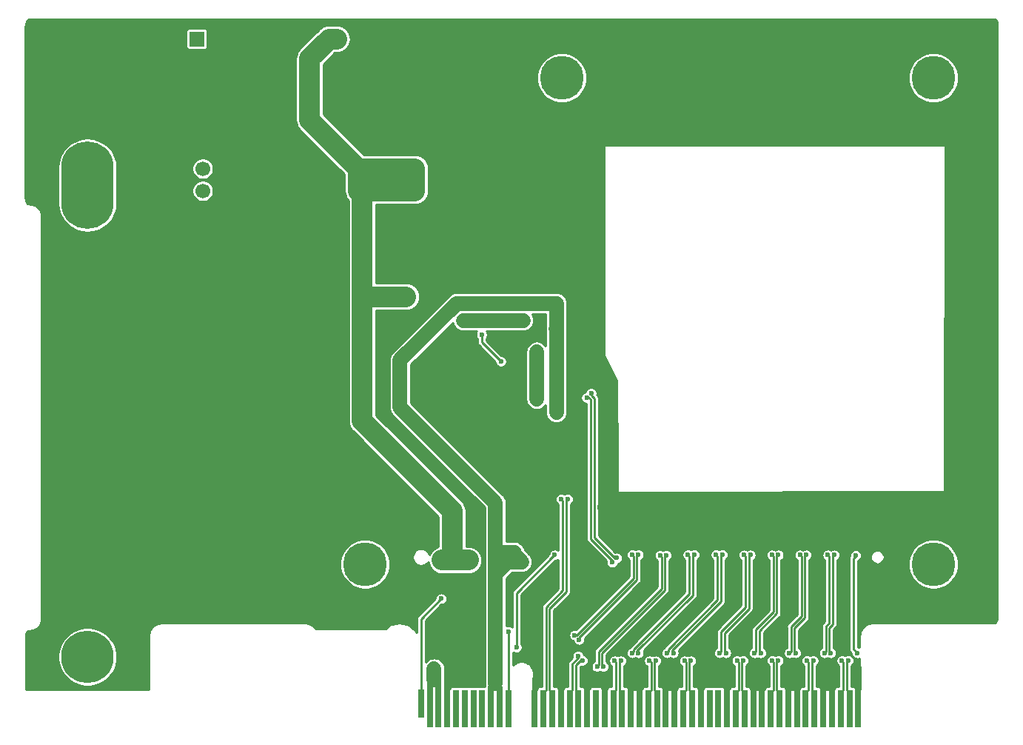
<source format=gbl>
%TF.GenerationSoftware,KiCad,Pcbnew,(5.1.9)-1*%
%TF.CreationDate,2021-05-24T00:29:36+08:00*%
%TF.ProjectId,V1,56312e6b-6963-4616-945f-706362585858,rev?*%
%TF.SameCoordinates,Original*%
%TF.FileFunction,Copper,L2,Bot*%
%TF.FilePolarity,Positive*%
%FSLAX46Y46*%
G04 Gerber Fmt 4.6, Leading zero omitted, Abs format (unit mm)*
G04 Created by KiCad (PCBNEW (5.1.9)-1) date 2021-05-24 00:29:36*
%MOMM*%
%LPD*%
G01*
G04 APERTURE LIST*
%TA.AperFunction,ConnectorPad*%
%ADD10R,0.700000X4.300000*%
%TD*%
%TA.AperFunction,ConnectorPad*%
%ADD11R,0.700000X3.200000*%
%TD*%
%TA.AperFunction,ComponentPad*%
%ADD12O,6.000000X10.000000*%
%TD*%
%TA.AperFunction,ComponentPad*%
%ADD13C,6.000000*%
%TD*%
%TA.AperFunction,ComponentPad*%
%ADD14C,5.000000*%
%TD*%
%TA.AperFunction,ComponentPad*%
%ADD15R,1.700000X1.700000*%
%TD*%
%TA.AperFunction,ComponentPad*%
%ADD16O,1.700000X1.700000*%
%TD*%
%TA.AperFunction,ComponentPad*%
%ADD17C,1.700000*%
%TD*%
%TA.AperFunction,ViaPad*%
%ADD18C,0.600000*%
%TD*%
%TA.AperFunction,ViaPad*%
%ADD19C,0.800000*%
%TD*%
%TA.AperFunction,Conductor*%
%ADD20C,0.700000*%
%TD*%
%TA.AperFunction,Conductor*%
%ADD21C,1.700000*%
%TD*%
%TA.AperFunction,Conductor*%
%ADD22C,0.500000*%
%TD*%
%TA.AperFunction,Conductor*%
%ADD23C,0.254000*%
%TD*%
%TA.AperFunction,Conductor*%
%ADD24C,0.250000*%
%TD*%
%TA.AperFunction,Conductor*%
%ADD25C,2.400000*%
%TD*%
%TA.AperFunction,Conductor*%
%ADD26C,0.381000*%
%TD*%
%TA.AperFunction,Conductor*%
%ADD27C,0.100000*%
%TD*%
G04 APERTURE END LIST*
D10*
X183650000Y-130550000D03*
X182650000Y-130550000D03*
X181650000Y-130550000D03*
X180650000Y-130550000D03*
X179650000Y-130550000D03*
X178650000Y-130550000D03*
X177650000Y-130550000D03*
X176650000Y-130550000D03*
X147650000Y-130550000D03*
X146650000Y-130550000D03*
X152650000Y-130550000D03*
X151650000Y-130550000D03*
X150650000Y-130550000D03*
X149650000Y-130550000D03*
X148650000Y-130550000D03*
X143650000Y-130550000D03*
X142650000Y-130550000D03*
X141650000Y-130550000D03*
X140650000Y-130550000D03*
X139650000Y-130550000D03*
X138650000Y-130550000D03*
X137650000Y-130550000D03*
X136650000Y-130550000D03*
X135650000Y-130550000D03*
X134650000Y-130550000D03*
D11*
X133650000Y-130000000D03*
D10*
X153650000Y-130550000D03*
X154650000Y-130550000D03*
X155650000Y-130550000D03*
X156650000Y-130550000D03*
X157650000Y-130550000D03*
X158650000Y-130550000D03*
X159650000Y-130550000D03*
X160650000Y-130550000D03*
X161650000Y-130550000D03*
X162650000Y-130550000D03*
X163650000Y-130550000D03*
X164650000Y-130550000D03*
X165650000Y-130550000D03*
X166650000Y-130550000D03*
X167650000Y-130550000D03*
X168650000Y-130550000D03*
X169650000Y-130550000D03*
X170650000Y-130550000D03*
X171650000Y-130550000D03*
X172650000Y-130550000D03*
X173650000Y-130550000D03*
X174650000Y-130550000D03*
X175650000Y-130550000D03*
D12*
X95500000Y-70739000D03*
D13*
X95500000Y-124650001D03*
D14*
X192250000Y-114050000D03*
X192250000Y-58450000D03*
X149750000Y-58450000D03*
X127250000Y-114050000D03*
D15*
X124000000Y-54000000D03*
D16*
X126540000Y-54000000D03*
D15*
X108000000Y-54000000D03*
D16*
X110540000Y-54000000D03*
D17*
X126468000Y-71374000D03*
X126468000Y-68834000D03*
X126468000Y-58674000D03*
X126468000Y-61214000D03*
X108688000Y-61214000D03*
X108688000Y-58674000D03*
X108688000Y-71374000D03*
X108688000Y-68834000D03*
D18*
X129584000Y-82846000D03*
X130854000Y-82846000D03*
X129584000Y-84116000D03*
X130854000Y-84116000D03*
X132124000Y-82846000D03*
X132124000Y-84116000D03*
X134650000Y-126081000D03*
X134650000Y-126843000D03*
X135650000Y-126859000D03*
X135650000Y-126097000D03*
X156704000Y-107544000D03*
X172550000Y-113000000D03*
X175750000Y-113025000D03*
X178950000Y-113000000D03*
X182150000Y-113025000D03*
X145022000Y-76429000D03*
X142450000Y-76450000D03*
X181150000Y-126600000D03*
X177150000Y-126600000D03*
X179150000Y-126600000D03*
X173150000Y-126600000D03*
X175150000Y-126600000D03*
X171150000Y-126600000D03*
X169150000Y-126600000D03*
X157150000Y-126600000D03*
X155150000Y-126600000D03*
X152650000Y-126600000D03*
X150150000Y-126600000D03*
X159150000Y-126600000D03*
X147150000Y-126600000D03*
X147150000Y-121500000D03*
X161150000Y-126600000D03*
X163150000Y-126600000D03*
X169350000Y-112950000D03*
X166497000Y-126619000D03*
X137795000Y-126111000D03*
X138938000Y-126111000D03*
X165100000Y-126619000D03*
X166150000Y-112975000D03*
X162950000Y-113000000D03*
X159750000Y-113000000D03*
X152273000Y-113030000D03*
X152019000Y-117856000D03*
X112498000Y-60960000D03*
X142367000Y-66294000D03*
X144907000Y-66294000D03*
X147447000Y-66294000D03*
X149987000Y-66294000D03*
X142367000Y-68834000D03*
X144907000Y-68834000D03*
X147447000Y-68834000D03*
X149987000Y-68834000D03*
X115038000Y-60960000D03*
X117578000Y-60960000D03*
X112498000Y-63500000D03*
X115038000Y-63500000D03*
X117578000Y-63500000D03*
X112498000Y-66040000D03*
X115038000Y-66040000D03*
X117578000Y-66040000D03*
X112498000Y-68580000D03*
X115038000Y-68580000D03*
X117578000Y-68580000D03*
X112498000Y-71120000D03*
X115038000Y-71120000D03*
X117578000Y-71120000D03*
X143764000Y-107569000D03*
X146304000Y-107569000D03*
X148844000Y-107569000D03*
X151384000Y-107569000D03*
X159004000Y-107569000D03*
X161544000Y-107569000D03*
X164084000Y-107569000D03*
X166624000Y-107569000D03*
X169164000Y-107569000D03*
X171704000Y-107569000D03*
X174244000Y-107569000D03*
X176784000Y-107569000D03*
X179324000Y-107569000D03*
X181864000Y-107569000D03*
X184404000Y-107569000D03*
X186944000Y-107569000D03*
X189484000Y-107569000D03*
X192024000Y-107569000D03*
X96901000Y-109855000D03*
X99441000Y-109855000D03*
X101981000Y-109855000D03*
X104521000Y-109855000D03*
X107061000Y-109855000D03*
X109601000Y-109855000D03*
X112141000Y-109855000D03*
X114681000Y-109855000D03*
X117221000Y-109855000D03*
X119761000Y-109855000D03*
X96901000Y-112395000D03*
X99441000Y-112395000D03*
X101981000Y-112395000D03*
X104521000Y-112395000D03*
X107061000Y-112395000D03*
X109601000Y-112395000D03*
X112141000Y-112395000D03*
X114681000Y-112395000D03*
X117221000Y-112395000D03*
X119761000Y-112395000D03*
X96901000Y-114935000D03*
X99441000Y-114935000D03*
X101981000Y-114935000D03*
X104521000Y-114935000D03*
X107061000Y-114935000D03*
X109601000Y-114935000D03*
X112141000Y-114935000D03*
X114681000Y-114935000D03*
X117221000Y-114935000D03*
X119761000Y-114935000D03*
X94718000Y-61722000D03*
X97258000Y-61722000D03*
X99798000Y-61722000D03*
X94718000Y-64262000D03*
X97258000Y-64262000D03*
X99798000Y-64262000D03*
X144907000Y-73914000D03*
X147447000Y-71374000D03*
X149987000Y-73914000D03*
X147447000Y-73914000D03*
X142367000Y-73914000D03*
X142367000Y-71374000D03*
X144907000Y-71374000D03*
X149987000Y-71374000D03*
X183650000Y-127625000D03*
X185925000Y-118300000D03*
X187875000Y-118300000D03*
X189875000Y-118300000D03*
X191875000Y-118300000D03*
X194050000Y-118300000D03*
X196150000Y-118300000D03*
X156875000Y-112975000D03*
X149200000Y-121500000D03*
X154100000Y-107544000D03*
X149492000Y-96979000D03*
X149475000Y-95475000D03*
X148792000Y-96954000D03*
X149475000Y-96200000D03*
X148775000Y-95475000D03*
X148775000Y-96204000D03*
X149517000Y-85779000D03*
X148817000Y-85754000D03*
X149500000Y-85000000D03*
X148800000Y-85004000D03*
X142975000Y-112700000D03*
X143775000Y-112700000D03*
X144575000Y-112700000D03*
X143775000Y-113800000D03*
X144575000Y-113800000D03*
X145375000Y-113800000D03*
X141800000Y-127100000D03*
X141800000Y-126100000D03*
X141800000Y-125100000D03*
X149500000Y-84275000D03*
X148800000Y-84275000D03*
X144570152Y-123570152D03*
X148950000Y-113000000D03*
X143650000Y-121750000D03*
X150413500Y-106625000D03*
X149686500Y-106625000D03*
X162513500Y-124200000D03*
X168113500Y-112950000D03*
X161786500Y-124200000D03*
X167386500Y-112950000D03*
X164913500Y-112950000D03*
X158513500Y-124200000D03*
X164186500Y-112950000D03*
X157786500Y-124200000D03*
X154513500Y-125775000D03*
X161713500Y-113025000D03*
X153786500Y-125775000D03*
X160986500Y-113025000D03*
X157786500Y-112975000D03*
X151217966Y-122167966D03*
X158513500Y-112975000D03*
X151732034Y-122682034D03*
X164513500Y-125100000D03*
X163786500Y-125100000D03*
X160513500Y-125100000D03*
X159786500Y-125100000D03*
X156513500Y-125100000D03*
X155786500Y-125100000D03*
X151592966Y-124542966D03*
X152107034Y-125057034D03*
X183350000Y-113050000D03*
X183550000Y-124200000D03*
X135950000Y-118000000D03*
D19*
X136225000Y-113500000D03*
X137225000Y-113500000D03*
X139225000Y-113500000D03*
D18*
X130659000Y-68834000D03*
X131929000Y-68834000D03*
X130659000Y-70104000D03*
X131929000Y-70104000D03*
X130659000Y-71374000D03*
X131929000Y-71374000D03*
D19*
X138225000Y-113500000D03*
D18*
X138750000Y-86550000D03*
X139479000Y-86550000D03*
X139475000Y-85850000D03*
X140229000Y-86533000D03*
X140254000Y-85833000D03*
X138750000Y-85850000D03*
X146525000Y-93750000D03*
X146525000Y-94479000D03*
X147225000Y-94475000D03*
X146542000Y-95229000D03*
X147242000Y-95254000D03*
X147225000Y-93750000D03*
X147375000Y-89575000D03*
X146750000Y-89575000D03*
X182513500Y-125095000D03*
X181786500Y-125095000D03*
X178513500Y-125095000D03*
X177786500Y-125095000D03*
X167786500Y-124200000D03*
X170586500Y-113000000D03*
X168513500Y-124200000D03*
X171313500Y-113000000D03*
X171786500Y-124206000D03*
X173786500Y-113000000D03*
X172513500Y-124206000D03*
X174513500Y-113000000D03*
X175786500Y-124206000D03*
X176986500Y-113000000D03*
X176513500Y-124206000D03*
X177713500Y-113000000D03*
X179786500Y-124200000D03*
X180186500Y-113000000D03*
X180513500Y-124200000D03*
X180913500Y-113000000D03*
X169786500Y-125095000D03*
X170513500Y-125095000D03*
X173786500Y-125095000D03*
X174513500Y-125095000D03*
X156025733Y-113339505D03*
X153107034Y-94492966D03*
X155511665Y-113853573D03*
X152592966Y-95007034D03*
X142783019Y-90880957D03*
X140575000Y-87800000D03*
D20*
X134650000Y-130550000D02*
X134650000Y-126843000D01*
X135650000Y-130550000D02*
X135650000Y-126859000D01*
D21*
X135144000Y-126000000D02*
X135144000Y-127238000D01*
D20*
X135144000Y-126000000D02*
X135650000Y-126000000D01*
X134650000Y-126000000D02*
X135144000Y-126000000D01*
D21*
X135144000Y-127238000D02*
X135128000Y-127222000D01*
D20*
X134650000Y-126081000D02*
X134650000Y-126000000D01*
X134650000Y-126843000D02*
X134650000Y-126081000D01*
X135650000Y-126859000D02*
X135650000Y-126097000D01*
X135650000Y-126097000D02*
X135650000Y-126000000D01*
D22*
X180650000Y-130550000D02*
X180650000Y-127100000D01*
X180650000Y-127100000D02*
X181150000Y-126600000D01*
X179650000Y-127100000D02*
X179150000Y-126600000D01*
X179650000Y-130550000D02*
X179650000Y-127100000D01*
X176650000Y-130550000D02*
X176650000Y-127100000D01*
X176650000Y-127100000D02*
X177150000Y-126600000D01*
X175650000Y-127100000D02*
X175150000Y-126600000D01*
X175650000Y-130550000D02*
X175650000Y-127100000D01*
X172650000Y-130550000D02*
X172650000Y-127100000D01*
X172650000Y-127100000D02*
X173150000Y-126600000D01*
X171650000Y-127100000D02*
X171150000Y-126600000D01*
X171650000Y-130550000D02*
X171650000Y-127100000D01*
X168650000Y-127100000D02*
X169150000Y-126600000D01*
X168650000Y-130550000D02*
X168650000Y-127100000D01*
X161650000Y-130550000D02*
X161650000Y-127100000D01*
X161650000Y-127100000D02*
X161150000Y-126600000D01*
X162650000Y-130550000D02*
X162650000Y-127100000D01*
X162650000Y-127100000D02*
X163150000Y-126600000D01*
X149650000Y-127100000D02*
X150150000Y-126600000D01*
X149650000Y-130550000D02*
X149650000Y-127100000D01*
X146650000Y-127100000D02*
X147150000Y-126600000D01*
X146650000Y-130550000D02*
X146650000Y-127100000D01*
X154650000Y-127100000D02*
X155150000Y-126600000D01*
X154650000Y-130550000D02*
X154650000Y-127100000D01*
X157650000Y-127100000D02*
X157150000Y-126600000D01*
X157650000Y-130550000D02*
X157650000Y-127100000D01*
X158650000Y-127100000D02*
X159150000Y-126600000D01*
X158650000Y-130550000D02*
X158650000Y-127100000D01*
X152650000Y-130550000D02*
X152650000Y-126600000D01*
X136650000Y-127256000D02*
X137795000Y-126111000D01*
X136650000Y-130550000D02*
X136650000Y-127256000D01*
X165650000Y-127466000D02*
X166497000Y-126619000D01*
X165650000Y-130550000D02*
X165650000Y-127466000D01*
X168650000Y-128239998D02*
X168650000Y-130550000D01*
X167029002Y-126619000D02*
X168650000Y-128239998D01*
X166497000Y-126619000D02*
X167029002Y-126619000D01*
X183650000Y-127625000D02*
X183650000Y-130550000D01*
D20*
X142650000Y-130550000D02*
X142650000Y-128200000D01*
X141650000Y-130550000D02*
X141650000Y-128150000D01*
X142650000Y-128200000D02*
X142150000Y-127700000D01*
D21*
X142150000Y-115200000D02*
X143550000Y-113800000D01*
X142150000Y-127700000D02*
X142150000Y-115200000D01*
X143550000Y-113800000D02*
X145150000Y-113800000D01*
X144350000Y-112700000D02*
X142750000Y-112700000D01*
X142750000Y-113000000D02*
X143550000Y-113800000D01*
X142750000Y-112700000D02*
X142750000Y-113000000D01*
X144350000Y-113000000D02*
X145150000Y-113800000D01*
X144350000Y-112700000D02*
X144350000Y-113000000D01*
X142150000Y-113300000D02*
X142150000Y-115200000D01*
X142750000Y-112700000D02*
X142150000Y-113300000D01*
X149125000Y-87162981D02*
X149100000Y-87137981D01*
X137737981Y-84225000D02*
X149125000Y-84225000D01*
X131225000Y-90737981D02*
X137737981Y-84225000D01*
X131225000Y-96100000D02*
X131225000Y-90737981D01*
X142150000Y-107025000D02*
X131225000Y-96100000D01*
X149125000Y-84225000D02*
X149125000Y-87162981D01*
X142150000Y-115200000D02*
X142150000Y-107025000D01*
X149125000Y-87162981D02*
X149125000Y-96700000D01*
D23*
X148950000Y-113000000D02*
X144620152Y-117329848D01*
X144620152Y-123520152D02*
X144570152Y-123570152D01*
X144620152Y-117329848D02*
X144620152Y-123520152D01*
D24*
X143650000Y-130550000D02*
X143650000Y-121750000D01*
D23*
X148650000Y-128750000D02*
X148340500Y-128440500D01*
X148650000Y-130550000D02*
X148650000Y-128750000D01*
X148340500Y-128440500D02*
X148340500Y-119128908D01*
X150240500Y-106798000D02*
X150413500Y-106625000D01*
X150240500Y-117228908D02*
X150240500Y-106798000D01*
X148340500Y-119128908D02*
X150240500Y-117228908D01*
X147650000Y-128750000D02*
X147959500Y-128440500D01*
X147650000Y-130550000D02*
X147650000Y-128750000D01*
X147959500Y-128440500D02*
X147959500Y-118971092D01*
X149859500Y-117071092D02*
X149859500Y-106798000D01*
X147959500Y-118971092D02*
X149859500Y-117071092D01*
X149859500Y-106798000D02*
X149686500Y-106625000D01*
X162340500Y-124027000D02*
X162513500Y-124200000D01*
X162340500Y-123928908D02*
X162340500Y-124027000D01*
X167940500Y-118328908D02*
X162340500Y-123928908D01*
X167940500Y-113123000D02*
X167940500Y-118328908D01*
X168113500Y-112950000D02*
X167940500Y-113123000D01*
X161959500Y-124027000D02*
X161786500Y-124200000D01*
X161959500Y-123771092D02*
X161959500Y-124027000D01*
X167559500Y-118171092D02*
X161959500Y-123771092D01*
X167559500Y-113123000D02*
X167559500Y-118171092D01*
X167386500Y-112950000D02*
X167559500Y-113123000D01*
X164740500Y-113123000D02*
X164913500Y-112950000D01*
X158340500Y-124003908D02*
X164740500Y-117603908D01*
X158340500Y-124027000D02*
X158340500Y-124003908D01*
X158513500Y-124200000D02*
X158340500Y-124027000D01*
X164740500Y-117603908D02*
X164740500Y-113123000D01*
X164359500Y-117446092D02*
X164359500Y-113123000D01*
X157959500Y-123846092D02*
X164359500Y-117446092D01*
X164359500Y-113123000D02*
X164186500Y-112950000D01*
X157786500Y-124200000D02*
X157959500Y-124027000D01*
X157959500Y-124027000D02*
X157959500Y-123846092D01*
X154340500Y-125602000D02*
X154340500Y-124203908D01*
X154513500Y-125775000D02*
X154340500Y-125602000D01*
X161540500Y-117003908D02*
X154340500Y-124203908D01*
X161540500Y-113198000D02*
X161540500Y-117003908D01*
X161713500Y-113025000D02*
X161540500Y-113198000D01*
X153959500Y-125602000D02*
X153959500Y-124046092D01*
X153786500Y-125775000D02*
X153959500Y-125602000D01*
X161159500Y-116846092D02*
X153959500Y-124046092D01*
X161159500Y-113198000D02*
X161159500Y-116846092D01*
X160986500Y-113025000D02*
X161159500Y-113198000D01*
X151462626Y-122167966D02*
X151217966Y-122167966D01*
X157959500Y-115671092D02*
X151462626Y-122167966D01*
X157959500Y-113148000D02*
X157959500Y-115671092D01*
X157786500Y-112975000D02*
X157959500Y-113148000D01*
X158340500Y-113148000D02*
X158340500Y-115828908D01*
X151732034Y-122437374D02*
X151732034Y-122682034D01*
X158513500Y-112975000D02*
X158340500Y-113148000D01*
X158340500Y-115828908D02*
X151732034Y-122437374D01*
X164650000Y-128750000D02*
X164340500Y-128440500D01*
X164650000Y-130550000D02*
X164650000Y-128750000D01*
X164340500Y-128440500D02*
X164340500Y-125273000D01*
X164340500Y-125273000D02*
X164513500Y-125100000D01*
X163650000Y-128750000D02*
X163959500Y-128440500D01*
X163650000Y-130550000D02*
X163650000Y-128750000D01*
X163959500Y-125273000D02*
X163786500Y-125100000D01*
X163959500Y-128440500D02*
X163959500Y-125273000D01*
X160650000Y-128750000D02*
X160340500Y-128440500D01*
X160650000Y-130550000D02*
X160650000Y-128750000D01*
X160340500Y-128440500D02*
X160340500Y-125273000D01*
X160340500Y-125273000D02*
X160513500Y-125100000D01*
X159650000Y-128750000D02*
X159959500Y-128440500D01*
X159650000Y-130550000D02*
X159650000Y-128750000D01*
X159959500Y-128440500D02*
X159959500Y-125273000D01*
X159959500Y-125273000D02*
X159786500Y-125100000D01*
X156650000Y-128750000D02*
X156340500Y-128440500D01*
X156650000Y-130550000D02*
X156650000Y-128750000D01*
X156340500Y-125273000D02*
X156513500Y-125100000D01*
X156340500Y-128440500D02*
X156340500Y-125273000D01*
X155650000Y-128750000D02*
X155959500Y-128440500D01*
X155650000Y-130550000D02*
X155650000Y-128750000D01*
X155959500Y-125273000D02*
X155786500Y-125100000D01*
X155959500Y-128440500D02*
X155959500Y-125273000D01*
X150650000Y-128750000D02*
X150959500Y-128440500D01*
X150650000Y-130550000D02*
X150650000Y-128750000D01*
X150959500Y-125421092D02*
X151592966Y-124787626D01*
X151592966Y-124787626D02*
X151592966Y-124542966D01*
X150959500Y-128440500D02*
X150959500Y-125421092D01*
X151650000Y-130550000D02*
X151650000Y-128750000D01*
X151650000Y-128750000D02*
X151340500Y-128440500D01*
X151340500Y-125578908D02*
X151862374Y-125057034D01*
X151862374Y-125057034D02*
X152107034Y-125057034D01*
X151340500Y-128440500D02*
X151340500Y-125578908D01*
X183350000Y-113050000D02*
X183350000Y-113125000D01*
X183350000Y-113125000D02*
X183100000Y-113375000D01*
X183100000Y-123750000D02*
X183550000Y-124200000D01*
X183100000Y-113375000D02*
X183100000Y-123750000D01*
D24*
X133650000Y-120300000D02*
X133650000Y-130000000D01*
X135950000Y-118000000D02*
X133650000Y-120300000D01*
D25*
X139050000Y-113600000D02*
X136050000Y-113600000D01*
X126468000Y-68834000D02*
X120880000Y-63246000D01*
X120880000Y-63246000D02*
X120880000Y-56261000D01*
X123141000Y-54000000D02*
X124000000Y-54000000D01*
X120880000Y-56261000D02*
X123141000Y-54000000D01*
X126468000Y-68834000D02*
X132945000Y-68834000D01*
X132945000Y-68834000D02*
X132945000Y-71374000D01*
X126468000Y-68834000D02*
X126468000Y-71374000D01*
X132945000Y-71374000D02*
X131501000Y-71374000D01*
X137225000Y-113500000D02*
X137225000Y-107975000D01*
X131501000Y-71374000D02*
X126468000Y-71374000D01*
X137225000Y-107975000D02*
X126925000Y-97675000D01*
X126925000Y-71831000D02*
X126468000Y-71374000D01*
X126925000Y-83475000D02*
X131925000Y-83475000D01*
X126925000Y-97675000D02*
X126925000Y-83475000D01*
X126925000Y-83475000D02*
X126925000Y-71831000D01*
D21*
X139700000Y-86175000D02*
X138475000Y-86175000D01*
X139575000Y-86175000D02*
X145325000Y-86175000D01*
D26*
X146950000Y-93475000D02*
X147225000Y-93750000D01*
D21*
X146875000Y-89775000D02*
X146875000Y-95175000D01*
D23*
X182650000Y-130550000D02*
X182650000Y-128750000D01*
X182340500Y-125268000D02*
X182513500Y-125095000D01*
X182650000Y-128750000D02*
X182340500Y-128440500D01*
X182340500Y-128440500D02*
X182340500Y-125268000D01*
X181959500Y-125268000D02*
X181786500Y-125095000D01*
X181650000Y-128750000D02*
X181959500Y-128440500D01*
X181959500Y-128440500D02*
X181959500Y-125268000D01*
X181650000Y-130550000D02*
X181650000Y-128750000D01*
X178650000Y-130550000D02*
X178650000Y-128750000D01*
X178340500Y-125268000D02*
X178513500Y-125095000D01*
X178650000Y-128750000D02*
X178340500Y-128440500D01*
X178340500Y-128440500D02*
X178340500Y-125268000D01*
X177959500Y-125268000D02*
X177786500Y-125095000D01*
X177650000Y-128750000D02*
X177959500Y-128440500D01*
X177959500Y-128440500D02*
X177959500Y-125268000D01*
X177650000Y-130550000D02*
X177650000Y-128750000D01*
X167959500Y-124027000D02*
X167786500Y-124200000D01*
X167959500Y-121771092D02*
X167959500Y-124027000D01*
X170759500Y-118971092D02*
X167959500Y-121771092D01*
X170759500Y-113173000D02*
X170759500Y-118971092D01*
X170586500Y-113000000D02*
X170759500Y-113173000D01*
X168340500Y-124027000D02*
X168513500Y-124200000D01*
X168340500Y-121928908D02*
X168340500Y-124027000D01*
X171140500Y-119128908D02*
X168340500Y-121928908D01*
X171140500Y-113173000D02*
X171140500Y-119128908D01*
X171313500Y-113000000D02*
X171140500Y-113173000D01*
X173959500Y-119521092D02*
X173959500Y-113173000D01*
X173959500Y-113173000D02*
X173786500Y-113000000D01*
X171959500Y-124033000D02*
X171959500Y-121521092D01*
X171959500Y-121521092D02*
X173959500Y-119521092D01*
X171786500Y-124206000D02*
X171959500Y-124033000D01*
X174340500Y-113173000D02*
X174513500Y-113000000D01*
X174340500Y-119678908D02*
X174340500Y-113173000D01*
X172340500Y-121678908D02*
X174340500Y-119678908D01*
X172340500Y-124033000D02*
X172340500Y-121678908D01*
X172513500Y-124206000D02*
X172340500Y-124033000D01*
X177159500Y-120021092D02*
X177159500Y-113173000D01*
X175959500Y-121221092D02*
X177159500Y-120021092D01*
X177159500Y-113173000D02*
X176986500Y-113000000D01*
X175959500Y-124033000D02*
X175959500Y-121221092D01*
X175786500Y-124206000D02*
X175959500Y-124033000D01*
X177540500Y-113173000D02*
X177713500Y-113000000D01*
X177540500Y-120178908D02*
X177540500Y-113173000D01*
X176340500Y-121378908D02*
X177540500Y-120178908D01*
X176340500Y-124033000D02*
X176340500Y-121378908D01*
X176513500Y-124206000D02*
X176340500Y-124033000D01*
X179959500Y-124027000D02*
X179959500Y-121171092D01*
X179786500Y-124200000D02*
X179959500Y-124027000D01*
X180359500Y-113173000D02*
X180186500Y-113000000D01*
X179959500Y-121171092D02*
X180359500Y-120771092D01*
X180359500Y-120771092D02*
X180359500Y-113173000D01*
X180340500Y-124027000D02*
X180513500Y-124200000D01*
X180340500Y-121328908D02*
X180340500Y-124027000D01*
X180740500Y-120928908D02*
X180340500Y-121328908D01*
X180740500Y-113173000D02*
X180740500Y-120928908D01*
X180913500Y-113000000D02*
X180740500Y-113173000D01*
X169959500Y-125268000D02*
X169786500Y-125095000D01*
X169650000Y-128750000D02*
X169959500Y-128440500D01*
X169959500Y-128440500D02*
X169959500Y-125268000D01*
X169650000Y-130550000D02*
X169650000Y-128750000D01*
X170650000Y-130550000D02*
X170650000Y-128750000D01*
X170340500Y-125268000D02*
X170513500Y-125095000D01*
X170650000Y-128750000D02*
X170340500Y-128440500D01*
X170340500Y-128440500D02*
X170340500Y-125268000D01*
X173959500Y-125268000D02*
X173786500Y-125095000D01*
X173650000Y-128750000D02*
X173959500Y-128440500D01*
X173959500Y-128440500D02*
X173959500Y-125268000D01*
X173650000Y-130550000D02*
X173650000Y-128750000D01*
X174650000Y-130550000D02*
X174650000Y-128750000D01*
X174340500Y-125268000D02*
X174513500Y-125095000D01*
X174650000Y-128750000D02*
X174340500Y-128440500D01*
X174340500Y-128440500D02*
X174340500Y-125268000D01*
X156025733Y-113339505D02*
X155781073Y-113339505D01*
X155781073Y-113339505D02*
X153440500Y-110998932D01*
X153107034Y-94737626D02*
X153107034Y-94492966D01*
X153440500Y-95071092D02*
X153107034Y-94737626D01*
X153440500Y-110998932D02*
X153440500Y-95071092D01*
X155511665Y-113608913D02*
X153059500Y-111156748D01*
X155511665Y-113853573D02*
X155511665Y-113608913D01*
X152837626Y-95007034D02*
X152592966Y-95007034D01*
X153059500Y-95228908D02*
X152837626Y-95007034D01*
X153059500Y-111156748D02*
X153059500Y-95228908D01*
X142783019Y-90880957D02*
X140575000Y-88672938D01*
X140575000Y-88672938D02*
X140575000Y-87800000D01*
X199150356Y-51743146D02*
X199246899Y-51772294D01*
X199335935Y-51819636D01*
X199414080Y-51883369D01*
X199478359Y-51961068D01*
X199526321Y-52049773D01*
X199556140Y-52146104D01*
X199569000Y-52268457D01*
X199569001Y-120226469D01*
X199556854Y-120350356D01*
X199527706Y-120446897D01*
X199480364Y-120535935D01*
X199416632Y-120614079D01*
X199338930Y-120678359D01*
X199250230Y-120726320D01*
X199153896Y-120756140D01*
X199031542Y-120769000D01*
X185369614Y-120769000D01*
X185355178Y-120767428D01*
X185348440Y-120767403D01*
X185291808Y-120767586D01*
X185265061Y-120770296D01*
X185238165Y-120770750D01*
X185231477Y-120771568D01*
X185033024Y-120797230D01*
X184990416Y-120807042D01*
X184947642Y-120816265D01*
X184941240Y-120818366D01*
X184751552Y-120882085D01*
X184711616Y-120900006D01*
X184671491Y-120917343D01*
X184665619Y-120920647D01*
X184491921Y-121019997D01*
X184456272Y-121045301D01*
X184420234Y-121070133D01*
X184415116Y-121074515D01*
X184264022Y-121205710D01*
X184233940Y-121237486D01*
X184203440Y-121268814D01*
X184199270Y-121274107D01*
X184076536Y-121432153D01*
X184053218Y-121469135D01*
X184029364Y-121505822D01*
X184026302Y-121511824D01*
X183936602Y-121690698D01*
X183920895Y-121731549D01*
X183904637Y-121772131D01*
X183902799Y-121778613D01*
X183849553Y-121971503D01*
X183842087Y-122014586D01*
X183834014Y-122057588D01*
X183833470Y-122064304D01*
X183818703Y-122263864D01*
X183819002Y-122276369D01*
X183819001Y-122276374D01*
X183819001Y-123574315D01*
X183748640Y-123545171D01*
X183617073Y-123519000D01*
X183608000Y-123519000D01*
X183608000Y-113680241D01*
X183672574Y-113653494D01*
X183784112Y-113578967D01*
X183878967Y-113484112D01*
X183953494Y-113372574D01*
X184004829Y-113248640D01*
X184019859Y-113173078D01*
X185069000Y-113173078D01*
X185069000Y-113326922D01*
X185099013Y-113477809D01*
X185157887Y-113619942D01*
X185243358Y-113747859D01*
X185352141Y-113856642D01*
X185480058Y-113942113D01*
X185622191Y-114000987D01*
X185773078Y-114031000D01*
X185926922Y-114031000D01*
X186077809Y-114000987D01*
X186219942Y-113942113D01*
X186347859Y-113856642D01*
X186438255Y-113766246D01*
X189369000Y-113766246D01*
X189369000Y-114333754D01*
X189479715Y-114890357D01*
X189696891Y-115414665D01*
X190012181Y-115886530D01*
X190413470Y-116287819D01*
X190885335Y-116603109D01*
X191409643Y-116820285D01*
X191966246Y-116931000D01*
X192533754Y-116931000D01*
X193090357Y-116820285D01*
X193614665Y-116603109D01*
X194086530Y-116287819D01*
X194487819Y-115886530D01*
X194803109Y-115414665D01*
X195020285Y-114890357D01*
X195131000Y-114333754D01*
X195131000Y-113766246D01*
X195020285Y-113209643D01*
X194803109Y-112685335D01*
X194487819Y-112213470D01*
X194086530Y-111812181D01*
X193614665Y-111496891D01*
X193090357Y-111279715D01*
X192533754Y-111169000D01*
X191966246Y-111169000D01*
X191409643Y-111279715D01*
X190885335Y-111496891D01*
X190413470Y-111812181D01*
X190012181Y-112213470D01*
X189696891Y-112685335D01*
X189479715Y-113209643D01*
X189369000Y-113766246D01*
X186438255Y-113766246D01*
X186456642Y-113747859D01*
X186542113Y-113619942D01*
X186600987Y-113477809D01*
X186631000Y-113326922D01*
X186631000Y-113173078D01*
X186600987Y-113022191D01*
X186542113Y-112880058D01*
X186456642Y-112752141D01*
X186347859Y-112643358D01*
X186219942Y-112557887D01*
X186077809Y-112499013D01*
X185926922Y-112469000D01*
X185773078Y-112469000D01*
X185622191Y-112499013D01*
X185480058Y-112557887D01*
X185352141Y-112643358D01*
X185243358Y-112752141D01*
X185157887Y-112880058D01*
X185099013Y-113022191D01*
X185069000Y-113173078D01*
X184019859Y-113173078D01*
X184031000Y-113117073D01*
X184031000Y-112982927D01*
X184004829Y-112851360D01*
X183953494Y-112727426D01*
X183878967Y-112615888D01*
X183784112Y-112521033D01*
X183672574Y-112446506D01*
X183548640Y-112395171D01*
X183417073Y-112369000D01*
X183282927Y-112369000D01*
X183151360Y-112395171D01*
X183027426Y-112446506D01*
X182915888Y-112521033D01*
X182821033Y-112615888D01*
X182746506Y-112727426D01*
X182695171Y-112851360D01*
X182669000Y-112982927D01*
X182669000Y-113103699D01*
X182628399Y-113179658D01*
X182599351Y-113275416D01*
X182593039Y-113339504D01*
X182589543Y-113375000D01*
X182592000Y-113399944D01*
X182592001Y-123725046D01*
X182589543Y-123750000D01*
X182597586Y-123831657D01*
X182599352Y-123849585D01*
X182624079Y-123931099D01*
X182628400Y-123945343D01*
X182675571Y-124033595D01*
X182714155Y-124080609D01*
X182739053Y-124110948D01*
X182758430Y-124126850D01*
X182869000Y-124237420D01*
X182869000Y-124267073D01*
X182895171Y-124398640D01*
X182946506Y-124522574D01*
X183021033Y-124634112D01*
X183115888Y-124728967D01*
X183227426Y-124803494D01*
X183351360Y-124854829D01*
X183482927Y-124881000D01*
X183617073Y-124881000D01*
X183748640Y-124854829D01*
X183819000Y-124825685D01*
X183819000Y-125623625D01*
X183825960Y-125694291D01*
X183853464Y-125784960D01*
X183869000Y-125814026D01*
X183869000Y-128397000D01*
X183382548Y-128397000D01*
X183375487Y-128325311D01*
X183353701Y-128253492D01*
X183318322Y-128187304D01*
X183270711Y-128129289D01*
X183212696Y-128081678D01*
X183146508Y-128046299D01*
X183074689Y-128024513D01*
X183000000Y-128017157D01*
X182848500Y-128017157D01*
X182848500Y-125690191D01*
X182947612Y-125623967D01*
X183042467Y-125529112D01*
X183116994Y-125417574D01*
X183168329Y-125293640D01*
X183194500Y-125162073D01*
X183194500Y-125027927D01*
X183168329Y-124896360D01*
X183116994Y-124772426D01*
X183042467Y-124660888D01*
X182947612Y-124566033D01*
X182836074Y-124491506D01*
X182712140Y-124440171D01*
X182580573Y-124414000D01*
X182446427Y-124414000D01*
X182314860Y-124440171D01*
X182190926Y-124491506D01*
X182150000Y-124518852D01*
X182109074Y-124491506D01*
X181985140Y-124440171D01*
X181853573Y-124414000D01*
X181719427Y-124414000D01*
X181587860Y-124440171D01*
X181463926Y-124491506D01*
X181352388Y-124566033D01*
X181257533Y-124660888D01*
X181183006Y-124772426D01*
X181131671Y-124896360D01*
X181105500Y-125027927D01*
X181105500Y-125162073D01*
X181131671Y-125293640D01*
X181183006Y-125417574D01*
X181257533Y-125529112D01*
X181352388Y-125623967D01*
X181451501Y-125690192D01*
X181451500Y-128017157D01*
X181300000Y-128017157D01*
X181225311Y-128024513D01*
X181153492Y-128046299D01*
X181087304Y-128081678D01*
X181029289Y-128129289D01*
X180981678Y-128187304D01*
X180946299Y-128253492D01*
X180924513Y-128325311D01*
X180917452Y-128397000D01*
X179382548Y-128397000D01*
X179375487Y-128325311D01*
X179353701Y-128253492D01*
X179318322Y-128187304D01*
X179270711Y-128129289D01*
X179212696Y-128081678D01*
X179146508Y-128046299D01*
X179074689Y-128024513D01*
X179000000Y-128017157D01*
X178848500Y-128017157D01*
X178848500Y-125690191D01*
X178947612Y-125623967D01*
X179042467Y-125529112D01*
X179116994Y-125417574D01*
X179168329Y-125293640D01*
X179194500Y-125162073D01*
X179194500Y-125027927D01*
X179168329Y-124896360D01*
X179116994Y-124772426D01*
X179042467Y-124660888D01*
X178947612Y-124566033D01*
X178836074Y-124491506D01*
X178712140Y-124440171D01*
X178580573Y-124414000D01*
X178446427Y-124414000D01*
X178314860Y-124440171D01*
X178190926Y-124491506D01*
X178150000Y-124518852D01*
X178109074Y-124491506D01*
X177985140Y-124440171D01*
X177853573Y-124414000D01*
X177719427Y-124414000D01*
X177587860Y-124440171D01*
X177463926Y-124491506D01*
X177352388Y-124566033D01*
X177257533Y-124660888D01*
X177183006Y-124772426D01*
X177131671Y-124896360D01*
X177105500Y-125027927D01*
X177105500Y-125162073D01*
X177131671Y-125293640D01*
X177183006Y-125417574D01*
X177257533Y-125529112D01*
X177352388Y-125623967D01*
X177451501Y-125690192D01*
X177451500Y-128017157D01*
X177300000Y-128017157D01*
X177225311Y-128024513D01*
X177153492Y-128046299D01*
X177087304Y-128081678D01*
X177029289Y-128129289D01*
X176981678Y-128187304D01*
X176946299Y-128253492D01*
X176924513Y-128325311D01*
X176917452Y-128397000D01*
X175382548Y-128397000D01*
X175375487Y-128325311D01*
X175353701Y-128253492D01*
X175318322Y-128187304D01*
X175270711Y-128129289D01*
X175212696Y-128081678D01*
X175146508Y-128046299D01*
X175074689Y-128024513D01*
X175000000Y-128017157D01*
X174848500Y-128017157D01*
X174848500Y-125690191D01*
X174947612Y-125623967D01*
X175042467Y-125529112D01*
X175116994Y-125417574D01*
X175168329Y-125293640D01*
X175194500Y-125162073D01*
X175194500Y-125027927D01*
X175168329Y-124896360D01*
X175116994Y-124772426D01*
X175042467Y-124660888D01*
X174947612Y-124566033D01*
X174836074Y-124491506D01*
X174712140Y-124440171D01*
X174580573Y-124414000D01*
X174446427Y-124414000D01*
X174314860Y-124440171D01*
X174190926Y-124491506D01*
X174150000Y-124518852D01*
X174109074Y-124491506D01*
X173985140Y-124440171D01*
X173853573Y-124414000D01*
X173719427Y-124414000D01*
X173587860Y-124440171D01*
X173463926Y-124491506D01*
X173352388Y-124566033D01*
X173257533Y-124660888D01*
X173183006Y-124772426D01*
X173131671Y-124896360D01*
X173105500Y-125027927D01*
X173105500Y-125162073D01*
X173131671Y-125293640D01*
X173183006Y-125417574D01*
X173257533Y-125529112D01*
X173352388Y-125623967D01*
X173451501Y-125690192D01*
X173451500Y-128017157D01*
X173300000Y-128017157D01*
X173225311Y-128024513D01*
X173153492Y-128046299D01*
X173087304Y-128081678D01*
X173029289Y-128129289D01*
X172981678Y-128187304D01*
X172946299Y-128253492D01*
X172924513Y-128325311D01*
X172917452Y-128397000D01*
X171382548Y-128397000D01*
X171375487Y-128325311D01*
X171353701Y-128253492D01*
X171318322Y-128187304D01*
X171270711Y-128129289D01*
X171212696Y-128081678D01*
X171146508Y-128046299D01*
X171074689Y-128024513D01*
X171000000Y-128017157D01*
X170848500Y-128017157D01*
X170848500Y-125690191D01*
X170947612Y-125623967D01*
X171042467Y-125529112D01*
X171116994Y-125417574D01*
X171168329Y-125293640D01*
X171194500Y-125162073D01*
X171194500Y-125027927D01*
X171168329Y-124896360D01*
X171116994Y-124772426D01*
X171042467Y-124660888D01*
X170947612Y-124566033D01*
X170836074Y-124491506D01*
X170712140Y-124440171D01*
X170580573Y-124414000D01*
X170446427Y-124414000D01*
X170314860Y-124440171D01*
X170190926Y-124491506D01*
X170150000Y-124518852D01*
X170109074Y-124491506D01*
X169985140Y-124440171D01*
X169853573Y-124414000D01*
X169719427Y-124414000D01*
X169587860Y-124440171D01*
X169463926Y-124491506D01*
X169352388Y-124566033D01*
X169257533Y-124660888D01*
X169183006Y-124772426D01*
X169131671Y-124896360D01*
X169105500Y-125027927D01*
X169105500Y-125162073D01*
X169131671Y-125293640D01*
X169183006Y-125417574D01*
X169257533Y-125529112D01*
X169352388Y-125623967D01*
X169451501Y-125690192D01*
X169451500Y-128017157D01*
X169300000Y-128017157D01*
X169225311Y-128024513D01*
X169153492Y-128046299D01*
X169087304Y-128081678D01*
X169029289Y-128129289D01*
X168981678Y-128187304D01*
X168946299Y-128253492D01*
X168924513Y-128325311D01*
X168917452Y-128397000D01*
X168382548Y-128397000D01*
X168375487Y-128325311D01*
X168353701Y-128253492D01*
X168318322Y-128187304D01*
X168270711Y-128129289D01*
X168212696Y-128081678D01*
X168146508Y-128046299D01*
X168074689Y-128024513D01*
X168000000Y-128017157D01*
X167300000Y-128017157D01*
X167225311Y-128024513D01*
X167153492Y-128046299D01*
X167150000Y-128048166D01*
X167146508Y-128046299D01*
X167074689Y-128024513D01*
X167000000Y-128017157D01*
X166300000Y-128017157D01*
X166225311Y-128024513D01*
X166153492Y-128046299D01*
X166087304Y-128081678D01*
X166029289Y-128129289D01*
X165981678Y-128187304D01*
X165946299Y-128253492D01*
X165924513Y-128325311D01*
X165917452Y-128397000D01*
X165382548Y-128397000D01*
X165375487Y-128325311D01*
X165353701Y-128253492D01*
X165318322Y-128187304D01*
X165270711Y-128129289D01*
X165212696Y-128081678D01*
X165146508Y-128046299D01*
X165074689Y-128024513D01*
X165000000Y-128017157D01*
X164848500Y-128017157D01*
X164848500Y-125695191D01*
X164947612Y-125628967D01*
X165042467Y-125534112D01*
X165116994Y-125422574D01*
X165168329Y-125298640D01*
X165194500Y-125167073D01*
X165194500Y-125032927D01*
X165168329Y-124901360D01*
X165116994Y-124777426D01*
X165042467Y-124665888D01*
X164947612Y-124571033D01*
X164836074Y-124496506D01*
X164712140Y-124445171D01*
X164580573Y-124419000D01*
X164446427Y-124419000D01*
X164314860Y-124445171D01*
X164190926Y-124496506D01*
X164150000Y-124523852D01*
X164109074Y-124496506D01*
X163985140Y-124445171D01*
X163853573Y-124419000D01*
X163719427Y-124419000D01*
X163587860Y-124445171D01*
X163463926Y-124496506D01*
X163352388Y-124571033D01*
X163257533Y-124665888D01*
X163183006Y-124777426D01*
X163131671Y-124901360D01*
X163105500Y-125032927D01*
X163105500Y-125167073D01*
X163131671Y-125298640D01*
X163183006Y-125422574D01*
X163257533Y-125534112D01*
X163352388Y-125628967D01*
X163451501Y-125695192D01*
X163451500Y-128017157D01*
X163300000Y-128017157D01*
X163225311Y-128024513D01*
X163153492Y-128046299D01*
X163087304Y-128081678D01*
X163029289Y-128129289D01*
X162981678Y-128187304D01*
X162946299Y-128253492D01*
X162924513Y-128325311D01*
X162917452Y-128397000D01*
X161382548Y-128397000D01*
X161375487Y-128325311D01*
X161353701Y-128253492D01*
X161318322Y-128187304D01*
X161270711Y-128129289D01*
X161212696Y-128081678D01*
X161146508Y-128046299D01*
X161074689Y-128024513D01*
X161000000Y-128017157D01*
X160848500Y-128017157D01*
X160848500Y-125695191D01*
X160947612Y-125628967D01*
X161042467Y-125534112D01*
X161116994Y-125422574D01*
X161168329Y-125298640D01*
X161194500Y-125167073D01*
X161194500Y-125032927D01*
X161168329Y-124901360D01*
X161116994Y-124777426D01*
X161042467Y-124665888D01*
X160947612Y-124571033D01*
X160836074Y-124496506D01*
X160712140Y-124445171D01*
X160580573Y-124419000D01*
X160446427Y-124419000D01*
X160314860Y-124445171D01*
X160190926Y-124496506D01*
X160150000Y-124523852D01*
X160109074Y-124496506D01*
X159985140Y-124445171D01*
X159853573Y-124419000D01*
X159719427Y-124419000D01*
X159587860Y-124445171D01*
X159463926Y-124496506D01*
X159352388Y-124571033D01*
X159257533Y-124665888D01*
X159183006Y-124777426D01*
X159131671Y-124901360D01*
X159105500Y-125032927D01*
X159105500Y-125167073D01*
X159131671Y-125298640D01*
X159183006Y-125422574D01*
X159257533Y-125534112D01*
X159352388Y-125628967D01*
X159451501Y-125695192D01*
X159451500Y-128017157D01*
X159300000Y-128017157D01*
X159225311Y-128024513D01*
X159153492Y-128046299D01*
X159087304Y-128081678D01*
X159029289Y-128129289D01*
X158981678Y-128187304D01*
X158946299Y-128253492D01*
X158924513Y-128325311D01*
X158917452Y-128397000D01*
X157382548Y-128397000D01*
X157375487Y-128325311D01*
X157353701Y-128253492D01*
X157318322Y-128187304D01*
X157270711Y-128129289D01*
X157212696Y-128081678D01*
X157146508Y-128046299D01*
X157074689Y-128024513D01*
X157000000Y-128017157D01*
X156848500Y-128017157D01*
X156848500Y-125695191D01*
X156947612Y-125628967D01*
X157042467Y-125534112D01*
X157116994Y-125422574D01*
X157168329Y-125298640D01*
X157194500Y-125167073D01*
X157194500Y-125032927D01*
X157168329Y-124901360D01*
X157116994Y-124777426D01*
X157042467Y-124665888D01*
X156947612Y-124571033D01*
X156836074Y-124496506D01*
X156712140Y-124445171D01*
X156580573Y-124419000D01*
X156446427Y-124419000D01*
X156314860Y-124445171D01*
X156190926Y-124496506D01*
X156150000Y-124523852D01*
X156109074Y-124496506D01*
X155985140Y-124445171D01*
X155853573Y-124419000D01*
X155719427Y-124419000D01*
X155587860Y-124445171D01*
X155463926Y-124496506D01*
X155352388Y-124571033D01*
X155257533Y-124665888D01*
X155183006Y-124777426D01*
X155131671Y-124901360D01*
X155105500Y-125032927D01*
X155105500Y-125167073D01*
X155131671Y-125298640D01*
X155183006Y-125422574D01*
X155257533Y-125534112D01*
X155352388Y-125628967D01*
X155451501Y-125695192D01*
X155451500Y-128017157D01*
X155300000Y-128017157D01*
X155225311Y-128024513D01*
X155153492Y-128046299D01*
X155087304Y-128081678D01*
X155029289Y-128129289D01*
X154981678Y-128187304D01*
X154946299Y-128253492D01*
X154924513Y-128325311D01*
X154917452Y-128397000D01*
X154382548Y-128397000D01*
X154375487Y-128325311D01*
X154353701Y-128253492D01*
X154318322Y-128187304D01*
X154270711Y-128129289D01*
X154212696Y-128081678D01*
X154146508Y-128046299D01*
X154074689Y-128024513D01*
X154000000Y-128017157D01*
X153300000Y-128017157D01*
X153225311Y-128024513D01*
X153153492Y-128046299D01*
X153087304Y-128081678D01*
X153029289Y-128129289D01*
X152981678Y-128187304D01*
X152946299Y-128253492D01*
X152924513Y-128325311D01*
X152917452Y-128397000D01*
X152382548Y-128397000D01*
X152375487Y-128325311D01*
X152353701Y-128253492D01*
X152318322Y-128187304D01*
X152270711Y-128129289D01*
X152212696Y-128081678D01*
X152146508Y-128046299D01*
X152074689Y-128024513D01*
X152000000Y-128017157D01*
X151848500Y-128017157D01*
X151848500Y-125789328D01*
X151923050Y-125714778D01*
X152039961Y-125738034D01*
X152174107Y-125738034D01*
X152305674Y-125711863D01*
X152315176Y-125707927D01*
X153105500Y-125707927D01*
X153105500Y-125842073D01*
X153131671Y-125973640D01*
X153183006Y-126097574D01*
X153257533Y-126209112D01*
X153352388Y-126303967D01*
X153463926Y-126378494D01*
X153587860Y-126429829D01*
X153719427Y-126456000D01*
X153853573Y-126456000D01*
X153985140Y-126429829D01*
X154109074Y-126378494D01*
X154150000Y-126351148D01*
X154190926Y-126378494D01*
X154314860Y-126429829D01*
X154446427Y-126456000D01*
X154580573Y-126456000D01*
X154712140Y-126429829D01*
X154836074Y-126378494D01*
X154947612Y-126303967D01*
X155042467Y-126209112D01*
X155116994Y-126097574D01*
X155168329Y-125973640D01*
X155194500Y-125842073D01*
X155194500Y-125707927D01*
X155168329Y-125576360D01*
X155116994Y-125452426D01*
X155042467Y-125340888D01*
X154947612Y-125246033D01*
X154848500Y-125179809D01*
X154848500Y-124414328D01*
X155129901Y-124132927D01*
X157105500Y-124132927D01*
X157105500Y-124267073D01*
X157131671Y-124398640D01*
X157183006Y-124522574D01*
X157257533Y-124634112D01*
X157352388Y-124728967D01*
X157463926Y-124803494D01*
X157587860Y-124854829D01*
X157719427Y-124881000D01*
X157853573Y-124881000D01*
X157985140Y-124854829D01*
X158109074Y-124803494D01*
X158150000Y-124776148D01*
X158190926Y-124803494D01*
X158314860Y-124854829D01*
X158446427Y-124881000D01*
X158580573Y-124881000D01*
X158712140Y-124854829D01*
X158836074Y-124803494D01*
X158947612Y-124728967D01*
X159042467Y-124634112D01*
X159116994Y-124522574D01*
X159168329Y-124398640D01*
X159194500Y-124267073D01*
X159194500Y-124132927D01*
X161105500Y-124132927D01*
X161105500Y-124267073D01*
X161131671Y-124398640D01*
X161183006Y-124522574D01*
X161257533Y-124634112D01*
X161352388Y-124728967D01*
X161463926Y-124803494D01*
X161587860Y-124854829D01*
X161719427Y-124881000D01*
X161853573Y-124881000D01*
X161985140Y-124854829D01*
X162109074Y-124803494D01*
X162150000Y-124776148D01*
X162190926Y-124803494D01*
X162314860Y-124854829D01*
X162446427Y-124881000D01*
X162580573Y-124881000D01*
X162712140Y-124854829D01*
X162836074Y-124803494D01*
X162947612Y-124728967D01*
X163042467Y-124634112D01*
X163116994Y-124522574D01*
X163168329Y-124398640D01*
X163194500Y-124267073D01*
X163194500Y-124132927D01*
X167105500Y-124132927D01*
X167105500Y-124267073D01*
X167131671Y-124398640D01*
X167183006Y-124522574D01*
X167257533Y-124634112D01*
X167352388Y-124728967D01*
X167463926Y-124803494D01*
X167587860Y-124854829D01*
X167719427Y-124881000D01*
X167853573Y-124881000D01*
X167985140Y-124854829D01*
X168109074Y-124803494D01*
X168150000Y-124776148D01*
X168190926Y-124803494D01*
X168314860Y-124854829D01*
X168446427Y-124881000D01*
X168580573Y-124881000D01*
X168712140Y-124854829D01*
X168836074Y-124803494D01*
X168947612Y-124728967D01*
X169042467Y-124634112D01*
X169116994Y-124522574D01*
X169168329Y-124398640D01*
X169194500Y-124267073D01*
X169194500Y-124138927D01*
X171105500Y-124138927D01*
X171105500Y-124273073D01*
X171131671Y-124404640D01*
X171183006Y-124528574D01*
X171257533Y-124640112D01*
X171352388Y-124734967D01*
X171463926Y-124809494D01*
X171587860Y-124860829D01*
X171719427Y-124887000D01*
X171853573Y-124887000D01*
X171985140Y-124860829D01*
X172109074Y-124809494D01*
X172150000Y-124782148D01*
X172190926Y-124809494D01*
X172314860Y-124860829D01*
X172446427Y-124887000D01*
X172580573Y-124887000D01*
X172712140Y-124860829D01*
X172836074Y-124809494D01*
X172947612Y-124734967D01*
X173042467Y-124640112D01*
X173116994Y-124528574D01*
X173168329Y-124404640D01*
X173194500Y-124273073D01*
X173194500Y-124138927D01*
X175105500Y-124138927D01*
X175105500Y-124273073D01*
X175131671Y-124404640D01*
X175183006Y-124528574D01*
X175257533Y-124640112D01*
X175352388Y-124734967D01*
X175463926Y-124809494D01*
X175587860Y-124860829D01*
X175719427Y-124887000D01*
X175853573Y-124887000D01*
X175985140Y-124860829D01*
X176109074Y-124809494D01*
X176150000Y-124782148D01*
X176190926Y-124809494D01*
X176314860Y-124860829D01*
X176446427Y-124887000D01*
X176580573Y-124887000D01*
X176712140Y-124860829D01*
X176836074Y-124809494D01*
X176947612Y-124734967D01*
X177042467Y-124640112D01*
X177116994Y-124528574D01*
X177168329Y-124404640D01*
X177194500Y-124273073D01*
X177194500Y-124138927D01*
X177193307Y-124132927D01*
X179105500Y-124132927D01*
X179105500Y-124267073D01*
X179131671Y-124398640D01*
X179183006Y-124522574D01*
X179257533Y-124634112D01*
X179352388Y-124728967D01*
X179463926Y-124803494D01*
X179587860Y-124854829D01*
X179719427Y-124881000D01*
X179853573Y-124881000D01*
X179985140Y-124854829D01*
X180109074Y-124803494D01*
X180150000Y-124776148D01*
X180190926Y-124803494D01*
X180314860Y-124854829D01*
X180446427Y-124881000D01*
X180580573Y-124881000D01*
X180712140Y-124854829D01*
X180836074Y-124803494D01*
X180947612Y-124728967D01*
X181042467Y-124634112D01*
X181116994Y-124522574D01*
X181168329Y-124398640D01*
X181194500Y-124267073D01*
X181194500Y-124132927D01*
X181168329Y-124001360D01*
X181116994Y-123877426D01*
X181042467Y-123765888D01*
X180947612Y-123671033D01*
X180848500Y-123604809D01*
X180848500Y-121539328D01*
X181082070Y-121305759D01*
X181101448Y-121289856D01*
X181123293Y-121263237D01*
X181164929Y-121212504D01*
X181212100Y-121124253D01*
X181212101Y-121124251D01*
X181241149Y-121028493D01*
X181248500Y-120953855D01*
X181248500Y-120953853D01*
X181250957Y-120928909D01*
X181248500Y-120903965D01*
X181248500Y-113595191D01*
X181347612Y-113528967D01*
X181442467Y-113434112D01*
X181516994Y-113322574D01*
X181568329Y-113198640D01*
X181594500Y-113067073D01*
X181594500Y-112932927D01*
X181568329Y-112801360D01*
X181516994Y-112677426D01*
X181442467Y-112565888D01*
X181347612Y-112471033D01*
X181236074Y-112396506D01*
X181112140Y-112345171D01*
X180980573Y-112319000D01*
X180846427Y-112319000D01*
X180714860Y-112345171D01*
X180590926Y-112396506D01*
X180550000Y-112423852D01*
X180509074Y-112396506D01*
X180385140Y-112345171D01*
X180253573Y-112319000D01*
X180119427Y-112319000D01*
X179987860Y-112345171D01*
X179863926Y-112396506D01*
X179752388Y-112471033D01*
X179657533Y-112565888D01*
X179583006Y-112677426D01*
X179531671Y-112801360D01*
X179505500Y-112932927D01*
X179505500Y-113067073D01*
X179531671Y-113198640D01*
X179583006Y-113322574D01*
X179657533Y-113434112D01*
X179752388Y-113528967D01*
X179851501Y-113595192D01*
X179851500Y-120560671D01*
X179617930Y-120794242D01*
X179598553Y-120810144D01*
X179582651Y-120829521D01*
X179582650Y-120829522D01*
X179535071Y-120887497D01*
X179488502Y-120974622D01*
X179487900Y-120975749D01*
X179459613Y-121069000D01*
X179458852Y-121071508D01*
X179449043Y-121171092D01*
X179451501Y-121196046D01*
X179451500Y-123604809D01*
X179352388Y-123671033D01*
X179257533Y-123765888D01*
X179183006Y-123877426D01*
X179131671Y-124001360D01*
X179105500Y-124132927D01*
X177193307Y-124132927D01*
X177168329Y-124007360D01*
X177116994Y-123883426D01*
X177042467Y-123771888D01*
X176947612Y-123677033D01*
X176848500Y-123610809D01*
X176848500Y-121589328D01*
X177882071Y-120555758D01*
X177901448Y-120539856D01*
X177930481Y-120504479D01*
X177964929Y-120462504D01*
X178012100Y-120374253D01*
X178012374Y-120373350D01*
X178041149Y-120278493D01*
X178048500Y-120203855D01*
X178048500Y-120203853D01*
X178050957Y-120178909D01*
X178048500Y-120153965D01*
X178048500Y-113595191D01*
X178147612Y-113528967D01*
X178242467Y-113434112D01*
X178316994Y-113322574D01*
X178368329Y-113198640D01*
X178394500Y-113067073D01*
X178394500Y-112932927D01*
X178368329Y-112801360D01*
X178316994Y-112677426D01*
X178242467Y-112565888D01*
X178147612Y-112471033D01*
X178036074Y-112396506D01*
X177912140Y-112345171D01*
X177780573Y-112319000D01*
X177646427Y-112319000D01*
X177514860Y-112345171D01*
X177390926Y-112396506D01*
X177350000Y-112423852D01*
X177309074Y-112396506D01*
X177185140Y-112345171D01*
X177053573Y-112319000D01*
X176919427Y-112319000D01*
X176787860Y-112345171D01*
X176663926Y-112396506D01*
X176552388Y-112471033D01*
X176457533Y-112565888D01*
X176383006Y-112677426D01*
X176331671Y-112801360D01*
X176305500Y-112932927D01*
X176305500Y-113067073D01*
X176331671Y-113198640D01*
X176383006Y-113322574D01*
X176457533Y-113434112D01*
X176552388Y-113528967D01*
X176651501Y-113595192D01*
X176651500Y-119810671D01*
X175617930Y-120844242D01*
X175598553Y-120860144D01*
X175582651Y-120879521D01*
X175582650Y-120879522D01*
X175535071Y-120937497D01*
X175490736Y-121020443D01*
X175487900Y-121025749D01*
X175460605Y-121115730D01*
X175458852Y-121121508D01*
X175449043Y-121221092D01*
X175451501Y-121246046D01*
X175451500Y-123610809D01*
X175352388Y-123677033D01*
X175257533Y-123771888D01*
X175183006Y-123883426D01*
X175131671Y-124007360D01*
X175105500Y-124138927D01*
X173194500Y-124138927D01*
X173168329Y-124007360D01*
X173116994Y-123883426D01*
X173042467Y-123771888D01*
X172947612Y-123677033D01*
X172848500Y-123610809D01*
X172848500Y-121889328D01*
X174682071Y-120055758D01*
X174701448Y-120039856D01*
X174740153Y-119992693D01*
X174764929Y-119962504D01*
X174796765Y-119902943D01*
X174812101Y-119874251D01*
X174841149Y-119778493D01*
X174848500Y-119703855D01*
X174848500Y-119703853D01*
X174850957Y-119678909D01*
X174848500Y-119653965D01*
X174848500Y-113595191D01*
X174947612Y-113528967D01*
X175042467Y-113434112D01*
X175116994Y-113322574D01*
X175168329Y-113198640D01*
X175194500Y-113067073D01*
X175194500Y-112932927D01*
X175168329Y-112801360D01*
X175116994Y-112677426D01*
X175042467Y-112565888D01*
X174947612Y-112471033D01*
X174836074Y-112396506D01*
X174712140Y-112345171D01*
X174580573Y-112319000D01*
X174446427Y-112319000D01*
X174314860Y-112345171D01*
X174190926Y-112396506D01*
X174150000Y-112423852D01*
X174109074Y-112396506D01*
X173985140Y-112345171D01*
X173853573Y-112319000D01*
X173719427Y-112319000D01*
X173587860Y-112345171D01*
X173463926Y-112396506D01*
X173352388Y-112471033D01*
X173257533Y-112565888D01*
X173183006Y-112677426D01*
X173131671Y-112801360D01*
X173105500Y-112932927D01*
X173105500Y-113067073D01*
X173131671Y-113198640D01*
X173183006Y-113322574D01*
X173257533Y-113434112D01*
X173352388Y-113528967D01*
X173451501Y-113595192D01*
X173451500Y-119310671D01*
X171617930Y-121144242D01*
X171598553Y-121160144D01*
X171582651Y-121179521D01*
X171582650Y-121179522D01*
X171535071Y-121237497D01*
X171496052Y-121310497D01*
X171487900Y-121325749D01*
X171458900Y-121421351D01*
X171458852Y-121421508D01*
X171449043Y-121521092D01*
X171451501Y-121546046D01*
X171451500Y-123610809D01*
X171352388Y-123677033D01*
X171257533Y-123771888D01*
X171183006Y-123883426D01*
X171131671Y-124007360D01*
X171105500Y-124138927D01*
X169194500Y-124138927D01*
X169194500Y-124132927D01*
X169168329Y-124001360D01*
X169116994Y-123877426D01*
X169042467Y-123765888D01*
X168947612Y-123671033D01*
X168848500Y-123604809D01*
X168848500Y-122139328D01*
X171482071Y-119505758D01*
X171501448Y-119489856D01*
X171540154Y-119442692D01*
X171564929Y-119412504D01*
X171599438Y-119347942D01*
X171612101Y-119324251D01*
X171641149Y-119228493D01*
X171648500Y-119153855D01*
X171648500Y-119153852D01*
X171650957Y-119128908D01*
X171648500Y-119103961D01*
X171648500Y-113595191D01*
X171747612Y-113528967D01*
X171842467Y-113434112D01*
X171916994Y-113322574D01*
X171968329Y-113198640D01*
X171994500Y-113067073D01*
X171994500Y-112932927D01*
X171968329Y-112801360D01*
X171916994Y-112677426D01*
X171842467Y-112565888D01*
X171747612Y-112471033D01*
X171636074Y-112396506D01*
X171512140Y-112345171D01*
X171380573Y-112319000D01*
X171246427Y-112319000D01*
X171114860Y-112345171D01*
X170990926Y-112396506D01*
X170950000Y-112423852D01*
X170909074Y-112396506D01*
X170785140Y-112345171D01*
X170653573Y-112319000D01*
X170519427Y-112319000D01*
X170387860Y-112345171D01*
X170263926Y-112396506D01*
X170152388Y-112471033D01*
X170057533Y-112565888D01*
X169983006Y-112677426D01*
X169931671Y-112801360D01*
X169905500Y-112932927D01*
X169905500Y-113067073D01*
X169931671Y-113198640D01*
X169983006Y-113322574D01*
X170057533Y-113434112D01*
X170152388Y-113528967D01*
X170251500Y-113595191D01*
X170251501Y-118760670D01*
X167617935Y-121394237D01*
X167598552Y-121410144D01*
X167535071Y-121487497D01*
X167487899Y-121575750D01*
X167458851Y-121671508D01*
X167451500Y-121746145D01*
X167449043Y-121771092D01*
X167451500Y-121796036D01*
X167451501Y-123604808D01*
X167352388Y-123671033D01*
X167257533Y-123765888D01*
X167183006Y-123877426D01*
X167131671Y-124001360D01*
X167105500Y-124132927D01*
X163194500Y-124132927D01*
X163168329Y-124001360D01*
X163116994Y-123877426D01*
X163114354Y-123873474D01*
X168282071Y-118705758D01*
X168301448Y-118689856D01*
X168328160Y-118657307D01*
X168364929Y-118612504D01*
X168400121Y-118546663D01*
X168412101Y-118524251D01*
X168441149Y-118428493D01*
X168448500Y-118353855D01*
X168448500Y-118353852D01*
X168450957Y-118328908D01*
X168448500Y-118303964D01*
X168448500Y-113545191D01*
X168547612Y-113478967D01*
X168642467Y-113384112D01*
X168716994Y-113272574D01*
X168768329Y-113148640D01*
X168794500Y-113017073D01*
X168794500Y-112882927D01*
X168768329Y-112751360D01*
X168716994Y-112627426D01*
X168642467Y-112515888D01*
X168547612Y-112421033D01*
X168436074Y-112346506D01*
X168312140Y-112295171D01*
X168180573Y-112269000D01*
X168046427Y-112269000D01*
X167914860Y-112295171D01*
X167790926Y-112346506D01*
X167750000Y-112373852D01*
X167709074Y-112346506D01*
X167585140Y-112295171D01*
X167453573Y-112269000D01*
X167319427Y-112269000D01*
X167187860Y-112295171D01*
X167063926Y-112346506D01*
X166952388Y-112421033D01*
X166857533Y-112515888D01*
X166783006Y-112627426D01*
X166731671Y-112751360D01*
X166705500Y-112882927D01*
X166705500Y-113017073D01*
X166731671Y-113148640D01*
X166783006Y-113272574D01*
X166857533Y-113384112D01*
X166952388Y-113478967D01*
X167051500Y-113545191D01*
X167051501Y-117960670D01*
X161617935Y-123394237D01*
X161598552Y-123410144D01*
X161535071Y-123487497D01*
X161487899Y-123575750D01*
X161484143Y-123588132D01*
X161463926Y-123596506D01*
X161352388Y-123671033D01*
X161257533Y-123765888D01*
X161183006Y-123877426D01*
X161131671Y-124001360D01*
X161105500Y-124132927D01*
X159194500Y-124132927D01*
X159168329Y-124001360D01*
X159137030Y-123925798D01*
X165082065Y-117980763D01*
X165101448Y-117964856D01*
X165164929Y-117887503D01*
X165212101Y-117799251D01*
X165241149Y-117703493D01*
X165248500Y-117628855D01*
X165248500Y-117628852D01*
X165250957Y-117603908D01*
X165248500Y-117578964D01*
X165248500Y-113545191D01*
X165347612Y-113478967D01*
X165442467Y-113384112D01*
X165516994Y-113272574D01*
X165568329Y-113148640D01*
X165594500Y-113017073D01*
X165594500Y-112882927D01*
X165568329Y-112751360D01*
X165516994Y-112627426D01*
X165442467Y-112515888D01*
X165347612Y-112421033D01*
X165236074Y-112346506D01*
X165112140Y-112295171D01*
X164980573Y-112269000D01*
X164846427Y-112269000D01*
X164714860Y-112295171D01*
X164590926Y-112346506D01*
X164550000Y-112373852D01*
X164509074Y-112346506D01*
X164385140Y-112295171D01*
X164253573Y-112269000D01*
X164119427Y-112269000D01*
X163987860Y-112295171D01*
X163863926Y-112346506D01*
X163752388Y-112421033D01*
X163657533Y-112515888D01*
X163583006Y-112627426D01*
X163531671Y-112751360D01*
X163505500Y-112882927D01*
X163505500Y-113017073D01*
X163531671Y-113148640D01*
X163583006Y-113272574D01*
X163657533Y-113384112D01*
X163752388Y-113478967D01*
X163851501Y-113545192D01*
X163851500Y-117235672D01*
X157617930Y-123469242D01*
X157598553Y-123485144D01*
X157535071Y-123562497D01*
X157531954Y-123568328D01*
X157463926Y-123596506D01*
X157352388Y-123671033D01*
X157257533Y-123765888D01*
X157183006Y-123877426D01*
X157131671Y-124001360D01*
X157105500Y-124132927D01*
X155129901Y-124132927D01*
X161882065Y-117380763D01*
X161901448Y-117364856D01*
X161964929Y-117287503D01*
X162012101Y-117199251D01*
X162041149Y-117103493D01*
X162048500Y-117028855D01*
X162048500Y-117028852D01*
X162050957Y-117003908D01*
X162048500Y-116978964D01*
X162048500Y-113620191D01*
X162147612Y-113553967D01*
X162242467Y-113459112D01*
X162316994Y-113347574D01*
X162368329Y-113223640D01*
X162394500Y-113092073D01*
X162394500Y-112957927D01*
X162368329Y-112826360D01*
X162316994Y-112702426D01*
X162242467Y-112590888D01*
X162147612Y-112496033D01*
X162036074Y-112421506D01*
X161912140Y-112370171D01*
X161780573Y-112344000D01*
X161646427Y-112344000D01*
X161514860Y-112370171D01*
X161390926Y-112421506D01*
X161350000Y-112448852D01*
X161309074Y-112421506D01*
X161185140Y-112370171D01*
X161053573Y-112344000D01*
X160919427Y-112344000D01*
X160787860Y-112370171D01*
X160663926Y-112421506D01*
X160552388Y-112496033D01*
X160457533Y-112590888D01*
X160383006Y-112702426D01*
X160331671Y-112826360D01*
X160305500Y-112957927D01*
X160305500Y-113092073D01*
X160331671Y-113223640D01*
X160383006Y-113347574D01*
X160457533Y-113459112D01*
X160552388Y-113553967D01*
X160651500Y-113620191D01*
X160651501Y-116635671D01*
X153617930Y-123669242D01*
X153598553Y-123685144D01*
X153582651Y-123704521D01*
X153582650Y-123704522D01*
X153535071Y-123762497D01*
X153499352Y-123829324D01*
X153487900Y-123850749D01*
X153459437Y-123944581D01*
X153458852Y-123946508D01*
X153449043Y-124046092D01*
X153451501Y-124071046D01*
X153451500Y-125179809D01*
X153352388Y-125246033D01*
X153257533Y-125340888D01*
X153183006Y-125452426D01*
X153131671Y-125576360D01*
X153105500Y-125707927D01*
X152315176Y-125707927D01*
X152429608Y-125660528D01*
X152541146Y-125586001D01*
X152636001Y-125491146D01*
X152710528Y-125379608D01*
X152761863Y-125255674D01*
X152788034Y-125124107D01*
X152788034Y-124989961D01*
X152761863Y-124858394D01*
X152710528Y-124734460D01*
X152636001Y-124622922D01*
X152541146Y-124528067D01*
X152429608Y-124453540D01*
X152305674Y-124402205D01*
X152257398Y-124392602D01*
X152247795Y-124344326D01*
X152196460Y-124220392D01*
X152121933Y-124108854D01*
X152027078Y-124013999D01*
X151915540Y-123939472D01*
X151791606Y-123888137D01*
X151660039Y-123861966D01*
X151525893Y-123861966D01*
X151394326Y-123888137D01*
X151270392Y-123939472D01*
X151158854Y-124013999D01*
X151063999Y-124108854D01*
X150989472Y-124220392D01*
X150938137Y-124344326D01*
X150911966Y-124475893D01*
X150911966Y-124610039D01*
X150935222Y-124726950D01*
X150617930Y-125044242D01*
X150598553Y-125060144D01*
X150582651Y-125079521D01*
X150582650Y-125079522D01*
X150535071Y-125137497D01*
X150492063Y-125217960D01*
X150487900Y-125225749D01*
X150458852Y-125321507D01*
X150458367Y-125326435D01*
X150449043Y-125421092D01*
X150451501Y-125446046D01*
X150451500Y-128017157D01*
X150300000Y-128017157D01*
X150225311Y-128024513D01*
X150153492Y-128046299D01*
X150087304Y-128081678D01*
X150029289Y-128129289D01*
X149981678Y-128187304D01*
X149946299Y-128253492D01*
X149924513Y-128325311D01*
X149917452Y-128397000D01*
X149382548Y-128397000D01*
X149375487Y-128325311D01*
X149353701Y-128253492D01*
X149318322Y-128187304D01*
X149270711Y-128129289D01*
X149212696Y-128081678D01*
X149146508Y-128046299D01*
X149074689Y-128024513D01*
X149000000Y-128017157D01*
X148848500Y-128017157D01*
X148848500Y-122100893D01*
X150536966Y-122100893D01*
X150536966Y-122235039D01*
X150563137Y-122366606D01*
X150614472Y-122490540D01*
X150688999Y-122602078D01*
X150783854Y-122696933D01*
X150895392Y-122771460D01*
X151019326Y-122822795D01*
X151067602Y-122832398D01*
X151077205Y-122880674D01*
X151128540Y-123004608D01*
X151203067Y-123116146D01*
X151297922Y-123211001D01*
X151409460Y-123285528D01*
X151533394Y-123336863D01*
X151664961Y-123363034D01*
X151799107Y-123363034D01*
X151930674Y-123336863D01*
X152054608Y-123285528D01*
X152166146Y-123211001D01*
X152261001Y-123116146D01*
X152335528Y-123004608D01*
X152386863Y-122880674D01*
X152413034Y-122749107D01*
X152413034Y-122614961D01*
X152389778Y-122498050D01*
X158682071Y-116205758D01*
X158701448Y-116189856D01*
X158740153Y-116142693D01*
X158764929Y-116112504D01*
X158812100Y-116024253D01*
X158815616Y-116012663D01*
X158841149Y-115928493D01*
X158848500Y-115853855D01*
X158848500Y-115853853D01*
X158850957Y-115828909D01*
X158848500Y-115803965D01*
X158848500Y-113570191D01*
X158947612Y-113503967D01*
X159042467Y-113409112D01*
X159116994Y-113297574D01*
X159168329Y-113173640D01*
X159194500Y-113042073D01*
X159194500Y-112907927D01*
X159168329Y-112776360D01*
X159116994Y-112652426D01*
X159042467Y-112540888D01*
X158947612Y-112446033D01*
X158836074Y-112371506D01*
X158712140Y-112320171D01*
X158580573Y-112294000D01*
X158446427Y-112294000D01*
X158314860Y-112320171D01*
X158190926Y-112371506D01*
X158150000Y-112398852D01*
X158109074Y-112371506D01*
X157985140Y-112320171D01*
X157853573Y-112294000D01*
X157719427Y-112294000D01*
X157587860Y-112320171D01*
X157463926Y-112371506D01*
X157352388Y-112446033D01*
X157257533Y-112540888D01*
X157183006Y-112652426D01*
X157131671Y-112776360D01*
X157105500Y-112907927D01*
X157105500Y-113042073D01*
X157131671Y-113173640D01*
X157183006Y-113297574D01*
X157257533Y-113409112D01*
X157352388Y-113503967D01*
X157451500Y-113570191D01*
X157451501Y-115460670D01*
X151401950Y-121510222D01*
X151285039Y-121486966D01*
X151150893Y-121486966D01*
X151019326Y-121513137D01*
X150895392Y-121564472D01*
X150783854Y-121638999D01*
X150688999Y-121733854D01*
X150614472Y-121845392D01*
X150563137Y-121969326D01*
X150536966Y-122100893D01*
X148848500Y-122100893D01*
X148848500Y-119339328D01*
X150582065Y-117605763D01*
X150601448Y-117589856D01*
X150664929Y-117512503D01*
X150712101Y-117424251D01*
X150741149Y-117328493D01*
X150748500Y-117253855D01*
X150748500Y-117253852D01*
X150750957Y-117228908D01*
X150748500Y-117203964D01*
X150748500Y-107220191D01*
X150847612Y-107153967D01*
X150942467Y-107059112D01*
X151016994Y-106947574D01*
X151068329Y-106823640D01*
X151094500Y-106692073D01*
X151094500Y-106557927D01*
X151068329Y-106426360D01*
X151016994Y-106302426D01*
X150942467Y-106190888D01*
X150847612Y-106096033D01*
X150736074Y-106021506D01*
X150612140Y-105970171D01*
X150480573Y-105944000D01*
X150346427Y-105944000D01*
X150214860Y-105970171D01*
X150090926Y-106021506D01*
X150050000Y-106048852D01*
X150009074Y-106021506D01*
X149885140Y-105970171D01*
X149753573Y-105944000D01*
X149619427Y-105944000D01*
X149487860Y-105970171D01*
X149363926Y-106021506D01*
X149252388Y-106096033D01*
X149157533Y-106190888D01*
X149083006Y-106302426D01*
X149031671Y-106426360D01*
X149005500Y-106557927D01*
X149005500Y-106692073D01*
X149031671Y-106823640D01*
X149083006Y-106947574D01*
X149157533Y-107059112D01*
X149252388Y-107153967D01*
X149351501Y-107220192D01*
X149351500Y-112449243D01*
X149272574Y-112396506D01*
X149148640Y-112345171D01*
X149017073Y-112319000D01*
X148882927Y-112319000D01*
X148751360Y-112345171D01*
X148627426Y-112396506D01*
X148515888Y-112471033D01*
X148421033Y-112565888D01*
X148346506Y-112677426D01*
X148295171Y-112801360D01*
X148269000Y-112932927D01*
X148269000Y-112962580D01*
X144278587Y-116952993D01*
X144259204Y-116968900D01*
X144195723Y-117046253D01*
X144148551Y-117134506D01*
X144119503Y-117230264D01*
X144113866Y-117287503D01*
X144109695Y-117329848D01*
X144112152Y-117354792D01*
X144112153Y-121249074D01*
X144084112Y-121221033D01*
X143972574Y-121146506D01*
X143848640Y-121095171D01*
X143717073Y-121069000D01*
X143582927Y-121069000D01*
X143451360Y-121095171D01*
X143381000Y-121124315D01*
X143381000Y-115709896D01*
X144059897Y-115031000D01*
X145089528Y-115031000D01*
X145150000Y-115036956D01*
X145210471Y-115031000D01*
X145210472Y-115031000D01*
X145391318Y-115013188D01*
X145623363Y-114942798D01*
X145837216Y-114828491D01*
X146024660Y-114674660D01*
X146178491Y-114487216D01*
X146292798Y-114273363D01*
X146363188Y-114041318D01*
X146386956Y-113800000D01*
X146363188Y-113558682D01*
X146292798Y-113326637D01*
X146178491Y-113112784D01*
X146024660Y-112925340D01*
X145977683Y-112886787D01*
X145564675Y-112473779D01*
X145563188Y-112458682D01*
X145492798Y-112226637D01*
X145378491Y-112012784D01*
X145224660Y-111825340D01*
X145148752Y-111763044D01*
X145037216Y-111671509D01*
X144823363Y-111557202D01*
X144591318Y-111486812D01*
X144410472Y-111469000D01*
X144410471Y-111469000D01*
X144350000Y-111463044D01*
X144289528Y-111469000D01*
X143381000Y-111469000D01*
X143381000Y-107085460D01*
X143386955Y-107024999D01*
X143381000Y-106964538D01*
X143381000Y-106964528D01*
X143363188Y-106783682D01*
X143292798Y-106551637D01*
X143178491Y-106337784D01*
X143024660Y-106150340D01*
X142977689Y-106111792D01*
X132456000Y-95590104D01*
X132456000Y-91247877D01*
X137267805Y-86436073D01*
X137332202Y-86648363D01*
X137446509Y-86862216D01*
X137600340Y-87049660D01*
X137787784Y-87203491D01*
X138001637Y-87317798D01*
X138233682Y-87388188D01*
X138414528Y-87406000D01*
X140019231Y-87406000D01*
X139971506Y-87477426D01*
X139920171Y-87601360D01*
X139894000Y-87732927D01*
X139894000Y-87867073D01*
X139920171Y-87998640D01*
X139971506Y-88122574D01*
X140046033Y-88234112D01*
X140067000Y-88255079D01*
X140067000Y-88647993D01*
X140064543Y-88672938D01*
X140067000Y-88697882D01*
X140067000Y-88697884D01*
X140074351Y-88772522D01*
X140103399Y-88868280D01*
X140150571Y-88956533D01*
X140214052Y-89033886D01*
X140233435Y-89049793D01*
X142102019Y-90918378D01*
X142102019Y-90948030D01*
X142128190Y-91079597D01*
X142179525Y-91203531D01*
X142254052Y-91315069D01*
X142348907Y-91409924D01*
X142460445Y-91484451D01*
X142584379Y-91535786D01*
X142715946Y-91561957D01*
X142850092Y-91561957D01*
X142981659Y-91535786D01*
X143105593Y-91484451D01*
X143217131Y-91409924D01*
X143311986Y-91315069D01*
X143386513Y-91203531D01*
X143437848Y-91079597D01*
X143464019Y-90948030D01*
X143464019Y-90813884D01*
X143437848Y-90682317D01*
X143386513Y-90558383D01*
X143311986Y-90446845D01*
X143217131Y-90351990D01*
X143105593Y-90277463D01*
X142981659Y-90226128D01*
X142850092Y-90199957D01*
X142820440Y-90199957D01*
X141083000Y-88462518D01*
X141083000Y-88255079D01*
X141103967Y-88234112D01*
X141178494Y-88122574D01*
X141229829Y-87998640D01*
X141256000Y-87867073D01*
X141256000Y-87732927D01*
X141229829Y-87601360D01*
X141178494Y-87477426D01*
X141130769Y-87406000D01*
X145385472Y-87406000D01*
X145566318Y-87388188D01*
X145798363Y-87317798D01*
X146012216Y-87203491D01*
X146199660Y-87049660D01*
X146353491Y-86862216D01*
X146467798Y-86648363D01*
X146538188Y-86416318D01*
X146561956Y-86175000D01*
X146538188Y-85933682D01*
X146467798Y-85701637D01*
X146353491Y-85487784D01*
X146327407Y-85456000D01*
X147894000Y-85456000D01*
X147894001Y-86872965D01*
X147886812Y-86896664D01*
X147863044Y-87137981D01*
X147886812Y-87379298D01*
X147894000Y-87402994D01*
X147894000Y-89076219D01*
X147749660Y-88900340D01*
X147562215Y-88746509D01*
X147348362Y-88632202D01*
X147116317Y-88561812D01*
X146875000Y-88538044D01*
X146633682Y-88561812D01*
X146401637Y-88632202D01*
X146187784Y-88746509D01*
X146000340Y-88900340D01*
X145846509Y-89087785D01*
X145732202Y-89301638D01*
X145661812Y-89533683D01*
X145644000Y-89714529D01*
X145644001Y-95235472D01*
X145661813Y-95416318D01*
X145732203Y-95648363D01*
X145846510Y-95862216D01*
X146000341Y-96049660D01*
X146187785Y-96203491D01*
X146401638Y-96317798D01*
X146633683Y-96388188D01*
X146875000Y-96411956D01*
X147116318Y-96388188D01*
X147348363Y-96317798D01*
X147562216Y-96203491D01*
X147749660Y-96049660D01*
X147894001Y-95873780D01*
X147894001Y-96760472D01*
X147911813Y-96941318D01*
X147982203Y-97173363D01*
X148096510Y-97387216D01*
X148250341Y-97574660D01*
X148437785Y-97728491D01*
X148651638Y-97842798D01*
X148883683Y-97913188D01*
X149125000Y-97936956D01*
X149366318Y-97913188D01*
X149598363Y-97842798D01*
X149812216Y-97728491D01*
X149999660Y-97574660D01*
X150153491Y-97387216D01*
X150267798Y-97173363D01*
X150338188Y-96941318D01*
X150356000Y-96760472D01*
X150356000Y-94939961D01*
X151911966Y-94939961D01*
X151911966Y-95074107D01*
X151938137Y-95205674D01*
X151989472Y-95329608D01*
X152063999Y-95441146D01*
X152158854Y-95536001D01*
X152270392Y-95610528D01*
X152394326Y-95661863D01*
X152525893Y-95688034D01*
X152551501Y-95688034D01*
X152551500Y-111131804D01*
X152549043Y-111156748D01*
X152551500Y-111181692D01*
X152551500Y-111181694D01*
X152558851Y-111256332D01*
X152587899Y-111352090D01*
X152635071Y-111440343D01*
X152698552Y-111517696D01*
X152717935Y-111533603D01*
X154853921Y-113669589D01*
X154830665Y-113786500D01*
X154830665Y-113920646D01*
X154856836Y-114052213D01*
X154908171Y-114176147D01*
X154982698Y-114287685D01*
X155077553Y-114382540D01*
X155189091Y-114457067D01*
X155313025Y-114508402D01*
X155444592Y-114534573D01*
X155578738Y-114534573D01*
X155710305Y-114508402D01*
X155834239Y-114457067D01*
X155945777Y-114382540D01*
X156040632Y-114287685D01*
X156115159Y-114176147D01*
X156166494Y-114052213D01*
X156176097Y-114003937D01*
X156224373Y-113994334D01*
X156348307Y-113942999D01*
X156459845Y-113868472D01*
X156554700Y-113773617D01*
X156629227Y-113662079D01*
X156680562Y-113538145D01*
X156706733Y-113406578D01*
X156706733Y-113272432D01*
X156680562Y-113140865D01*
X156629227Y-113016931D01*
X156554700Y-112905393D01*
X156459845Y-112810538D01*
X156348307Y-112736011D01*
X156224373Y-112684676D01*
X156092806Y-112658505D01*
X155958660Y-112658505D01*
X155841749Y-112681761D01*
X153948500Y-110788512D01*
X153948500Y-95096035D01*
X153950957Y-95071091D01*
X153948500Y-95046145D01*
X153941149Y-94971507D01*
X153912101Y-94875749D01*
X153891502Y-94837211D01*
X153864929Y-94787496D01*
X153840153Y-94757307D01*
X153801448Y-94710144D01*
X153782065Y-94694237D01*
X153764778Y-94676950D01*
X153788034Y-94560039D01*
X153788034Y-94425893D01*
X153761863Y-94294326D01*
X153710528Y-94170392D01*
X153636001Y-94058854D01*
X153541146Y-93963999D01*
X153429608Y-93889472D01*
X153305674Y-93838137D01*
X153174107Y-93811966D01*
X153039961Y-93811966D01*
X152908394Y-93838137D01*
X152784460Y-93889472D01*
X152672922Y-93963999D01*
X152578067Y-94058854D01*
X152503540Y-94170392D01*
X152452205Y-94294326D01*
X152442602Y-94342602D01*
X152394326Y-94352205D01*
X152270392Y-94403540D01*
X152158854Y-94478067D01*
X152063999Y-94572922D01*
X151989472Y-94684460D01*
X151938137Y-94808394D01*
X151911966Y-94939961D01*
X150356000Y-94939961D01*
X150356000Y-90149841D01*
X154551021Y-90149841D01*
X154555851Y-90184739D01*
X154564967Y-90207906D01*
X156048162Y-93105927D01*
X156098002Y-102550670D01*
X156098004Y-102551000D01*
X156123004Y-105726000D01*
X156125481Y-105749981D01*
X156132747Y-105773793D01*
X156144519Y-105795731D01*
X156160345Y-105814950D01*
X156179616Y-105830712D01*
X156201592Y-105842412D01*
X156225428Y-105849600D01*
X156250209Y-105852000D01*
X193388209Y-105791000D01*
X193412576Y-105788600D01*
X193436411Y-105781411D01*
X193458387Y-105769710D01*
X193477658Y-105753947D01*
X193493483Y-105734728D01*
X193505254Y-105712790D01*
X193512520Y-105688977D01*
X193515000Y-105664205D01*
X193578500Y-66294205D01*
X193576060Y-66269224D01*
X193568833Y-66245399D01*
X193557097Y-66223443D01*
X193541303Y-66204197D01*
X193522057Y-66188403D01*
X193500101Y-66176667D01*
X193476276Y-66169440D01*
X193451500Y-66167000D01*
X154716500Y-66167000D01*
X154691924Y-66169400D01*
X154668089Y-66176589D01*
X154646113Y-66188290D01*
X154626842Y-66204053D01*
X154611017Y-66223272D01*
X154599246Y-66245210D01*
X154591980Y-66269023D01*
X154589500Y-66293795D01*
X154551021Y-90149841D01*
X150356000Y-90149841D01*
X150356000Y-87223441D01*
X150361955Y-87162980D01*
X150356000Y-87102519D01*
X150356000Y-84285472D01*
X150361956Y-84225000D01*
X150338188Y-83983682D01*
X150267798Y-83751637D01*
X150153491Y-83537784D01*
X149999660Y-83350340D01*
X149812216Y-83196509D01*
X149598363Y-83082202D01*
X149366318Y-83011812D01*
X149185472Y-82994000D01*
X149185471Y-82994000D01*
X149125000Y-82988044D01*
X149064528Y-82994000D01*
X137798444Y-82994000D01*
X137737980Y-82988045D01*
X137677516Y-82994000D01*
X137677509Y-82994000D01*
X137496663Y-83011812D01*
X137264618Y-83082202D01*
X137050765Y-83196509D01*
X136863321Y-83350340D01*
X136824773Y-83397311D01*
X130397312Y-89824773D01*
X130350341Y-89863321D01*
X130311793Y-89910292D01*
X130311792Y-89910293D01*
X130196509Y-90050766D01*
X130082202Y-90264619D01*
X130011812Y-90496664D01*
X129988044Y-90737981D01*
X129994001Y-90798462D01*
X129994000Y-96039528D01*
X129988044Y-96100000D01*
X130004893Y-96271073D01*
X130011812Y-96341317D01*
X130082202Y-96573362D01*
X130196509Y-96787215D01*
X130350340Y-96974660D01*
X130397317Y-97013213D01*
X140919001Y-107534898D01*
X140919000Y-113239526D01*
X140913044Y-113300000D01*
X140919000Y-113360474D01*
X140919000Y-115139528D01*
X140913044Y-115200000D01*
X140919001Y-115260481D01*
X140919000Y-127760471D01*
X140936812Y-127941317D01*
X140943112Y-127962086D01*
X140929579Y-128006699D01*
X140928549Y-128017157D01*
X140300000Y-128017157D01*
X140225311Y-128024513D01*
X140153492Y-128046299D01*
X140150000Y-128048166D01*
X140146508Y-128046299D01*
X140074689Y-128024513D01*
X140000000Y-128017157D01*
X139300000Y-128017157D01*
X139225311Y-128024513D01*
X139153492Y-128046299D01*
X139150000Y-128048166D01*
X139146508Y-128046299D01*
X139074689Y-128024513D01*
X139000000Y-128017157D01*
X138300000Y-128017157D01*
X138225311Y-128024513D01*
X138153492Y-128046299D01*
X138150000Y-128048166D01*
X138146508Y-128046299D01*
X138074689Y-128024513D01*
X138000000Y-128017157D01*
X137300000Y-128017157D01*
X137225311Y-128024513D01*
X137153492Y-128046299D01*
X137087304Y-128081678D01*
X137029289Y-128129289D01*
X136981678Y-128187304D01*
X136946299Y-128253492D01*
X136924513Y-128325311D01*
X136917452Y-128397000D01*
X136382548Y-128397000D01*
X136381000Y-128381287D01*
X136381000Y-126035901D01*
X136384536Y-126000000D01*
X136370422Y-125856699D01*
X136365121Y-125839223D01*
X136357188Y-125758682D01*
X136286798Y-125526637D01*
X136172491Y-125312784D01*
X136018660Y-125125340D01*
X135831215Y-124971509D01*
X135617362Y-124857202D01*
X135385317Y-124786812D01*
X135144000Y-124763044D01*
X134902682Y-124786812D01*
X134670637Y-124857202D01*
X134456784Y-124971509D01*
X134269340Y-125125340D01*
X134156000Y-125263446D01*
X134156000Y-120509591D01*
X135984592Y-118681000D01*
X136017073Y-118681000D01*
X136148640Y-118654829D01*
X136272574Y-118603494D01*
X136384112Y-118528967D01*
X136478967Y-118434112D01*
X136553494Y-118322574D01*
X136604829Y-118198640D01*
X136631000Y-118067073D01*
X136631000Y-117932927D01*
X136604829Y-117801360D01*
X136553494Y-117677426D01*
X136478967Y-117565888D01*
X136384112Y-117471033D01*
X136272574Y-117396506D01*
X136148640Y-117345171D01*
X136017073Y-117319000D01*
X135882927Y-117319000D01*
X135751360Y-117345171D01*
X135627426Y-117396506D01*
X135515888Y-117471033D01*
X135421033Y-117565888D01*
X135346506Y-117677426D01*
X135295171Y-117801360D01*
X135269000Y-117932927D01*
X135269000Y-117965408D01*
X133309785Y-119924624D01*
X133290473Y-119940473D01*
X133227241Y-120017521D01*
X133180255Y-120105426D01*
X133151322Y-120200808D01*
X133144000Y-120275147D01*
X133144000Y-120275154D01*
X133141553Y-120300000D01*
X133144000Y-120324846D01*
X133144000Y-121887999D01*
X133102335Y-121812211D01*
X133077719Y-121776260D01*
X133053581Y-121739929D01*
X133049300Y-121734754D01*
X132820354Y-121461907D01*
X132789241Y-121431439D01*
X132758487Y-121400470D01*
X132753282Y-121396225D01*
X132475699Y-121173043D01*
X132439246Y-121149190D01*
X132403079Y-121124794D01*
X132397149Y-121121641D01*
X132081503Y-120956625D01*
X132041068Y-120940288D01*
X132000892Y-120923400D01*
X131994466Y-120921460D01*
X131994460Y-120921458D01*
X131652776Y-120820896D01*
X131610002Y-120812737D01*
X131567250Y-120803961D01*
X131560566Y-120803306D01*
X131205854Y-120771024D01*
X131162259Y-120771328D01*
X131118664Y-120771024D01*
X131111980Y-120771679D01*
X130757754Y-120808910D01*
X130715086Y-120817669D01*
X130672227Y-120825845D01*
X130665797Y-120827786D01*
X130325548Y-120933111D01*
X130285351Y-120950009D01*
X130244939Y-120966336D01*
X130239009Y-120969489D01*
X129925698Y-121138895D01*
X129889577Y-121163259D01*
X129853076Y-121187145D01*
X129847871Y-121191390D01*
X129581200Y-121412000D01*
X121568682Y-121412000D01*
X121553899Y-121389410D01*
X121549654Y-121384205D01*
X121425250Y-121233827D01*
X121394314Y-121203106D01*
X121363815Y-121171962D01*
X121358640Y-121167681D01*
X121207398Y-121044331D01*
X121171093Y-121020210D01*
X121135116Y-120995576D01*
X121129208Y-120992381D01*
X120956885Y-120900756D01*
X120916592Y-120884148D01*
X120876510Y-120866969D01*
X120870094Y-120864983D01*
X120683258Y-120808574D01*
X120640498Y-120800108D01*
X120597851Y-120791043D01*
X120591171Y-120790341D01*
X120396938Y-120771296D01*
X120373626Y-120769000D01*
X103976374Y-120769000D01*
X103955590Y-120771047D01*
X103949423Y-120771004D01*
X103942739Y-120771659D01*
X103748642Y-120792060D01*
X103705955Y-120800823D01*
X103663116Y-120808995D01*
X103656687Y-120810936D01*
X103470249Y-120868648D01*
X103430048Y-120885547D01*
X103389639Y-120901873D01*
X103383709Y-120905026D01*
X103212033Y-120997851D01*
X103175929Y-121022204D01*
X103139410Y-121046101D01*
X103134205Y-121050346D01*
X102983827Y-121174750D01*
X102953108Y-121205684D01*
X102921962Y-121236185D01*
X102917681Y-121241360D01*
X102794331Y-121392602D01*
X102770210Y-121428907D01*
X102745576Y-121464884D01*
X102742381Y-121470792D01*
X102650756Y-121643115D01*
X102634148Y-121683408D01*
X102616969Y-121723490D01*
X102614983Y-121729906D01*
X102558574Y-121916742D01*
X102550108Y-121959502D01*
X102541043Y-122002149D01*
X102540341Y-122008829D01*
X102521296Y-122203062D01*
X102519000Y-122226375D01*
X102519001Y-128397000D01*
X88481000Y-128397000D01*
X88481000Y-124317002D01*
X92119000Y-124317002D01*
X92119000Y-124983000D01*
X92248930Y-125636202D01*
X92503797Y-126251505D01*
X92873806Y-126805263D01*
X93344738Y-127276195D01*
X93898496Y-127646204D01*
X94513799Y-127901071D01*
X95167001Y-128031001D01*
X95832999Y-128031001D01*
X96486201Y-127901071D01*
X97101504Y-127646204D01*
X97655262Y-127276195D01*
X98126194Y-126805263D01*
X98496203Y-126251505D01*
X98751070Y-125636202D01*
X98881000Y-124983000D01*
X98881000Y-124317002D01*
X98751070Y-123663800D01*
X98496203Y-123048497D01*
X98126194Y-122494739D01*
X97655262Y-122023807D01*
X97101504Y-121653798D01*
X96486201Y-121398931D01*
X95832999Y-121269001D01*
X95167001Y-121269001D01*
X94513799Y-121398931D01*
X93898496Y-121653798D01*
X93344738Y-122023807D01*
X92873806Y-122494739D01*
X92503797Y-123048497D01*
X92248930Y-123663800D01*
X92119000Y-124317002D01*
X88481000Y-124317002D01*
X88481000Y-122102374D01*
X88474040Y-122031708D01*
X88463741Y-121997758D01*
X88477588Y-121951895D01*
X88519450Y-121873164D01*
X88575808Y-121804062D01*
X88644512Y-121747225D01*
X88722948Y-121704815D01*
X88808132Y-121678446D01*
X88935245Y-121665086D01*
X88946251Y-121665163D01*
X88952379Y-121664562D01*
X89127066Y-121646202D01*
X89166221Y-121638165D01*
X89205483Y-121630675D01*
X89211377Y-121628896D01*
X89379171Y-121576955D01*
X89416010Y-121561469D01*
X89453077Y-121546493D01*
X89458514Y-121543602D01*
X89613024Y-121460059D01*
X89646125Y-121437732D01*
X89679607Y-121415822D01*
X89684378Y-121411930D01*
X89819718Y-121299967D01*
X89847857Y-121271631D01*
X89876441Y-121243639D01*
X89880366Y-121238894D01*
X89991380Y-121102776D01*
X90013477Y-121069518D01*
X90036081Y-121036505D01*
X90039009Y-121031088D01*
X90121471Y-120875999D01*
X90136710Y-120839028D01*
X90152447Y-120802310D01*
X90154268Y-120796428D01*
X90205037Y-120628276D01*
X90212800Y-120589071D01*
X90221112Y-120549968D01*
X90221755Y-120543844D01*
X90238895Y-120369033D01*
X90238895Y-120282966D01*
X90222178Y-120198536D01*
X90206000Y-120159286D01*
X90206000Y-113766246D01*
X124369000Y-113766246D01*
X124369000Y-114333754D01*
X124479715Y-114890357D01*
X124696891Y-115414665D01*
X125012181Y-115886530D01*
X125413470Y-116287819D01*
X125885335Y-116603109D01*
X126409643Y-116820285D01*
X126966246Y-116931000D01*
X127533754Y-116931000D01*
X128090357Y-116820285D01*
X128614665Y-116603109D01*
X129086530Y-116287819D01*
X129487819Y-115886530D01*
X129803109Y-115414665D01*
X130020285Y-114890357D01*
X130131000Y-114333754D01*
X130131000Y-113766246D01*
X130020285Y-113209643D01*
X129803109Y-112685335D01*
X129487819Y-112213470D01*
X129086530Y-111812181D01*
X128614665Y-111496891D01*
X128090357Y-111279715D01*
X127533754Y-111169000D01*
X126966246Y-111169000D01*
X126409643Y-111279715D01*
X125885335Y-111496891D01*
X125413470Y-111812181D01*
X125012181Y-112213470D01*
X124696891Y-112685335D01*
X124479715Y-113209643D01*
X124369000Y-113766246D01*
X90206000Y-113766246D01*
X90206000Y-74398132D01*
X90220422Y-74352107D01*
X90221256Y-74350124D01*
X90221659Y-74348161D01*
X90231681Y-74316178D01*
X90235567Y-74280406D01*
X90238562Y-74265815D01*
X90238659Y-74251943D01*
X90240976Y-74230613D01*
X90240997Y-74224456D01*
X90240975Y-74218173D01*
X90239028Y-74199013D01*
X90239163Y-74179748D01*
X90238562Y-74173621D01*
X90220202Y-73998934D01*
X90212166Y-73959785D01*
X90204675Y-73920517D01*
X90202896Y-73914622D01*
X90150955Y-73746829D01*
X90135469Y-73709990D01*
X90120493Y-73672923D01*
X90117602Y-73667487D01*
X90117602Y-73667486D01*
X90117599Y-73667482D01*
X90034059Y-73512976D01*
X90011727Y-73479868D01*
X89989822Y-73446393D01*
X89985930Y-73441622D01*
X89873967Y-73306282D01*
X89845594Y-73278107D01*
X89817638Y-73249559D01*
X89812894Y-73245634D01*
X89676775Y-73134619D01*
X89643524Y-73112528D01*
X89610505Y-73089919D01*
X89605088Y-73086991D01*
X89449999Y-73004529D01*
X89413061Y-72989304D01*
X89376310Y-72973552D01*
X89370428Y-72971732D01*
X89370430Y-72971732D01*
X89370422Y-72971730D01*
X89202276Y-72920963D01*
X89163063Y-72913198D01*
X89123967Y-72904888D01*
X89117853Y-72904246D01*
X89117848Y-72904245D01*
X89117844Y-72904245D01*
X88943033Y-72887105D01*
X88811258Y-72874185D01*
X88725895Y-72848412D01*
X88647164Y-72806550D01*
X88578061Y-72750191D01*
X88521224Y-72681487D01*
X88478816Y-72603053D01*
X88452446Y-72517867D01*
X88438606Y-72386187D01*
X88435642Y-72371749D01*
X88432298Y-72338829D01*
X88421912Y-72304856D01*
X88421300Y-72301877D01*
X88420202Y-72299265D01*
X88407134Y-72256521D01*
X88406000Y-72254406D01*
X88406000Y-68572904D01*
X92119000Y-68572904D01*
X92119001Y-72905097D01*
X92167921Y-73401792D01*
X92361251Y-74039113D01*
X92675200Y-74626472D01*
X93097705Y-75141296D01*
X93612529Y-75563801D01*
X94199888Y-75877750D01*
X94837209Y-76071080D01*
X95500000Y-76136359D01*
X96162792Y-76071080D01*
X96800113Y-75877750D01*
X97387472Y-75563801D01*
X97902296Y-75141296D01*
X98324801Y-74626472D01*
X98638750Y-74039113D01*
X98832080Y-73401792D01*
X98881000Y-72905097D01*
X98881000Y-71252757D01*
X107457000Y-71252757D01*
X107457000Y-71495243D01*
X107504307Y-71733069D01*
X107597102Y-71957097D01*
X107731820Y-72158717D01*
X107903283Y-72330180D01*
X108104903Y-72464898D01*
X108328931Y-72557693D01*
X108566757Y-72605000D01*
X108809243Y-72605000D01*
X109047069Y-72557693D01*
X109271097Y-72464898D01*
X109472717Y-72330180D01*
X109644180Y-72158717D01*
X109778898Y-71957097D01*
X109871693Y-71733069D01*
X109919000Y-71495243D01*
X109919000Y-71252757D01*
X109871693Y-71014931D01*
X109778898Y-70790903D01*
X109644180Y-70589283D01*
X109472717Y-70417820D01*
X109271097Y-70283102D01*
X109047069Y-70190307D01*
X108809243Y-70143000D01*
X108566757Y-70143000D01*
X108328931Y-70190307D01*
X108104903Y-70283102D01*
X107903283Y-70417820D01*
X107731820Y-70589283D01*
X107597102Y-70790903D01*
X107504307Y-71014931D01*
X107457000Y-71252757D01*
X98881000Y-71252757D01*
X98881000Y-68712757D01*
X107457000Y-68712757D01*
X107457000Y-68955243D01*
X107504307Y-69193069D01*
X107597102Y-69417097D01*
X107731820Y-69618717D01*
X107903283Y-69790180D01*
X108104903Y-69924898D01*
X108328931Y-70017693D01*
X108566757Y-70065000D01*
X108809243Y-70065000D01*
X109047069Y-70017693D01*
X109271097Y-69924898D01*
X109472717Y-69790180D01*
X109644180Y-69618717D01*
X109778898Y-69417097D01*
X109871693Y-69193069D01*
X109919000Y-68955243D01*
X109919000Y-68712757D01*
X109871693Y-68474931D01*
X109778898Y-68250903D01*
X109644180Y-68049283D01*
X109472717Y-67877820D01*
X109271097Y-67743102D01*
X109047069Y-67650307D01*
X108809243Y-67603000D01*
X108566757Y-67603000D01*
X108328931Y-67650307D01*
X108104903Y-67743102D01*
X107903283Y-67877820D01*
X107731820Y-68049283D01*
X107597102Y-68250903D01*
X107504307Y-68474931D01*
X107457000Y-68712757D01*
X98881000Y-68712757D01*
X98881000Y-68572903D01*
X98832080Y-68076208D01*
X98638750Y-67438887D01*
X98324801Y-66851528D01*
X97902296Y-66336704D01*
X97387471Y-65914199D01*
X96800112Y-65600250D01*
X96162791Y-65406920D01*
X95500000Y-65341641D01*
X94837208Y-65406920D01*
X94199887Y-65600250D01*
X93612528Y-65914199D01*
X93097704Y-66336704D01*
X92675199Y-66851529D01*
X92361250Y-67438888D01*
X92167920Y-68076209D01*
X92119000Y-68572904D01*
X88406000Y-68572904D01*
X88406000Y-56261000D01*
X119291352Y-56261000D01*
X119299001Y-56338662D01*
X119299000Y-63168347D01*
X119291352Y-63246000D01*
X119299000Y-63323652D01*
X119299000Y-63323662D01*
X119321876Y-63555929D01*
X119412280Y-63853949D01*
X119559087Y-64128606D01*
X119662885Y-64255084D01*
X119756656Y-64369344D01*
X119816984Y-64418854D01*
X124887000Y-69488872D01*
X124887001Y-71296328D01*
X124879351Y-71374000D01*
X124909876Y-71683930D01*
X125000280Y-71981950D01*
X125147087Y-72256606D01*
X125344001Y-72496546D01*
X125344000Y-83397337D01*
X125336351Y-83475000D01*
X125344001Y-83552673D01*
X125344000Y-97597348D01*
X125336352Y-97675000D01*
X125344000Y-97752652D01*
X125344000Y-97752662D01*
X125366876Y-97984929D01*
X125444908Y-98242165D01*
X125457280Y-98282949D01*
X125604087Y-98557606D01*
X125707885Y-98684084D01*
X125801656Y-98798344D01*
X125861984Y-98847854D01*
X135644001Y-108629873D01*
X135644000Y-112071019D01*
X135442050Y-112132280D01*
X135167394Y-112279087D01*
X134926656Y-112476656D01*
X134729087Y-112717394D01*
X134594400Y-112969376D01*
X134593301Y-112963853D01*
X134519351Y-112785322D01*
X134411993Y-112624649D01*
X134275351Y-112488007D01*
X134114678Y-112380649D01*
X133936147Y-112306699D01*
X133746620Y-112269000D01*
X133553380Y-112269000D01*
X133363853Y-112306699D01*
X133185322Y-112380649D01*
X133024649Y-112488007D01*
X132888007Y-112624649D01*
X132780649Y-112785322D01*
X132706699Y-112963853D01*
X132669000Y-113153380D01*
X132669000Y-113346620D01*
X132706699Y-113536147D01*
X132780649Y-113714678D01*
X132888007Y-113875351D01*
X133024649Y-114011993D01*
X133185322Y-114119351D01*
X133363853Y-114193301D01*
X133553380Y-114231000D01*
X133746620Y-114231000D01*
X133936147Y-114193301D01*
X134114678Y-114119351D01*
X134275351Y-114011993D01*
X134411993Y-113875351D01*
X134478646Y-113775598D01*
X134491876Y-113909930D01*
X134582280Y-114207950D01*
X134729087Y-114482606D01*
X134926656Y-114723344D01*
X135167394Y-114920913D01*
X135442050Y-115067720D01*
X135740070Y-115158124D01*
X135972337Y-115181000D01*
X139127663Y-115181000D01*
X139359930Y-115158124D01*
X139657950Y-115067720D01*
X139932606Y-114920913D01*
X140173344Y-114723344D01*
X140370913Y-114482606D01*
X140517720Y-114207950D01*
X140608124Y-113909930D01*
X140638649Y-113600000D01*
X140608124Y-113290070D01*
X140517720Y-112992050D01*
X140370913Y-112717394D01*
X140173344Y-112476656D01*
X139932606Y-112279087D01*
X139657950Y-112132280D01*
X139359930Y-112041876D01*
X139127663Y-112019000D01*
X138806000Y-112019000D01*
X138806000Y-108052653D01*
X138813648Y-107975000D01*
X138806000Y-107897347D01*
X138806000Y-107897337D01*
X138783124Y-107665070D01*
X138692720Y-107367050D01*
X138589987Y-107174850D01*
X138545913Y-107092393D01*
X138397852Y-106911980D01*
X138397845Y-106911973D01*
X138348344Y-106851656D01*
X138288027Y-106802155D01*
X128506000Y-97020130D01*
X128506000Y-85056000D01*
X132002663Y-85056000D01*
X132234930Y-85033124D01*
X132532950Y-84942720D01*
X132807606Y-84795913D01*
X133048344Y-84598344D01*
X133245913Y-84357606D01*
X133392720Y-84082950D01*
X133483124Y-83784930D01*
X133513649Y-83475000D01*
X133483124Y-83165070D01*
X133392720Y-82867050D01*
X133245913Y-82592394D01*
X133048344Y-82351656D01*
X132807606Y-82154087D01*
X132532950Y-82007280D01*
X132234930Y-81916876D01*
X132002663Y-81894000D01*
X128506000Y-81894000D01*
X128506000Y-72955000D01*
X132867338Y-72955000D01*
X132945000Y-72962649D01*
X133029324Y-72954344D01*
X133254930Y-72932124D01*
X133552950Y-72841720D01*
X133827606Y-72694913D01*
X134068344Y-72497344D01*
X134265913Y-72256606D01*
X134412720Y-71981950D01*
X134503124Y-71683930D01*
X134533649Y-71374000D01*
X134526000Y-71296337D01*
X134526000Y-68911663D01*
X134533649Y-68834000D01*
X134503124Y-68524070D01*
X134412720Y-68226050D01*
X134265913Y-67951394D01*
X134068344Y-67710656D01*
X133827606Y-67513087D01*
X133552950Y-67366280D01*
X133254930Y-67275876D01*
X133022663Y-67253000D01*
X133022662Y-67253000D01*
X132945000Y-67245351D01*
X132867337Y-67253000D01*
X127122872Y-67253000D01*
X122461000Y-62591130D01*
X122461000Y-58166246D01*
X146869000Y-58166246D01*
X146869000Y-58733754D01*
X146979715Y-59290357D01*
X147196891Y-59814665D01*
X147512181Y-60286530D01*
X147913470Y-60687819D01*
X148385335Y-61003109D01*
X148909643Y-61220285D01*
X149466246Y-61331000D01*
X150033754Y-61331000D01*
X150590357Y-61220285D01*
X151114665Y-61003109D01*
X151586530Y-60687819D01*
X151987819Y-60286530D01*
X152303109Y-59814665D01*
X152520285Y-59290357D01*
X152631000Y-58733754D01*
X152631000Y-58166246D01*
X189369000Y-58166246D01*
X189369000Y-58733754D01*
X189479715Y-59290357D01*
X189696891Y-59814665D01*
X190012181Y-60286530D01*
X190413470Y-60687819D01*
X190885335Y-61003109D01*
X191409643Y-61220285D01*
X191966246Y-61331000D01*
X192533754Y-61331000D01*
X193090357Y-61220285D01*
X193614665Y-61003109D01*
X194086530Y-60687819D01*
X194487819Y-60286530D01*
X194803109Y-59814665D01*
X195020285Y-59290357D01*
X195131000Y-58733754D01*
X195131000Y-58166246D01*
X195020285Y-57609643D01*
X194803109Y-57085335D01*
X194487819Y-56613470D01*
X194086530Y-56212181D01*
X193614665Y-55896891D01*
X193090357Y-55679715D01*
X192533754Y-55569000D01*
X191966246Y-55569000D01*
X191409643Y-55679715D01*
X190885335Y-55896891D01*
X190413470Y-56212181D01*
X190012181Y-56613470D01*
X189696891Y-57085335D01*
X189479715Y-57609643D01*
X189369000Y-58166246D01*
X152631000Y-58166246D01*
X152520285Y-57609643D01*
X152303109Y-57085335D01*
X151987819Y-56613470D01*
X151586530Y-56212181D01*
X151114665Y-55896891D01*
X150590357Y-55679715D01*
X150033754Y-55569000D01*
X149466246Y-55569000D01*
X148909643Y-55679715D01*
X148385335Y-55896891D01*
X147913470Y-56212181D01*
X147512181Y-56613470D01*
X147196891Y-57085335D01*
X146979715Y-57609643D01*
X146869000Y-58166246D01*
X122461000Y-58166246D01*
X122461000Y-56915870D01*
X123795871Y-55581000D01*
X124077663Y-55581000D01*
X124309930Y-55558124D01*
X124607950Y-55467720D01*
X124882606Y-55320913D01*
X125123344Y-55123344D01*
X125320913Y-54882606D01*
X125467720Y-54607950D01*
X125558124Y-54309930D01*
X125588649Y-54000000D01*
X125558124Y-53690070D01*
X125467720Y-53392050D01*
X125320913Y-53117394D01*
X125123344Y-52876656D01*
X124882606Y-52679087D01*
X124607950Y-52532280D01*
X124309930Y-52441876D01*
X124077663Y-52419000D01*
X123218652Y-52419000D01*
X123141000Y-52411352D01*
X123063347Y-52419000D01*
X123063337Y-52419000D01*
X122831070Y-52441876D01*
X122589174Y-52515255D01*
X122533050Y-52532280D01*
X122258393Y-52679087D01*
X122142117Y-52774513D01*
X122017656Y-52876656D01*
X121968150Y-52936979D01*
X119816979Y-55088151D01*
X119756657Y-55137656D01*
X119707151Y-55197979D01*
X119707149Y-55197981D01*
X119559087Y-55378394D01*
X119412280Y-55653051D01*
X119321877Y-55951071D01*
X119291352Y-56261000D01*
X88406000Y-56261000D01*
X88406000Y-53150000D01*
X106767157Y-53150000D01*
X106767157Y-54850000D01*
X106774513Y-54924689D01*
X106796299Y-54996508D01*
X106831678Y-55062696D01*
X106879289Y-55120711D01*
X106937304Y-55168322D01*
X107003492Y-55203701D01*
X107075311Y-55225487D01*
X107150000Y-55232843D01*
X108850000Y-55232843D01*
X108924689Y-55225487D01*
X108996508Y-55203701D01*
X109062696Y-55168322D01*
X109120711Y-55120711D01*
X109168322Y-55062696D01*
X109203701Y-54996508D01*
X109225487Y-54924689D01*
X109232843Y-54850000D01*
X109232843Y-53150000D01*
X109225487Y-53075311D01*
X109203701Y-53003492D01*
X109168322Y-52937304D01*
X109120711Y-52879289D01*
X109062696Y-52831678D01*
X108996508Y-52796299D01*
X108924689Y-52774513D01*
X108850000Y-52767157D01*
X107150000Y-52767157D01*
X107075311Y-52774513D01*
X107003492Y-52796299D01*
X106937304Y-52831678D01*
X106879289Y-52879289D01*
X106831678Y-52937304D01*
X106796299Y-53003492D01*
X106774513Y-53075311D01*
X106767157Y-53150000D01*
X88406000Y-53150000D01*
X88406000Y-52504366D01*
X88421503Y-52481724D01*
X88458485Y-52395441D01*
X88478002Y-52303617D01*
X88478704Y-52296938D01*
X88493146Y-52149644D01*
X88522294Y-52053101D01*
X88569636Y-51964065D01*
X88633369Y-51885920D01*
X88711068Y-51821641D01*
X88799773Y-51773679D01*
X88896104Y-51743860D01*
X89018457Y-51731000D01*
X199026478Y-51731000D01*
X199150356Y-51743146D01*
%TA.AperFunction,Conductor*%
D27*
G36*
X199150356Y-51743146D02*
G01*
X199246899Y-51772294D01*
X199335935Y-51819636D01*
X199414080Y-51883369D01*
X199478359Y-51961068D01*
X199526321Y-52049773D01*
X199556140Y-52146104D01*
X199569000Y-52268457D01*
X199569001Y-120226469D01*
X199556854Y-120350356D01*
X199527706Y-120446897D01*
X199480364Y-120535935D01*
X199416632Y-120614079D01*
X199338930Y-120678359D01*
X199250230Y-120726320D01*
X199153896Y-120756140D01*
X199031542Y-120769000D01*
X185369614Y-120769000D01*
X185355178Y-120767428D01*
X185348440Y-120767403D01*
X185291808Y-120767586D01*
X185265061Y-120770296D01*
X185238165Y-120770750D01*
X185231477Y-120771568D01*
X185033024Y-120797230D01*
X184990416Y-120807042D01*
X184947642Y-120816265D01*
X184941240Y-120818366D01*
X184751552Y-120882085D01*
X184711616Y-120900006D01*
X184671491Y-120917343D01*
X184665619Y-120920647D01*
X184491921Y-121019997D01*
X184456272Y-121045301D01*
X184420234Y-121070133D01*
X184415116Y-121074515D01*
X184264022Y-121205710D01*
X184233940Y-121237486D01*
X184203440Y-121268814D01*
X184199270Y-121274107D01*
X184076536Y-121432153D01*
X184053218Y-121469135D01*
X184029364Y-121505822D01*
X184026302Y-121511824D01*
X183936602Y-121690698D01*
X183920895Y-121731549D01*
X183904637Y-121772131D01*
X183902799Y-121778613D01*
X183849553Y-121971503D01*
X183842087Y-122014586D01*
X183834014Y-122057588D01*
X183833470Y-122064304D01*
X183818703Y-122263864D01*
X183819002Y-122276369D01*
X183819001Y-122276374D01*
X183819001Y-123574315D01*
X183748640Y-123545171D01*
X183617073Y-123519000D01*
X183608000Y-123519000D01*
X183608000Y-113680241D01*
X183672574Y-113653494D01*
X183784112Y-113578967D01*
X183878967Y-113484112D01*
X183953494Y-113372574D01*
X184004829Y-113248640D01*
X184019859Y-113173078D01*
X185069000Y-113173078D01*
X185069000Y-113326922D01*
X185099013Y-113477809D01*
X185157887Y-113619942D01*
X185243358Y-113747859D01*
X185352141Y-113856642D01*
X185480058Y-113942113D01*
X185622191Y-114000987D01*
X185773078Y-114031000D01*
X185926922Y-114031000D01*
X186077809Y-114000987D01*
X186219942Y-113942113D01*
X186347859Y-113856642D01*
X186438255Y-113766246D01*
X189369000Y-113766246D01*
X189369000Y-114333754D01*
X189479715Y-114890357D01*
X189696891Y-115414665D01*
X190012181Y-115886530D01*
X190413470Y-116287819D01*
X190885335Y-116603109D01*
X191409643Y-116820285D01*
X191966246Y-116931000D01*
X192533754Y-116931000D01*
X193090357Y-116820285D01*
X193614665Y-116603109D01*
X194086530Y-116287819D01*
X194487819Y-115886530D01*
X194803109Y-115414665D01*
X195020285Y-114890357D01*
X195131000Y-114333754D01*
X195131000Y-113766246D01*
X195020285Y-113209643D01*
X194803109Y-112685335D01*
X194487819Y-112213470D01*
X194086530Y-111812181D01*
X193614665Y-111496891D01*
X193090357Y-111279715D01*
X192533754Y-111169000D01*
X191966246Y-111169000D01*
X191409643Y-111279715D01*
X190885335Y-111496891D01*
X190413470Y-111812181D01*
X190012181Y-112213470D01*
X189696891Y-112685335D01*
X189479715Y-113209643D01*
X189369000Y-113766246D01*
X186438255Y-113766246D01*
X186456642Y-113747859D01*
X186542113Y-113619942D01*
X186600987Y-113477809D01*
X186631000Y-113326922D01*
X186631000Y-113173078D01*
X186600987Y-113022191D01*
X186542113Y-112880058D01*
X186456642Y-112752141D01*
X186347859Y-112643358D01*
X186219942Y-112557887D01*
X186077809Y-112499013D01*
X185926922Y-112469000D01*
X185773078Y-112469000D01*
X185622191Y-112499013D01*
X185480058Y-112557887D01*
X185352141Y-112643358D01*
X185243358Y-112752141D01*
X185157887Y-112880058D01*
X185099013Y-113022191D01*
X185069000Y-113173078D01*
X184019859Y-113173078D01*
X184031000Y-113117073D01*
X184031000Y-112982927D01*
X184004829Y-112851360D01*
X183953494Y-112727426D01*
X183878967Y-112615888D01*
X183784112Y-112521033D01*
X183672574Y-112446506D01*
X183548640Y-112395171D01*
X183417073Y-112369000D01*
X183282927Y-112369000D01*
X183151360Y-112395171D01*
X183027426Y-112446506D01*
X182915888Y-112521033D01*
X182821033Y-112615888D01*
X182746506Y-112727426D01*
X182695171Y-112851360D01*
X182669000Y-112982927D01*
X182669000Y-113103699D01*
X182628399Y-113179658D01*
X182599351Y-113275416D01*
X182593039Y-113339504D01*
X182589543Y-113375000D01*
X182592000Y-113399944D01*
X182592001Y-123725046D01*
X182589543Y-123750000D01*
X182597586Y-123831657D01*
X182599352Y-123849585D01*
X182624079Y-123931099D01*
X182628400Y-123945343D01*
X182675571Y-124033595D01*
X182714155Y-124080609D01*
X182739053Y-124110948D01*
X182758430Y-124126850D01*
X182869000Y-124237420D01*
X182869000Y-124267073D01*
X182895171Y-124398640D01*
X182946506Y-124522574D01*
X183021033Y-124634112D01*
X183115888Y-124728967D01*
X183227426Y-124803494D01*
X183351360Y-124854829D01*
X183482927Y-124881000D01*
X183617073Y-124881000D01*
X183748640Y-124854829D01*
X183819000Y-124825685D01*
X183819000Y-125623625D01*
X183825960Y-125694291D01*
X183853464Y-125784960D01*
X183869000Y-125814026D01*
X183869000Y-128397000D01*
X183382548Y-128397000D01*
X183375487Y-128325311D01*
X183353701Y-128253492D01*
X183318322Y-128187304D01*
X183270711Y-128129289D01*
X183212696Y-128081678D01*
X183146508Y-128046299D01*
X183074689Y-128024513D01*
X183000000Y-128017157D01*
X182848500Y-128017157D01*
X182848500Y-125690191D01*
X182947612Y-125623967D01*
X183042467Y-125529112D01*
X183116994Y-125417574D01*
X183168329Y-125293640D01*
X183194500Y-125162073D01*
X183194500Y-125027927D01*
X183168329Y-124896360D01*
X183116994Y-124772426D01*
X183042467Y-124660888D01*
X182947612Y-124566033D01*
X182836074Y-124491506D01*
X182712140Y-124440171D01*
X182580573Y-124414000D01*
X182446427Y-124414000D01*
X182314860Y-124440171D01*
X182190926Y-124491506D01*
X182150000Y-124518852D01*
X182109074Y-124491506D01*
X181985140Y-124440171D01*
X181853573Y-124414000D01*
X181719427Y-124414000D01*
X181587860Y-124440171D01*
X181463926Y-124491506D01*
X181352388Y-124566033D01*
X181257533Y-124660888D01*
X181183006Y-124772426D01*
X181131671Y-124896360D01*
X181105500Y-125027927D01*
X181105500Y-125162073D01*
X181131671Y-125293640D01*
X181183006Y-125417574D01*
X181257533Y-125529112D01*
X181352388Y-125623967D01*
X181451501Y-125690192D01*
X181451500Y-128017157D01*
X181300000Y-128017157D01*
X181225311Y-128024513D01*
X181153492Y-128046299D01*
X181087304Y-128081678D01*
X181029289Y-128129289D01*
X180981678Y-128187304D01*
X180946299Y-128253492D01*
X180924513Y-128325311D01*
X180917452Y-128397000D01*
X179382548Y-128397000D01*
X179375487Y-128325311D01*
X179353701Y-128253492D01*
X179318322Y-128187304D01*
X179270711Y-128129289D01*
X179212696Y-128081678D01*
X179146508Y-128046299D01*
X179074689Y-128024513D01*
X179000000Y-128017157D01*
X178848500Y-128017157D01*
X178848500Y-125690191D01*
X178947612Y-125623967D01*
X179042467Y-125529112D01*
X179116994Y-125417574D01*
X179168329Y-125293640D01*
X179194500Y-125162073D01*
X179194500Y-125027927D01*
X179168329Y-124896360D01*
X179116994Y-124772426D01*
X179042467Y-124660888D01*
X178947612Y-124566033D01*
X178836074Y-124491506D01*
X178712140Y-124440171D01*
X178580573Y-124414000D01*
X178446427Y-124414000D01*
X178314860Y-124440171D01*
X178190926Y-124491506D01*
X178150000Y-124518852D01*
X178109074Y-124491506D01*
X177985140Y-124440171D01*
X177853573Y-124414000D01*
X177719427Y-124414000D01*
X177587860Y-124440171D01*
X177463926Y-124491506D01*
X177352388Y-124566033D01*
X177257533Y-124660888D01*
X177183006Y-124772426D01*
X177131671Y-124896360D01*
X177105500Y-125027927D01*
X177105500Y-125162073D01*
X177131671Y-125293640D01*
X177183006Y-125417574D01*
X177257533Y-125529112D01*
X177352388Y-125623967D01*
X177451501Y-125690192D01*
X177451500Y-128017157D01*
X177300000Y-128017157D01*
X177225311Y-128024513D01*
X177153492Y-128046299D01*
X177087304Y-128081678D01*
X177029289Y-128129289D01*
X176981678Y-128187304D01*
X176946299Y-128253492D01*
X176924513Y-128325311D01*
X176917452Y-128397000D01*
X175382548Y-128397000D01*
X175375487Y-128325311D01*
X175353701Y-128253492D01*
X175318322Y-128187304D01*
X175270711Y-128129289D01*
X175212696Y-128081678D01*
X175146508Y-128046299D01*
X175074689Y-128024513D01*
X175000000Y-128017157D01*
X174848500Y-128017157D01*
X174848500Y-125690191D01*
X174947612Y-125623967D01*
X175042467Y-125529112D01*
X175116994Y-125417574D01*
X175168329Y-125293640D01*
X175194500Y-125162073D01*
X175194500Y-125027927D01*
X175168329Y-124896360D01*
X175116994Y-124772426D01*
X175042467Y-124660888D01*
X174947612Y-124566033D01*
X174836074Y-124491506D01*
X174712140Y-124440171D01*
X174580573Y-124414000D01*
X174446427Y-124414000D01*
X174314860Y-124440171D01*
X174190926Y-124491506D01*
X174150000Y-124518852D01*
X174109074Y-124491506D01*
X173985140Y-124440171D01*
X173853573Y-124414000D01*
X173719427Y-124414000D01*
X173587860Y-124440171D01*
X173463926Y-124491506D01*
X173352388Y-124566033D01*
X173257533Y-124660888D01*
X173183006Y-124772426D01*
X173131671Y-124896360D01*
X173105500Y-125027927D01*
X173105500Y-125162073D01*
X173131671Y-125293640D01*
X173183006Y-125417574D01*
X173257533Y-125529112D01*
X173352388Y-125623967D01*
X173451501Y-125690192D01*
X173451500Y-128017157D01*
X173300000Y-128017157D01*
X173225311Y-128024513D01*
X173153492Y-128046299D01*
X173087304Y-128081678D01*
X173029289Y-128129289D01*
X172981678Y-128187304D01*
X172946299Y-128253492D01*
X172924513Y-128325311D01*
X172917452Y-128397000D01*
X171382548Y-128397000D01*
X171375487Y-128325311D01*
X171353701Y-128253492D01*
X171318322Y-128187304D01*
X171270711Y-128129289D01*
X171212696Y-128081678D01*
X171146508Y-128046299D01*
X171074689Y-128024513D01*
X171000000Y-128017157D01*
X170848500Y-128017157D01*
X170848500Y-125690191D01*
X170947612Y-125623967D01*
X171042467Y-125529112D01*
X171116994Y-125417574D01*
X171168329Y-125293640D01*
X171194500Y-125162073D01*
X171194500Y-125027927D01*
X171168329Y-124896360D01*
X171116994Y-124772426D01*
X171042467Y-124660888D01*
X170947612Y-124566033D01*
X170836074Y-124491506D01*
X170712140Y-124440171D01*
X170580573Y-124414000D01*
X170446427Y-124414000D01*
X170314860Y-124440171D01*
X170190926Y-124491506D01*
X170150000Y-124518852D01*
X170109074Y-124491506D01*
X169985140Y-124440171D01*
X169853573Y-124414000D01*
X169719427Y-124414000D01*
X169587860Y-124440171D01*
X169463926Y-124491506D01*
X169352388Y-124566033D01*
X169257533Y-124660888D01*
X169183006Y-124772426D01*
X169131671Y-124896360D01*
X169105500Y-125027927D01*
X169105500Y-125162073D01*
X169131671Y-125293640D01*
X169183006Y-125417574D01*
X169257533Y-125529112D01*
X169352388Y-125623967D01*
X169451501Y-125690192D01*
X169451500Y-128017157D01*
X169300000Y-128017157D01*
X169225311Y-128024513D01*
X169153492Y-128046299D01*
X169087304Y-128081678D01*
X169029289Y-128129289D01*
X168981678Y-128187304D01*
X168946299Y-128253492D01*
X168924513Y-128325311D01*
X168917452Y-128397000D01*
X168382548Y-128397000D01*
X168375487Y-128325311D01*
X168353701Y-128253492D01*
X168318322Y-128187304D01*
X168270711Y-128129289D01*
X168212696Y-128081678D01*
X168146508Y-128046299D01*
X168074689Y-128024513D01*
X168000000Y-128017157D01*
X167300000Y-128017157D01*
X167225311Y-128024513D01*
X167153492Y-128046299D01*
X167150000Y-128048166D01*
X167146508Y-128046299D01*
X167074689Y-128024513D01*
X167000000Y-128017157D01*
X166300000Y-128017157D01*
X166225311Y-128024513D01*
X166153492Y-128046299D01*
X166087304Y-128081678D01*
X166029289Y-128129289D01*
X165981678Y-128187304D01*
X165946299Y-128253492D01*
X165924513Y-128325311D01*
X165917452Y-128397000D01*
X165382548Y-128397000D01*
X165375487Y-128325311D01*
X165353701Y-128253492D01*
X165318322Y-128187304D01*
X165270711Y-128129289D01*
X165212696Y-128081678D01*
X165146508Y-128046299D01*
X165074689Y-128024513D01*
X165000000Y-128017157D01*
X164848500Y-128017157D01*
X164848500Y-125695191D01*
X164947612Y-125628967D01*
X165042467Y-125534112D01*
X165116994Y-125422574D01*
X165168329Y-125298640D01*
X165194500Y-125167073D01*
X165194500Y-125032927D01*
X165168329Y-124901360D01*
X165116994Y-124777426D01*
X165042467Y-124665888D01*
X164947612Y-124571033D01*
X164836074Y-124496506D01*
X164712140Y-124445171D01*
X164580573Y-124419000D01*
X164446427Y-124419000D01*
X164314860Y-124445171D01*
X164190926Y-124496506D01*
X164150000Y-124523852D01*
X164109074Y-124496506D01*
X163985140Y-124445171D01*
X163853573Y-124419000D01*
X163719427Y-124419000D01*
X163587860Y-124445171D01*
X163463926Y-124496506D01*
X163352388Y-124571033D01*
X163257533Y-124665888D01*
X163183006Y-124777426D01*
X163131671Y-124901360D01*
X163105500Y-125032927D01*
X163105500Y-125167073D01*
X163131671Y-125298640D01*
X163183006Y-125422574D01*
X163257533Y-125534112D01*
X163352388Y-125628967D01*
X163451501Y-125695192D01*
X163451500Y-128017157D01*
X163300000Y-128017157D01*
X163225311Y-128024513D01*
X163153492Y-128046299D01*
X163087304Y-128081678D01*
X163029289Y-128129289D01*
X162981678Y-128187304D01*
X162946299Y-128253492D01*
X162924513Y-128325311D01*
X162917452Y-128397000D01*
X161382548Y-128397000D01*
X161375487Y-128325311D01*
X161353701Y-128253492D01*
X161318322Y-128187304D01*
X161270711Y-128129289D01*
X161212696Y-128081678D01*
X161146508Y-128046299D01*
X161074689Y-128024513D01*
X161000000Y-128017157D01*
X160848500Y-128017157D01*
X160848500Y-125695191D01*
X160947612Y-125628967D01*
X161042467Y-125534112D01*
X161116994Y-125422574D01*
X161168329Y-125298640D01*
X161194500Y-125167073D01*
X161194500Y-125032927D01*
X161168329Y-124901360D01*
X161116994Y-124777426D01*
X161042467Y-124665888D01*
X160947612Y-124571033D01*
X160836074Y-124496506D01*
X160712140Y-124445171D01*
X160580573Y-124419000D01*
X160446427Y-124419000D01*
X160314860Y-124445171D01*
X160190926Y-124496506D01*
X160150000Y-124523852D01*
X160109074Y-124496506D01*
X159985140Y-124445171D01*
X159853573Y-124419000D01*
X159719427Y-124419000D01*
X159587860Y-124445171D01*
X159463926Y-124496506D01*
X159352388Y-124571033D01*
X159257533Y-124665888D01*
X159183006Y-124777426D01*
X159131671Y-124901360D01*
X159105500Y-125032927D01*
X159105500Y-125167073D01*
X159131671Y-125298640D01*
X159183006Y-125422574D01*
X159257533Y-125534112D01*
X159352388Y-125628967D01*
X159451501Y-125695192D01*
X159451500Y-128017157D01*
X159300000Y-128017157D01*
X159225311Y-128024513D01*
X159153492Y-128046299D01*
X159087304Y-128081678D01*
X159029289Y-128129289D01*
X158981678Y-128187304D01*
X158946299Y-128253492D01*
X158924513Y-128325311D01*
X158917452Y-128397000D01*
X157382548Y-128397000D01*
X157375487Y-128325311D01*
X157353701Y-128253492D01*
X157318322Y-128187304D01*
X157270711Y-128129289D01*
X157212696Y-128081678D01*
X157146508Y-128046299D01*
X157074689Y-128024513D01*
X157000000Y-128017157D01*
X156848500Y-128017157D01*
X156848500Y-125695191D01*
X156947612Y-125628967D01*
X157042467Y-125534112D01*
X157116994Y-125422574D01*
X157168329Y-125298640D01*
X157194500Y-125167073D01*
X157194500Y-125032927D01*
X157168329Y-124901360D01*
X157116994Y-124777426D01*
X157042467Y-124665888D01*
X156947612Y-124571033D01*
X156836074Y-124496506D01*
X156712140Y-124445171D01*
X156580573Y-124419000D01*
X156446427Y-124419000D01*
X156314860Y-124445171D01*
X156190926Y-124496506D01*
X156150000Y-124523852D01*
X156109074Y-124496506D01*
X155985140Y-124445171D01*
X155853573Y-124419000D01*
X155719427Y-124419000D01*
X155587860Y-124445171D01*
X155463926Y-124496506D01*
X155352388Y-124571033D01*
X155257533Y-124665888D01*
X155183006Y-124777426D01*
X155131671Y-124901360D01*
X155105500Y-125032927D01*
X155105500Y-125167073D01*
X155131671Y-125298640D01*
X155183006Y-125422574D01*
X155257533Y-125534112D01*
X155352388Y-125628967D01*
X155451501Y-125695192D01*
X155451500Y-128017157D01*
X155300000Y-128017157D01*
X155225311Y-128024513D01*
X155153492Y-128046299D01*
X155087304Y-128081678D01*
X155029289Y-128129289D01*
X154981678Y-128187304D01*
X154946299Y-128253492D01*
X154924513Y-128325311D01*
X154917452Y-128397000D01*
X154382548Y-128397000D01*
X154375487Y-128325311D01*
X154353701Y-128253492D01*
X154318322Y-128187304D01*
X154270711Y-128129289D01*
X154212696Y-128081678D01*
X154146508Y-128046299D01*
X154074689Y-128024513D01*
X154000000Y-128017157D01*
X153300000Y-128017157D01*
X153225311Y-128024513D01*
X153153492Y-128046299D01*
X153087304Y-128081678D01*
X153029289Y-128129289D01*
X152981678Y-128187304D01*
X152946299Y-128253492D01*
X152924513Y-128325311D01*
X152917452Y-128397000D01*
X152382548Y-128397000D01*
X152375487Y-128325311D01*
X152353701Y-128253492D01*
X152318322Y-128187304D01*
X152270711Y-128129289D01*
X152212696Y-128081678D01*
X152146508Y-128046299D01*
X152074689Y-128024513D01*
X152000000Y-128017157D01*
X151848500Y-128017157D01*
X151848500Y-125789328D01*
X151923050Y-125714778D01*
X152039961Y-125738034D01*
X152174107Y-125738034D01*
X152305674Y-125711863D01*
X152315176Y-125707927D01*
X153105500Y-125707927D01*
X153105500Y-125842073D01*
X153131671Y-125973640D01*
X153183006Y-126097574D01*
X153257533Y-126209112D01*
X153352388Y-126303967D01*
X153463926Y-126378494D01*
X153587860Y-126429829D01*
X153719427Y-126456000D01*
X153853573Y-126456000D01*
X153985140Y-126429829D01*
X154109074Y-126378494D01*
X154150000Y-126351148D01*
X154190926Y-126378494D01*
X154314860Y-126429829D01*
X154446427Y-126456000D01*
X154580573Y-126456000D01*
X154712140Y-126429829D01*
X154836074Y-126378494D01*
X154947612Y-126303967D01*
X155042467Y-126209112D01*
X155116994Y-126097574D01*
X155168329Y-125973640D01*
X155194500Y-125842073D01*
X155194500Y-125707927D01*
X155168329Y-125576360D01*
X155116994Y-125452426D01*
X155042467Y-125340888D01*
X154947612Y-125246033D01*
X154848500Y-125179809D01*
X154848500Y-124414328D01*
X155129901Y-124132927D01*
X157105500Y-124132927D01*
X157105500Y-124267073D01*
X157131671Y-124398640D01*
X157183006Y-124522574D01*
X157257533Y-124634112D01*
X157352388Y-124728967D01*
X157463926Y-124803494D01*
X157587860Y-124854829D01*
X157719427Y-124881000D01*
X157853573Y-124881000D01*
X157985140Y-124854829D01*
X158109074Y-124803494D01*
X158150000Y-124776148D01*
X158190926Y-124803494D01*
X158314860Y-124854829D01*
X158446427Y-124881000D01*
X158580573Y-124881000D01*
X158712140Y-124854829D01*
X158836074Y-124803494D01*
X158947612Y-124728967D01*
X159042467Y-124634112D01*
X159116994Y-124522574D01*
X159168329Y-124398640D01*
X159194500Y-124267073D01*
X159194500Y-124132927D01*
X161105500Y-124132927D01*
X161105500Y-124267073D01*
X161131671Y-124398640D01*
X161183006Y-124522574D01*
X161257533Y-124634112D01*
X161352388Y-124728967D01*
X161463926Y-124803494D01*
X161587860Y-124854829D01*
X161719427Y-124881000D01*
X161853573Y-124881000D01*
X161985140Y-124854829D01*
X162109074Y-124803494D01*
X162150000Y-124776148D01*
X162190926Y-124803494D01*
X162314860Y-124854829D01*
X162446427Y-124881000D01*
X162580573Y-124881000D01*
X162712140Y-124854829D01*
X162836074Y-124803494D01*
X162947612Y-124728967D01*
X163042467Y-124634112D01*
X163116994Y-124522574D01*
X163168329Y-124398640D01*
X163194500Y-124267073D01*
X163194500Y-124132927D01*
X167105500Y-124132927D01*
X167105500Y-124267073D01*
X167131671Y-124398640D01*
X167183006Y-124522574D01*
X167257533Y-124634112D01*
X167352388Y-124728967D01*
X167463926Y-124803494D01*
X167587860Y-124854829D01*
X167719427Y-124881000D01*
X167853573Y-124881000D01*
X167985140Y-124854829D01*
X168109074Y-124803494D01*
X168150000Y-124776148D01*
X168190926Y-124803494D01*
X168314860Y-124854829D01*
X168446427Y-124881000D01*
X168580573Y-124881000D01*
X168712140Y-124854829D01*
X168836074Y-124803494D01*
X168947612Y-124728967D01*
X169042467Y-124634112D01*
X169116994Y-124522574D01*
X169168329Y-124398640D01*
X169194500Y-124267073D01*
X169194500Y-124138927D01*
X171105500Y-124138927D01*
X171105500Y-124273073D01*
X171131671Y-124404640D01*
X171183006Y-124528574D01*
X171257533Y-124640112D01*
X171352388Y-124734967D01*
X171463926Y-124809494D01*
X171587860Y-124860829D01*
X171719427Y-124887000D01*
X171853573Y-124887000D01*
X171985140Y-124860829D01*
X172109074Y-124809494D01*
X172150000Y-124782148D01*
X172190926Y-124809494D01*
X172314860Y-124860829D01*
X172446427Y-124887000D01*
X172580573Y-124887000D01*
X172712140Y-124860829D01*
X172836074Y-124809494D01*
X172947612Y-124734967D01*
X173042467Y-124640112D01*
X173116994Y-124528574D01*
X173168329Y-124404640D01*
X173194500Y-124273073D01*
X173194500Y-124138927D01*
X175105500Y-124138927D01*
X175105500Y-124273073D01*
X175131671Y-124404640D01*
X175183006Y-124528574D01*
X175257533Y-124640112D01*
X175352388Y-124734967D01*
X175463926Y-124809494D01*
X175587860Y-124860829D01*
X175719427Y-124887000D01*
X175853573Y-124887000D01*
X175985140Y-124860829D01*
X176109074Y-124809494D01*
X176150000Y-124782148D01*
X176190926Y-124809494D01*
X176314860Y-124860829D01*
X176446427Y-124887000D01*
X176580573Y-124887000D01*
X176712140Y-124860829D01*
X176836074Y-124809494D01*
X176947612Y-124734967D01*
X177042467Y-124640112D01*
X177116994Y-124528574D01*
X177168329Y-124404640D01*
X177194500Y-124273073D01*
X177194500Y-124138927D01*
X177193307Y-124132927D01*
X179105500Y-124132927D01*
X179105500Y-124267073D01*
X179131671Y-124398640D01*
X179183006Y-124522574D01*
X179257533Y-124634112D01*
X179352388Y-124728967D01*
X179463926Y-124803494D01*
X179587860Y-124854829D01*
X179719427Y-124881000D01*
X179853573Y-124881000D01*
X179985140Y-124854829D01*
X180109074Y-124803494D01*
X180150000Y-124776148D01*
X180190926Y-124803494D01*
X180314860Y-124854829D01*
X180446427Y-124881000D01*
X180580573Y-124881000D01*
X180712140Y-124854829D01*
X180836074Y-124803494D01*
X180947612Y-124728967D01*
X181042467Y-124634112D01*
X181116994Y-124522574D01*
X181168329Y-124398640D01*
X181194500Y-124267073D01*
X181194500Y-124132927D01*
X181168329Y-124001360D01*
X181116994Y-123877426D01*
X181042467Y-123765888D01*
X180947612Y-123671033D01*
X180848500Y-123604809D01*
X180848500Y-121539328D01*
X181082070Y-121305759D01*
X181101448Y-121289856D01*
X181123293Y-121263237D01*
X181164929Y-121212504D01*
X181212100Y-121124253D01*
X181212101Y-121124251D01*
X181241149Y-121028493D01*
X181248500Y-120953855D01*
X181248500Y-120953853D01*
X181250957Y-120928909D01*
X181248500Y-120903965D01*
X181248500Y-113595191D01*
X181347612Y-113528967D01*
X181442467Y-113434112D01*
X181516994Y-113322574D01*
X181568329Y-113198640D01*
X181594500Y-113067073D01*
X181594500Y-112932927D01*
X181568329Y-112801360D01*
X181516994Y-112677426D01*
X181442467Y-112565888D01*
X181347612Y-112471033D01*
X181236074Y-112396506D01*
X181112140Y-112345171D01*
X180980573Y-112319000D01*
X180846427Y-112319000D01*
X180714860Y-112345171D01*
X180590926Y-112396506D01*
X180550000Y-112423852D01*
X180509074Y-112396506D01*
X180385140Y-112345171D01*
X180253573Y-112319000D01*
X180119427Y-112319000D01*
X179987860Y-112345171D01*
X179863926Y-112396506D01*
X179752388Y-112471033D01*
X179657533Y-112565888D01*
X179583006Y-112677426D01*
X179531671Y-112801360D01*
X179505500Y-112932927D01*
X179505500Y-113067073D01*
X179531671Y-113198640D01*
X179583006Y-113322574D01*
X179657533Y-113434112D01*
X179752388Y-113528967D01*
X179851501Y-113595192D01*
X179851500Y-120560671D01*
X179617930Y-120794242D01*
X179598553Y-120810144D01*
X179582651Y-120829521D01*
X179582650Y-120829522D01*
X179535071Y-120887497D01*
X179488502Y-120974622D01*
X179487900Y-120975749D01*
X179459613Y-121069000D01*
X179458852Y-121071508D01*
X179449043Y-121171092D01*
X179451501Y-121196046D01*
X179451500Y-123604809D01*
X179352388Y-123671033D01*
X179257533Y-123765888D01*
X179183006Y-123877426D01*
X179131671Y-124001360D01*
X179105500Y-124132927D01*
X177193307Y-124132927D01*
X177168329Y-124007360D01*
X177116994Y-123883426D01*
X177042467Y-123771888D01*
X176947612Y-123677033D01*
X176848500Y-123610809D01*
X176848500Y-121589328D01*
X177882071Y-120555758D01*
X177901448Y-120539856D01*
X177930481Y-120504479D01*
X177964929Y-120462504D01*
X178012100Y-120374253D01*
X178012374Y-120373350D01*
X178041149Y-120278493D01*
X178048500Y-120203855D01*
X178048500Y-120203853D01*
X178050957Y-120178909D01*
X178048500Y-120153965D01*
X178048500Y-113595191D01*
X178147612Y-113528967D01*
X178242467Y-113434112D01*
X178316994Y-113322574D01*
X178368329Y-113198640D01*
X178394500Y-113067073D01*
X178394500Y-112932927D01*
X178368329Y-112801360D01*
X178316994Y-112677426D01*
X178242467Y-112565888D01*
X178147612Y-112471033D01*
X178036074Y-112396506D01*
X177912140Y-112345171D01*
X177780573Y-112319000D01*
X177646427Y-112319000D01*
X177514860Y-112345171D01*
X177390926Y-112396506D01*
X177350000Y-112423852D01*
X177309074Y-112396506D01*
X177185140Y-112345171D01*
X177053573Y-112319000D01*
X176919427Y-112319000D01*
X176787860Y-112345171D01*
X176663926Y-112396506D01*
X176552388Y-112471033D01*
X176457533Y-112565888D01*
X176383006Y-112677426D01*
X176331671Y-112801360D01*
X176305500Y-112932927D01*
X176305500Y-113067073D01*
X176331671Y-113198640D01*
X176383006Y-113322574D01*
X176457533Y-113434112D01*
X176552388Y-113528967D01*
X176651501Y-113595192D01*
X176651500Y-119810671D01*
X175617930Y-120844242D01*
X175598553Y-120860144D01*
X175582651Y-120879521D01*
X175582650Y-120879522D01*
X175535071Y-120937497D01*
X175490736Y-121020443D01*
X175487900Y-121025749D01*
X175460605Y-121115730D01*
X175458852Y-121121508D01*
X175449043Y-121221092D01*
X175451501Y-121246046D01*
X175451500Y-123610809D01*
X175352388Y-123677033D01*
X175257533Y-123771888D01*
X175183006Y-123883426D01*
X175131671Y-124007360D01*
X175105500Y-124138927D01*
X173194500Y-124138927D01*
X173168329Y-124007360D01*
X173116994Y-123883426D01*
X173042467Y-123771888D01*
X172947612Y-123677033D01*
X172848500Y-123610809D01*
X172848500Y-121889328D01*
X174682071Y-120055758D01*
X174701448Y-120039856D01*
X174740153Y-119992693D01*
X174764929Y-119962504D01*
X174796765Y-119902943D01*
X174812101Y-119874251D01*
X174841149Y-119778493D01*
X174848500Y-119703855D01*
X174848500Y-119703853D01*
X174850957Y-119678909D01*
X174848500Y-119653965D01*
X174848500Y-113595191D01*
X174947612Y-113528967D01*
X175042467Y-113434112D01*
X175116994Y-113322574D01*
X175168329Y-113198640D01*
X175194500Y-113067073D01*
X175194500Y-112932927D01*
X175168329Y-112801360D01*
X175116994Y-112677426D01*
X175042467Y-112565888D01*
X174947612Y-112471033D01*
X174836074Y-112396506D01*
X174712140Y-112345171D01*
X174580573Y-112319000D01*
X174446427Y-112319000D01*
X174314860Y-112345171D01*
X174190926Y-112396506D01*
X174150000Y-112423852D01*
X174109074Y-112396506D01*
X173985140Y-112345171D01*
X173853573Y-112319000D01*
X173719427Y-112319000D01*
X173587860Y-112345171D01*
X173463926Y-112396506D01*
X173352388Y-112471033D01*
X173257533Y-112565888D01*
X173183006Y-112677426D01*
X173131671Y-112801360D01*
X173105500Y-112932927D01*
X173105500Y-113067073D01*
X173131671Y-113198640D01*
X173183006Y-113322574D01*
X173257533Y-113434112D01*
X173352388Y-113528967D01*
X173451501Y-113595192D01*
X173451500Y-119310671D01*
X171617930Y-121144242D01*
X171598553Y-121160144D01*
X171582651Y-121179521D01*
X171582650Y-121179522D01*
X171535071Y-121237497D01*
X171496052Y-121310497D01*
X171487900Y-121325749D01*
X171458900Y-121421351D01*
X171458852Y-121421508D01*
X171449043Y-121521092D01*
X171451501Y-121546046D01*
X171451500Y-123610809D01*
X171352388Y-123677033D01*
X171257533Y-123771888D01*
X171183006Y-123883426D01*
X171131671Y-124007360D01*
X171105500Y-124138927D01*
X169194500Y-124138927D01*
X169194500Y-124132927D01*
X169168329Y-124001360D01*
X169116994Y-123877426D01*
X169042467Y-123765888D01*
X168947612Y-123671033D01*
X168848500Y-123604809D01*
X168848500Y-122139328D01*
X171482071Y-119505758D01*
X171501448Y-119489856D01*
X171540154Y-119442692D01*
X171564929Y-119412504D01*
X171599438Y-119347942D01*
X171612101Y-119324251D01*
X171641149Y-119228493D01*
X171648500Y-119153855D01*
X171648500Y-119153852D01*
X171650957Y-119128908D01*
X171648500Y-119103961D01*
X171648500Y-113595191D01*
X171747612Y-113528967D01*
X171842467Y-113434112D01*
X171916994Y-113322574D01*
X171968329Y-113198640D01*
X171994500Y-113067073D01*
X171994500Y-112932927D01*
X171968329Y-112801360D01*
X171916994Y-112677426D01*
X171842467Y-112565888D01*
X171747612Y-112471033D01*
X171636074Y-112396506D01*
X171512140Y-112345171D01*
X171380573Y-112319000D01*
X171246427Y-112319000D01*
X171114860Y-112345171D01*
X170990926Y-112396506D01*
X170950000Y-112423852D01*
X170909074Y-112396506D01*
X170785140Y-112345171D01*
X170653573Y-112319000D01*
X170519427Y-112319000D01*
X170387860Y-112345171D01*
X170263926Y-112396506D01*
X170152388Y-112471033D01*
X170057533Y-112565888D01*
X169983006Y-112677426D01*
X169931671Y-112801360D01*
X169905500Y-112932927D01*
X169905500Y-113067073D01*
X169931671Y-113198640D01*
X169983006Y-113322574D01*
X170057533Y-113434112D01*
X170152388Y-113528967D01*
X170251500Y-113595191D01*
X170251501Y-118760670D01*
X167617935Y-121394237D01*
X167598552Y-121410144D01*
X167535071Y-121487497D01*
X167487899Y-121575750D01*
X167458851Y-121671508D01*
X167451500Y-121746145D01*
X167449043Y-121771092D01*
X167451500Y-121796036D01*
X167451501Y-123604808D01*
X167352388Y-123671033D01*
X167257533Y-123765888D01*
X167183006Y-123877426D01*
X167131671Y-124001360D01*
X167105500Y-124132927D01*
X163194500Y-124132927D01*
X163168329Y-124001360D01*
X163116994Y-123877426D01*
X163114354Y-123873474D01*
X168282071Y-118705758D01*
X168301448Y-118689856D01*
X168328160Y-118657307D01*
X168364929Y-118612504D01*
X168400121Y-118546663D01*
X168412101Y-118524251D01*
X168441149Y-118428493D01*
X168448500Y-118353855D01*
X168448500Y-118353852D01*
X168450957Y-118328908D01*
X168448500Y-118303964D01*
X168448500Y-113545191D01*
X168547612Y-113478967D01*
X168642467Y-113384112D01*
X168716994Y-113272574D01*
X168768329Y-113148640D01*
X168794500Y-113017073D01*
X168794500Y-112882927D01*
X168768329Y-112751360D01*
X168716994Y-112627426D01*
X168642467Y-112515888D01*
X168547612Y-112421033D01*
X168436074Y-112346506D01*
X168312140Y-112295171D01*
X168180573Y-112269000D01*
X168046427Y-112269000D01*
X167914860Y-112295171D01*
X167790926Y-112346506D01*
X167750000Y-112373852D01*
X167709074Y-112346506D01*
X167585140Y-112295171D01*
X167453573Y-112269000D01*
X167319427Y-112269000D01*
X167187860Y-112295171D01*
X167063926Y-112346506D01*
X166952388Y-112421033D01*
X166857533Y-112515888D01*
X166783006Y-112627426D01*
X166731671Y-112751360D01*
X166705500Y-112882927D01*
X166705500Y-113017073D01*
X166731671Y-113148640D01*
X166783006Y-113272574D01*
X166857533Y-113384112D01*
X166952388Y-113478967D01*
X167051500Y-113545191D01*
X167051501Y-117960670D01*
X161617935Y-123394237D01*
X161598552Y-123410144D01*
X161535071Y-123487497D01*
X161487899Y-123575750D01*
X161484143Y-123588132D01*
X161463926Y-123596506D01*
X161352388Y-123671033D01*
X161257533Y-123765888D01*
X161183006Y-123877426D01*
X161131671Y-124001360D01*
X161105500Y-124132927D01*
X159194500Y-124132927D01*
X159168329Y-124001360D01*
X159137030Y-123925798D01*
X165082065Y-117980763D01*
X165101448Y-117964856D01*
X165164929Y-117887503D01*
X165212101Y-117799251D01*
X165241149Y-117703493D01*
X165248500Y-117628855D01*
X165248500Y-117628852D01*
X165250957Y-117603908D01*
X165248500Y-117578964D01*
X165248500Y-113545191D01*
X165347612Y-113478967D01*
X165442467Y-113384112D01*
X165516994Y-113272574D01*
X165568329Y-113148640D01*
X165594500Y-113017073D01*
X165594500Y-112882927D01*
X165568329Y-112751360D01*
X165516994Y-112627426D01*
X165442467Y-112515888D01*
X165347612Y-112421033D01*
X165236074Y-112346506D01*
X165112140Y-112295171D01*
X164980573Y-112269000D01*
X164846427Y-112269000D01*
X164714860Y-112295171D01*
X164590926Y-112346506D01*
X164550000Y-112373852D01*
X164509074Y-112346506D01*
X164385140Y-112295171D01*
X164253573Y-112269000D01*
X164119427Y-112269000D01*
X163987860Y-112295171D01*
X163863926Y-112346506D01*
X163752388Y-112421033D01*
X163657533Y-112515888D01*
X163583006Y-112627426D01*
X163531671Y-112751360D01*
X163505500Y-112882927D01*
X163505500Y-113017073D01*
X163531671Y-113148640D01*
X163583006Y-113272574D01*
X163657533Y-113384112D01*
X163752388Y-113478967D01*
X163851501Y-113545192D01*
X163851500Y-117235672D01*
X157617930Y-123469242D01*
X157598553Y-123485144D01*
X157535071Y-123562497D01*
X157531954Y-123568328D01*
X157463926Y-123596506D01*
X157352388Y-123671033D01*
X157257533Y-123765888D01*
X157183006Y-123877426D01*
X157131671Y-124001360D01*
X157105500Y-124132927D01*
X155129901Y-124132927D01*
X161882065Y-117380763D01*
X161901448Y-117364856D01*
X161964929Y-117287503D01*
X162012101Y-117199251D01*
X162041149Y-117103493D01*
X162048500Y-117028855D01*
X162048500Y-117028852D01*
X162050957Y-117003908D01*
X162048500Y-116978964D01*
X162048500Y-113620191D01*
X162147612Y-113553967D01*
X162242467Y-113459112D01*
X162316994Y-113347574D01*
X162368329Y-113223640D01*
X162394500Y-113092073D01*
X162394500Y-112957927D01*
X162368329Y-112826360D01*
X162316994Y-112702426D01*
X162242467Y-112590888D01*
X162147612Y-112496033D01*
X162036074Y-112421506D01*
X161912140Y-112370171D01*
X161780573Y-112344000D01*
X161646427Y-112344000D01*
X161514860Y-112370171D01*
X161390926Y-112421506D01*
X161350000Y-112448852D01*
X161309074Y-112421506D01*
X161185140Y-112370171D01*
X161053573Y-112344000D01*
X160919427Y-112344000D01*
X160787860Y-112370171D01*
X160663926Y-112421506D01*
X160552388Y-112496033D01*
X160457533Y-112590888D01*
X160383006Y-112702426D01*
X160331671Y-112826360D01*
X160305500Y-112957927D01*
X160305500Y-113092073D01*
X160331671Y-113223640D01*
X160383006Y-113347574D01*
X160457533Y-113459112D01*
X160552388Y-113553967D01*
X160651500Y-113620191D01*
X160651501Y-116635671D01*
X153617930Y-123669242D01*
X153598553Y-123685144D01*
X153582651Y-123704521D01*
X153582650Y-123704522D01*
X153535071Y-123762497D01*
X153499352Y-123829324D01*
X153487900Y-123850749D01*
X153459437Y-123944581D01*
X153458852Y-123946508D01*
X153449043Y-124046092D01*
X153451501Y-124071046D01*
X153451500Y-125179809D01*
X153352388Y-125246033D01*
X153257533Y-125340888D01*
X153183006Y-125452426D01*
X153131671Y-125576360D01*
X153105500Y-125707927D01*
X152315176Y-125707927D01*
X152429608Y-125660528D01*
X152541146Y-125586001D01*
X152636001Y-125491146D01*
X152710528Y-125379608D01*
X152761863Y-125255674D01*
X152788034Y-125124107D01*
X152788034Y-124989961D01*
X152761863Y-124858394D01*
X152710528Y-124734460D01*
X152636001Y-124622922D01*
X152541146Y-124528067D01*
X152429608Y-124453540D01*
X152305674Y-124402205D01*
X152257398Y-124392602D01*
X152247795Y-124344326D01*
X152196460Y-124220392D01*
X152121933Y-124108854D01*
X152027078Y-124013999D01*
X151915540Y-123939472D01*
X151791606Y-123888137D01*
X151660039Y-123861966D01*
X151525893Y-123861966D01*
X151394326Y-123888137D01*
X151270392Y-123939472D01*
X151158854Y-124013999D01*
X151063999Y-124108854D01*
X150989472Y-124220392D01*
X150938137Y-124344326D01*
X150911966Y-124475893D01*
X150911966Y-124610039D01*
X150935222Y-124726950D01*
X150617930Y-125044242D01*
X150598553Y-125060144D01*
X150582651Y-125079521D01*
X150582650Y-125079522D01*
X150535071Y-125137497D01*
X150492063Y-125217960D01*
X150487900Y-125225749D01*
X150458852Y-125321507D01*
X150458367Y-125326435D01*
X150449043Y-125421092D01*
X150451501Y-125446046D01*
X150451500Y-128017157D01*
X150300000Y-128017157D01*
X150225311Y-128024513D01*
X150153492Y-128046299D01*
X150087304Y-128081678D01*
X150029289Y-128129289D01*
X149981678Y-128187304D01*
X149946299Y-128253492D01*
X149924513Y-128325311D01*
X149917452Y-128397000D01*
X149382548Y-128397000D01*
X149375487Y-128325311D01*
X149353701Y-128253492D01*
X149318322Y-128187304D01*
X149270711Y-128129289D01*
X149212696Y-128081678D01*
X149146508Y-128046299D01*
X149074689Y-128024513D01*
X149000000Y-128017157D01*
X148848500Y-128017157D01*
X148848500Y-122100893D01*
X150536966Y-122100893D01*
X150536966Y-122235039D01*
X150563137Y-122366606D01*
X150614472Y-122490540D01*
X150688999Y-122602078D01*
X150783854Y-122696933D01*
X150895392Y-122771460D01*
X151019326Y-122822795D01*
X151067602Y-122832398D01*
X151077205Y-122880674D01*
X151128540Y-123004608D01*
X151203067Y-123116146D01*
X151297922Y-123211001D01*
X151409460Y-123285528D01*
X151533394Y-123336863D01*
X151664961Y-123363034D01*
X151799107Y-123363034D01*
X151930674Y-123336863D01*
X152054608Y-123285528D01*
X152166146Y-123211001D01*
X152261001Y-123116146D01*
X152335528Y-123004608D01*
X152386863Y-122880674D01*
X152413034Y-122749107D01*
X152413034Y-122614961D01*
X152389778Y-122498050D01*
X158682071Y-116205758D01*
X158701448Y-116189856D01*
X158740153Y-116142693D01*
X158764929Y-116112504D01*
X158812100Y-116024253D01*
X158815616Y-116012663D01*
X158841149Y-115928493D01*
X158848500Y-115853855D01*
X158848500Y-115853853D01*
X158850957Y-115828909D01*
X158848500Y-115803965D01*
X158848500Y-113570191D01*
X158947612Y-113503967D01*
X159042467Y-113409112D01*
X159116994Y-113297574D01*
X159168329Y-113173640D01*
X159194500Y-113042073D01*
X159194500Y-112907927D01*
X159168329Y-112776360D01*
X159116994Y-112652426D01*
X159042467Y-112540888D01*
X158947612Y-112446033D01*
X158836074Y-112371506D01*
X158712140Y-112320171D01*
X158580573Y-112294000D01*
X158446427Y-112294000D01*
X158314860Y-112320171D01*
X158190926Y-112371506D01*
X158150000Y-112398852D01*
X158109074Y-112371506D01*
X157985140Y-112320171D01*
X157853573Y-112294000D01*
X157719427Y-112294000D01*
X157587860Y-112320171D01*
X157463926Y-112371506D01*
X157352388Y-112446033D01*
X157257533Y-112540888D01*
X157183006Y-112652426D01*
X157131671Y-112776360D01*
X157105500Y-112907927D01*
X157105500Y-113042073D01*
X157131671Y-113173640D01*
X157183006Y-113297574D01*
X157257533Y-113409112D01*
X157352388Y-113503967D01*
X157451500Y-113570191D01*
X157451501Y-115460670D01*
X151401950Y-121510222D01*
X151285039Y-121486966D01*
X151150893Y-121486966D01*
X151019326Y-121513137D01*
X150895392Y-121564472D01*
X150783854Y-121638999D01*
X150688999Y-121733854D01*
X150614472Y-121845392D01*
X150563137Y-121969326D01*
X150536966Y-122100893D01*
X148848500Y-122100893D01*
X148848500Y-119339328D01*
X150582065Y-117605763D01*
X150601448Y-117589856D01*
X150664929Y-117512503D01*
X150712101Y-117424251D01*
X150741149Y-117328493D01*
X150748500Y-117253855D01*
X150748500Y-117253852D01*
X150750957Y-117228908D01*
X150748500Y-117203964D01*
X150748500Y-107220191D01*
X150847612Y-107153967D01*
X150942467Y-107059112D01*
X151016994Y-106947574D01*
X151068329Y-106823640D01*
X151094500Y-106692073D01*
X151094500Y-106557927D01*
X151068329Y-106426360D01*
X151016994Y-106302426D01*
X150942467Y-106190888D01*
X150847612Y-106096033D01*
X150736074Y-106021506D01*
X150612140Y-105970171D01*
X150480573Y-105944000D01*
X150346427Y-105944000D01*
X150214860Y-105970171D01*
X150090926Y-106021506D01*
X150050000Y-106048852D01*
X150009074Y-106021506D01*
X149885140Y-105970171D01*
X149753573Y-105944000D01*
X149619427Y-105944000D01*
X149487860Y-105970171D01*
X149363926Y-106021506D01*
X149252388Y-106096033D01*
X149157533Y-106190888D01*
X149083006Y-106302426D01*
X149031671Y-106426360D01*
X149005500Y-106557927D01*
X149005500Y-106692073D01*
X149031671Y-106823640D01*
X149083006Y-106947574D01*
X149157533Y-107059112D01*
X149252388Y-107153967D01*
X149351501Y-107220192D01*
X149351500Y-112449243D01*
X149272574Y-112396506D01*
X149148640Y-112345171D01*
X149017073Y-112319000D01*
X148882927Y-112319000D01*
X148751360Y-112345171D01*
X148627426Y-112396506D01*
X148515888Y-112471033D01*
X148421033Y-112565888D01*
X148346506Y-112677426D01*
X148295171Y-112801360D01*
X148269000Y-112932927D01*
X148269000Y-112962580D01*
X144278587Y-116952993D01*
X144259204Y-116968900D01*
X144195723Y-117046253D01*
X144148551Y-117134506D01*
X144119503Y-117230264D01*
X144113866Y-117287503D01*
X144109695Y-117329848D01*
X144112152Y-117354792D01*
X144112153Y-121249074D01*
X144084112Y-121221033D01*
X143972574Y-121146506D01*
X143848640Y-121095171D01*
X143717073Y-121069000D01*
X143582927Y-121069000D01*
X143451360Y-121095171D01*
X143381000Y-121124315D01*
X143381000Y-115709896D01*
X144059897Y-115031000D01*
X145089528Y-115031000D01*
X145150000Y-115036956D01*
X145210471Y-115031000D01*
X145210472Y-115031000D01*
X145391318Y-115013188D01*
X145623363Y-114942798D01*
X145837216Y-114828491D01*
X146024660Y-114674660D01*
X146178491Y-114487216D01*
X146292798Y-114273363D01*
X146363188Y-114041318D01*
X146386956Y-113800000D01*
X146363188Y-113558682D01*
X146292798Y-113326637D01*
X146178491Y-113112784D01*
X146024660Y-112925340D01*
X145977683Y-112886787D01*
X145564675Y-112473779D01*
X145563188Y-112458682D01*
X145492798Y-112226637D01*
X145378491Y-112012784D01*
X145224660Y-111825340D01*
X145148752Y-111763044D01*
X145037216Y-111671509D01*
X144823363Y-111557202D01*
X144591318Y-111486812D01*
X144410472Y-111469000D01*
X144410471Y-111469000D01*
X144350000Y-111463044D01*
X144289528Y-111469000D01*
X143381000Y-111469000D01*
X143381000Y-107085460D01*
X143386955Y-107024999D01*
X143381000Y-106964538D01*
X143381000Y-106964528D01*
X143363188Y-106783682D01*
X143292798Y-106551637D01*
X143178491Y-106337784D01*
X143024660Y-106150340D01*
X142977689Y-106111792D01*
X132456000Y-95590104D01*
X132456000Y-91247877D01*
X137267805Y-86436073D01*
X137332202Y-86648363D01*
X137446509Y-86862216D01*
X137600340Y-87049660D01*
X137787784Y-87203491D01*
X138001637Y-87317798D01*
X138233682Y-87388188D01*
X138414528Y-87406000D01*
X140019231Y-87406000D01*
X139971506Y-87477426D01*
X139920171Y-87601360D01*
X139894000Y-87732927D01*
X139894000Y-87867073D01*
X139920171Y-87998640D01*
X139971506Y-88122574D01*
X140046033Y-88234112D01*
X140067000Y-88255079D01*
X140067000Y-88647993D01*
X140064543Y-88672938D01*
X140067000Y-88697882D01*
X140067000Y-88697884D01*
X140074351Y-88772522D01*
X140103399Y-88868280D01*
X140150571Y-88956533D01*
X140214052Y-89033886D01*
X140233435Y-89049793D01*
X142102019Y-90918378D01*
X142102019Y-90948030D01*
X142128190Y-91079597D01*
X142179525Y-91203531D01*
X142254052Y-91315069D01*
X142348907Y-91409924D01*
X142460445Y-91484451D01*
X142584379Y-91535786D01*
X142715946Y-91561957D01*
X142850092Y-91561957D01*
X142981659Y-91535786D01*
X143105593Y-91484451D01*
X143217131Y-91409924D01*
X143311986Y-91315069D01*
X143386513Y-91203531D01*
X143437848Y-91079597D01*
X143464019Y-90948030D01*
X143464019Y-90813884D01*
X143437848Y-90682317D01*
X143386513Y-90558383D01*
X143311986Y-90446845D01*
X143217131Y-90351990D01*
X143105593Y-90277463D01*
X142981659Y-90226128D01*
X142850092Y-90199957D01*
X142820440Y-90199957D01*
X141083000Y-88462518D01*
X141083000Y-88255079D01*
X141103967Y-88234112D01*
X141178494Y-88122574D01*
X141229829Y-87998640D01*
X141256000Y-87867073D01*
X141256000Y-87732927D01*
X141229829Y-87601360D01*
X141178494Y-87477426D01*
X141130769Y-87406000D01*
X145385472Y-87406000D01*
X145566318Y-87388188D01*
X145798363Y-87317798D01*
X146012216Y-87203491D01*
X146199660Y-87049660D01*
X146353491Y-86862216D01*
X146467798Y-86648363D01*
X146538188Y-86416318D01*
X146561956Y-86175000D01*
X146538188Y-85933682D01*
X146467798Y-85701637D01*
X146353491Y-85487784D01*
X146327407Y-85456000D01*
X147894000Y-85456000D01*
X147894001Y-86872965D01*
X147886812Y-86896664D01*
X147863044Y-87137981D01*
X147886812Y-87379298D01*
X147894000Y-87402994D01*
X147894000Y-89076219D01*
X147749660Y-88900340D01*
X147562215Y-88746509D01*
X147348362Y-88632202D01*
X147116317Y-88561812D01*
X146875000Y-88538044D01*
X146633682Y-88561812D01*
X146401637Y-88632202D01*
X146187784Y-88746509D01*
X146000340Y-88900340D01*
X145846509Y-89087785D01*
X145732202Y-89301638D01*
X145661812Y-89533683D01*
X145644000Y-89714529D01*
X145644001Y-95235472D01*
X145661813Y-95416318D01*
X145732203Y-95648363D01*
X145846510Y-95862216D01*
X146000341Y-96049660D01*
X146187785Y-96203491D01*
X146401638Y-96317798D01*
X146633683Y-96388188D01*
X146875000Y-96411956D01*
X147116318Y-96388188D01*
X147348363Y-96317798D01*
X147562216Y-96203491D01*
X147749660Y-96049660D01*
X147894001Y-95873780D01*
X147894001Y-96760472D01*
X147911813Y-96941318D01*
X147982203Y-97173363D01*
X148096510Y-97387216D01*
X148250341Y-97574660D01*
X148437785Y-97728491D01*
X148651638Y-97842798D01*
X148883683Y-97913188D01*
X149125000Y-97936956D01*
X149366318Y-97913188D01*
X149598363Y-97842798D01*
X149812216Y-97728491D01*
X149999660Y-97574660D01*
X150153491Y-97387216D01*
X150267798Y-97173363D01*
X150338188Y-96941318D01*
X150356000Y-96760472D01*
X150356000Y-94939961D01*
X151911966Y-94939961D01*
X151911966Y-95074107D01*
X151938137Y-95205674D01*
X151989472Y-95329608D01*
X152063999Y-95441146D01*
X152158854Y-95536001D01*
X152270392Y-95610528D01*
X152394326Y-95661863D01*
X152525893Y-95688034D01*
X152551501Y-95688034D01*
X152551500Y-111131804D01*
X152549043Y-111156748D01*
X152551500Y-111181692D01*
X152551500Y-111181694D01*
X152558851Y-111256332D01*
X152587899Y-111352090D01*
X152635071Y-111440343D01*
X152698552Y-111517696D01*
X152717935Y-111533603D01*
X154853921Y-113669589D01*
X154830665Y-113786500D01*
X154830665Y-113920646D01*
X154856836Y-114052213D01*
X154908171Y-114176147D01*
X154982698Y-114287685D01*
X155077553Y-114382540D01*
X155189091Y-114457067D01*
X155313025Y-114508402D01*
X155444592Y-114534573D01*
X155578738Y-114534573D01*
X155710305Y-114508402D01*
X155834239Y-114457067D01*
X155945777Y-114382540D01*
X156040632Y-114287685D01*
X156115159Y-114176147D01*
X156166494Y-114052213D01*
X156176097Y-114003937D01*
X156224373Y-113994334D01*
X156348307Y-113942999D01*
X156459845Y-113868472D01*
X156554700Y-113773617D01*
X156629227Y-113662079D01*
X156680562Y-113538145D01*
X156706733Y-113406578D01*
X156706733Y-113272432D01*
X156680562Y-113140865D01*
X156629227Y-113016931D01*
X156554700Y-112905393D01*
X156459845Y-112810538D01*
X156348307Y-112736011D01*
X156224373Y-112684676D01*
X156092806Y-112658505D01*
X155958660Y-112658505D01*
X155841749Y-112681761D01*
X153948500Y-110788512D01*
X153948500Y-95096035D01*
X153950957Y-95071091D01*
X153948500Y-95046145D01*
X153941149Y-94971507D01*
X153912101Y-94875749D01*
X153891502Y-94837211D01*
X153864929Y-94787496D01*
X153840153Y-94757307D01*
X153801448Y-94710144D01*
X153782065Y-94694237D01*
X153764778Y-94676950D01*
X153788034Y-94560039D01*
X153788034Y-94425893D01*
X153761863Y-94294326D01*
X153710528Y-94170392D01*
X153636001Y-94058854D01*
X153541146Y-93963999D01*
X153429608Y-93889472D01*
X153305674Y-93838137D01*
X153174107Y-93811966D01*
X153039961Y-93811966D01*
X152908394Y-93838137D01*
X152784460Y-93889472D01*
X152672922Y-93963999D01*
X152578067Y-94058854D01*
X152503540Y-94170392D01*
X152452205Y-94294326D01*
X152442602Y-94342602D01*
X152394326Y-94352205D01*
X152270392Y-94403540D01*
X152158854Y-94478067D01*
X152063999Y-94572922D01*
X151989472Y-94684460D01*
X151938137Y-94808394D01*
X151911966Y-94939961D01*
X150356000Y-94939961D01*
X150356000Y-90149841D01*
X154551021Y-90149841D01*
X154555851Y-90184739D01*
X154564967Y-90207906D01*
X156048162Y-93105927D01*
X156098002Y-102550670D01*
X156098004Y-102551000D01*
X156123004Y-105726000D01*
X156125481Y-105749981D01*
X156132747Y-105773793D01*
X156144519Y-105795731D01*
X156160345Y-105814950D01*
X156179616Y-105830712D01*
X156201592Y-105842412D01*
X156225428Y-105849600D01*
X156250209Y-105852000D01*
X193388209Y-105791000D01*
X193412576Y-105788600D01*
X193436411Y-105781411D01*
X193458387Y-105769710D01*
X193477658Y-105753947D01*
X193493483Y-105734728D01*
X193505254Y-105712790D01*
X193512520Y-105688977D01*
X193515000Y-105664205D01*
X193578500Y-66294205D01*
X193576060Y-66269224D01*
X193568833Y-66245399D01*
X193557097Y-66223443D01*
X193541303Y-66204197D01*
X193522057Y-66188403D01*
X193500101Y-66176667D01*
X193476276Y-66169440D01*
X193451500Y-66167000D01*
X154716500Y-66167000D01*
X154691924Y-66169400D01*
X154668089Y-66176589D01*
X154646113Y-66188290D01*
X154626842Y-66204053D01*
X154611017Y-66223272D01*
X154599246Y-66245210D01*
X154591980Y-66269023D01*
X154589500Y-66293795D01*
X154551021Y-90149841D01*
X150356000Y-90149841D01*
X150356000Y-87223441D01*
X150361955Y-87162980D01*
X150356000Y-87102519D01*
X150356000Y-84285472D01*
X150361956Y-84225000D01*
X150338188Y-83983682D01*
X150267798Y-83751637D01*
X150153491Y-83537784D01*
X149999660Y-83350340D01*
X149812216Y-83196509D01*
X149598363Y-83082202D01*
X149366318Y-83011812D01*
X149185472Y-82994000D01*
X149185471Y-82994000D01*
X149125000Y-82988044D01*
X149064528Y-82994000D01*
X137798444Y-82994000D01*
X137737980Y-82988045D01*
X137677516Y-82994000D01*
X137677509Y-82994000D01*
X137496663Y-83011812D01*
X137264618Y-83082202D01*
X137050765Y-83196509D01*
X136863321Y-83350340D01*
X136824773Y-83397311D01*
X130397312Y-89824773D01*
X130350341Y-89863321D01*
X130311793Y-89910292D01*
X130311792Y-89910293D01*
X130196509Y-90050766D01*
X130082202Y-90264619D01*
X130011812Y-90496664D01*
X129988044Y-90737981D01*
X129994001Y-90798462D01*
X129994000Y-96039528D01*
X129988044Y-96100000D01*
X130004893Y-96271073D01*
X130011812Y-96341317D01*
X130082202Y-96573362D01*
X130196509Y-96787215D01*
X130350340Y-96974660D01*
X130397317Y-97013213D01*
X140919001Y-107534898D01*
X140919000Y-113239526D01*
X140913044Y-113300000D01*
X140919000Y-113360474D01*
X140919000Y-115139528D01*
X140913044Y-115200000D01*
X140919001Y-115260481D01*
X140919000Y-127760471D01*
X140936812Y-127941317D01*
X140943112Y-127962086D01*
X140929579Y-128006699D01*
X140928549Y-128017157D01*
X140300000Y-128017157D01*
X140225311Y-128024513D01*
X140153492Y-128046299D01*
X140150000Y-128048166D01*
X140146508Y-128046299D01*
X140074689Y-128024513D01*
X140000000Y-128017157D01*
X139300000Y-128017157D01*
X139225311Y-128024513D01*
X139153492Y-128046299D01*
X139150000Y-128048166D01*
X139146508Y-128046299D01*
X139074689Y-128024513D01*
X139000000Y-128017157D01*
X138300000Y-128017157D01*
X138225311Y-128024513D01*
X138153492Y-128046299D01*
X138150000Y-128048166D01*
X138146508Y-128046299D01*
X138074689Y-128024513D01*
X138000000Y-128017157D01*
X137300000Y-128017157D01*
X137225311Y-128024513D01*
X137153492Y-128046299D01*
X137087304Y-128081678D01*
X137029289Y-128129289D01*
X136981678Y-128187304D01*
X136946299Y-128253492D01*
X136924513Y-128325311D01*
X136917452Y-128397000D01*
X136382548Y-128397000D01*
X136381000Y-128381287D01*
X136381000Y-126035901D01*
X136384536Y-126000000D01*
X136370422Y-125856699D01*
X136365121Y-125839223D01*
X136357188Y-125758682D01*
X136286798Y-125526637D01*
X136172491Y-125312784D01*
X136018660Y-125125340D01*
X135831215Y-124971509D01*
X135617362Y-124857202D01*
X135385317Y-124786812D01*
X135144000Y-124763044D01*
X134902682Y-124786812D01*
X134670637Y-124857202D01*
X134456784Y-124971509D01*
X134269340Y-125125340D01*
X134156000Y-125263446D01*
X134156000Y-120509591D01*
X135984592Y-118681000D01*
X136017073Y-118681000D01*
X136148640Y-118654829D01*
X136272574Y-118603494D01*
X136384112Y-118528967D01*
X136478967Y-118434112D01*
X136553494Y-118322574D01*
X136604829Y-118198640D01*
X136631000Y-118067073D01*
X136631000Y-117932927D01*
X136604829Y-117801360D01*
X136553494Y-117677426D01*
X136478967Y-117565888D01*
X136384112Y-117471033D01*
X136272574Y-117396506D01*
X136148640Y-117345171D01*
X136017073Y-117319000D01*
X135882927Y-117319000D01*
X135751360Y-117345171D01*
X135627426Y-117396506D01*
X135515888Y-117471033D01*
X135421033Y-117565888D01*
X135346506Y-117677426D01*
X135295171Y-117801360D01*
X135269000Y-117932927D01*
X135269000Y-117965408D01*
X133309785Y-119924624D01*
X133290473Y-119940473D01*
X133227241Y-120017521D01*
X133180255Y-120105426D01*
X133151322Y-120200808D01*
X133144000Y-120275147D01*
X133144000Y-120275154D01*
X133141553Y-120300000D01*
X133144000Y-120324846D01*
X133144000Y-121887999D01*
X133102335Y-121812211D01*
X133077719Y-121776260D01*
X133053581Y-121739929D01*
X133049300Y-121734754D01*
X132820354Y-121461907D01*
X132789241Y-121431439D01*
X132758487Y-121400470D01*
X132753282Y-121396225D01*
X132475699Y-121173043D01*
X132439246Y-121149190D01*
X132403079Y-121124794D01*
X132397149Y-121121641D01*
X132081503Y-120956625D01*
X132041068Y-120940288D01*
X132000892Y-120923400D01*
X131994466Y-120921460D01*
X131994460Y-120921458D01*
X131652776Y-120820896D01*
X131610002Y-120812737D01*
X131567250Y-120803961D01*
X131560566Y-120803306D01*
X131205854Y-120771024D01*
X131162259Y-120771328D01*
X131118664Y-120771024D01*
X131111980Y-120771679D01*
X130757754Y-120808910D01*
X130715086Y-120817669D01*
X130672227Y-120825845D01*
X130665797Y-120827786D01*
X130325548Y-120933111D01*
X130285351Y-120950009D01*
X130244939Y-120966336D01*
X130239009Y-120969489D01*
X129925698Y-121138895D01*
X129889577Y-121163259D01*
X129853076Y-121187145D01*
X129847871Y-121191390D01*
X129581200Y-121412000D01*
X121568682Y-121412000D01*
X121553899Y-121389410D01*
X121549654Y-121384205D01*
X121425250Y-121233827D01*
X121394314Y-121203106D01*
X121363815Y-121171962D01*
X121358640Y-121167681D01*
X121207398Y-121044331D01*
X121171093Y-121020210D01*
X121135116Y-120995576D01*
X121129208Y-120992381D01*
X120956885Y-120900756D01*
X120916592Y-120884148D01*
X120876510Y-120866969D01*
X120870094Y-120864983D01*
X120683258Y-120808574D01*
X120640498Y-120800108D01*
X120597851Y-120791043D01*
X120591171Y-120790341D01*
X120396938Y-120771296D01*
X120373626Y-120769000D01*
X103976374Y-120769000D01*
X103955590Y-120771047D01*
X103949423Y-120771004D01*
X103942739Y-120771659D01*
X103748642Y-120792060D01*
X103705955Y-120800823D01*
X103663116Y-120808995D01*
X103656687Y-120810936D01*
X103470249Y-120868648D01*
X103430048Y-120885547D01*
X103389639Y-120901873D01*
X103383709Y-120905026D01*
X103212033Y-120997851D01*
X103175929Y-121022204D01*
X103139410Y-121046101D01*
X103134205Y-121050346D01*
X102983827Y-121174750D01*
X102953108Y-121205684D01*
X102921962Y-121236185D01*
X102917681Y-121241360D01*
X102794331Y-121392602D01*
X102770210Y-121428907D01*
X102745576Y-121464884D01*
X102742381Y-121470792D01*
X102650756Y-121643115D01*
X102634148Y-121683408D01*
X102616969Y-121723490D01*
X102614983Y-121729906D01*
X102558574Y-121916742D01*
X102550108Y-121959502D01*
X102541043Y-122002149D01*
X102540341Y-122008829D01*
X102521296Y-122203062D01*
X102519000Y-122226375D01*
X102519001Y-128397000D01*
X88481000Y-128397000D01*
X88481000Y-124317002D01*
X92119000Y-124317002D01*
X92119000Y-124983000D01*
X92248930Y-125636202D01*
X92503797Y-126251505D01*
X92873806Y-126805263D01*
X93344738Y-127276195D01*
X93898496Y-127646204D01*
X94513799Y-127901071D01*
X95167001Y-128031001D01*
X95832999Y-128031001D01*
X96486201Y-127901071D01*
X97101504Y-127646204D01*
X97655262Y-127276195D01*
X98126194Y-126805263D01*
X98496203Y-126251505D01*
X98751070Y-125636202D01*
X98881000Y-124983000D01*
X98881000Y-124317002D01*
X98751070Y-123663800D01*
X98496203Y-123048497D01*
X98126194Y-122494739D01*
X97655262Y-122023807D01*
X97101504Y-121653798D01*
X96486201Y-121398931D01*
X95832999Y-121269001D01*
X95167001Y-121269001D01*
X94513799Y-121398931D01*
X93898496Y-121653798D01*
X93344738Y-122023807D01*
X92873806Y-122494739D01*
X92503797Y-123048497D01*
X92248930Y-123663800D01*
X92119000Y-124317002D01*
X88481000Y-124317002D01*
X88481000Y-122102374D01*
X88474040Y-122031708D01*
X88463741Y-121997758D01*
X88477588Y-121951895D01*
X88519450Y-121873164D01*
X88575808Y-121804062D01*
X88644512Y-121747225D01*
X88722948Y-121704815D01*
X88808132Y-121678446D01*
X88935245Y-121665086D01*
X88946251Y-121665163D01*
X88952379Y-121664562D01*
X89127066Y-121646202D01*
X89166221Y-121638165D01*
X89205483Y-121630675D01*
X89211377Y-121628896D01*
X89379171Y-121576955D01*
X89416010Y-121561469D01*
X89453077Y-121546493D01*
X89458514Y-121543602D01*
X89613024Y-121460059D01*
X89646125Y-121437732D01*
X89679607Y-121415822D01*
X89684378Y-121411930D01*
X89819718Y-121299967D01*
X89847857Y-121271631D01*
X89876441Y-121243639D01*
X89880366Y-121238894D01*
X89991380Y-121102776D01*
X90013477Y-121069518D01*
X90036081Y-121036505D01*
X90039009Y-121031088D01*
X90121471Y-120875999D01*
X90136710Y-120839028D01*
X90152447Y-120802310D01*
X90154268Y-120796428D01*
X90205037Y-120628276D01*
X90212800Y-120589071D01*
X90221112Y-120549968D01*
X90221755Y-120543844D01*
X90238895Y-120369033D01*
X90238895Y-120282966D01*
X90222178Y-120198536D01*
X90206000Y-120159286D01*
X90206000Y-113766246D01*
X124369000Y-113766246D01*
X124369000Y-114333754D01*
X124479715Y-114890357D01*
X124696891Y-115414665D01*
X125012181Y-115886530D01*
X125413470Y-116287819D01*
X125885335Y-116603109D01*
X126409643Y-116820285D01*
X126966246Y-116931000D01*
X127533754Y-116931000D01*
X128090357Y-116820285D01*
X128614665Y-116603109D01*
X129086530Y-116287819D01*
X129487819Y-115886530D01*
X129803109Y-115414665D01*
X130020285Y-114890357D01*
X130131000Y-114333754D01*
X130131000Y-113766246D01*
X130020285Y-113209643D01*
X129803109Y-112685335D01*
X129487819Y-112213470D01*
X129086530Y-111812181D01*
X128614665Y-111496891D01*
X128090357Y-111279715D01*
X127533754Y-111169000D01*
X126966246Y-111169000D01*
X126409643Y-111279715D01*
X125885335Y-111496891D01*
X125413470Y-111812181D01*
X125012181Y-112213470D01*
X124696891Y-112685335D01*
X124479715Y-113209643D01*
X124369000Y-113766246D01*
X90206000Y-113766246D01*
X90206000Y-74398132D01*
X90220422Y-74352107D01*
X90221256Y-74350124D01*
X90221659Y-74348161D01*
X90231681Y-74316178D01*
X90235567Y-74280406D01*
X90238562Y-74265815D01*
X90238659Y-74251943D01*
X90240976Y-74230613D01*
X90240997Y-74224456D01*
X90240975Y-74218173D01*
X90239028Y-74199013D01*
X90239163Y-74179748D01*
X90238562Y-74173621D01*
X90220202Y-73998934D01*
X90212166Y-73959785D01*
X90204675Y-73920517D01*
X90202896Y-73914622D01*
X90150955Y-73746829D01*
X90135469Y-73709990D01*
X90120493Y-73672923D01*
X90117602Y-73667487D01*
X90117602Y-73667486D01*
X90117599Y-73667482D01*
X90034059Y-73512976D01*
X90011727Y-73479868D01*
X89989822Y-73446393D01*
X89985930Y-73441622D01*
X89873967Y-73306282D01*
X89845594Y-73278107D01*
X89817638Y-73249559D01*
X89812894Y-73245634D01*
X89676775Y-73134619D01*
X89643524Y-73112528D01*
X89610505Y-73089919D01*
X89605088Y-73086991D01*
X89449999Y-73004529D01*
X89413061Y-72989304D01*
X89376310Y-72973552D01*
X89370428Y-72971732D01*
X89370430Y-72971732D01*
X89370422Y-72971730D01*
X89202276Y-72920963D01*
X89163063Y-72913198D01*
X89123967Y-72904888D01*
X89117853Y-72904246D01*
X89117848Y-72904245D01*
X89117844Y-72904245D01*
X88943033Y-72887105D01*
X88811258Y-72874185D01*
X88725895Y-72848412D01*
X88647164Y-72806550D01*
X88578061Y-72750191D01*
X88521224Y-72681487D01*
X88478816Y-72603053D01*
X88452446Y-72517867D01*
X88438606Y-72386187D01*
X88435642Y-72371749D01*
X88432298Y-72338829D01*
X88421912Y-72304856D01*
X88421300Y-72301877D01*
X88420202Y-72299265D01*
X88407134Y-72256521D01*
X88406000Y-72254406D01*
X88406000Y-68572904D01*
X92119000Y-68572904D01*
X92119001Y-72905097D01*
X92167921Y-73401792D01*
X92361251Y-74039113D01*
X92675200Y-74626472D01*
X93097705Y-75141296D01*
X93612529Y-75563801D01*
X94199888Y-75877750D01*
X94837209Y-76071080D01*
X95500000Y-76136359D01*
X96162792Y-76071080D01*
X96800113Y-75877750D01*
X97387472Y-75563801D01*
X97902296Y-75141296D01*
X98324801Y-74626472D01*
X98638750Y-74039113D01*
X98832080Y-73401792D01*
X98881000Y-72905097D01*
X98881000Y-71252757D01*
X107457000Y-71252757D01*
X107457000Y-71495243D01*
X107504307Y-71733069D01*
X107597102Y-71957097D01*
X107731820Y-72158717D01*
X107903283Y-72330180D01*
X108104903Y-72464898D01*
X108328931Y-72557693D01*
X108566757Y-72605000D01*
X108809243Y-72605000D01*
X109047069Y-72557693D01*
X109271097Y-72464898D01*
X109472717Y-72330180D01*
X109644180Y-72158717D01*
X109778898Y-71957097D01*
X109871693Y-71733069D01*
X109919000Y-71495243D01*
X109919000Y-71252757D01*
X109871693Y-71014931D01*
X109778898Y-70790903D01*
X109644180Y-70589283D01*
X109472717Y-70417820D01*
X109271097Y-70283102D01*
X109047069Y-70190307D01*
X108809243Y-70143000D01*
X108566757Y-70143000D01*
X108328931Y-70190307D01*
X108104903Y-70283102D01*
X107903283Y-70417820D01*
X107731820Y-70589283D01*
X107597102Y-70790903D01*
X107504307Y-71014931D01*
X107457000Y-71252757D01*
X98881000Y-71252757D01*
X98881000Y-68712757D01*
X107457000Y-68712757D01*
X107457000Y-68955243D01*
X107504307Y-69193069D01*
X107597102Y-69417097D01*
X107731820Y-69618717D01*
X107903283Y-69790180D01*
X108104903Y-69924898D01*
X108328931Y-70017693D01*
X108566757Y-70065000D01*
X108809243Y-70065000D01*
X109047069Y-70017693D01*
X109271097Y-69924898D01*
X109472717Y-69790180D01*
X109644180Y-69618717D01*
X109778898Y-69417097D01*
X109871693Y-69193069D01*
X109919000Y-68955243D01*
X109919000Y-68712757D01*
X109871693Y-68474931D01*
X109778898Y-68250903D01*
X109644180Y-68049283D01*
X109472717Y-67877820D01*
X109271097Y-67743102D01*
X109047069Y-67650307D01*
X108809243Y-67603000D01*
X108566757Y-67603000D01*
X108328931Y-67650307D01*
X108104903Y-67743102D01*
X107903283Y-67877820D01*
X107731820Y-68049283D01*
X107597102Y-68250903D01*
X107504307Y-68474931D01*
X107457000Y-68712757D01*
X98881000Y-68712757D01*
X98881000Y-68572903D01*
X98832080Y-68076208D01*
X98638750Y-67438887D01*
X98324801Y-66851528D01*
X97902296Y-66336704D01*
X97387471Y-65914199D01*
X96800112Y-65600250D01*
X96162791Y-65406920D01*
X95500000Y-65341641D01*
X94837208Y-65406920D01*
X94199887Y-65600250D01*
X93612528Y-65914199D01*
X93097704Y-66336704D01*
X92675199Y-66851529D01*
X92361250Y-67438888D01*
X92167920Y-68076209D01*
X92119000Y-68572904D01*
X88406000Y-68572904D01*
X88406000Y-56261000D01*
X119291352Y-56261000D01*
X119299001Y-56338662D01*
X119299000Y-63168347D01*
X119291352Y-63246000D01*
X119299000Y-63323652D01*
X119299000Y-63323662D01*
X119321876Y-63555929D01*
X119412280Y-63853949D01*
X119559087Y-64128606D01*
X119662885Y-64255084D01*
X119756656Y-64369344D01*
X119816984Y-64418854D01*
X124887000Y-69488872D01*
X124887001Y-71296328D01*
X124879351Y-71374000D01*
X124909876Y-71683930D01*
X125000280Y-71981950D01*
X125147087Y-72256606D01*
X125344001Y-72496546D01*
X125344000Y-83397337D01*
X125336351Y-83475000D01*
X125344001Y-83552673D01*
X125344000Y-97597348D01*
X125336352Y-97675000D01*
X125344000Y-97752652D01*
X125344000Y-97752662D01*
X125366876Y-97984929D01*
X125444908Y-98242165D01*
X125457280Y-98282949D01*
X125604087Y-98557606D01*
X125707885Y-98684084D01*
X125801656Y-98798344D01*
X125861984Y-98847854D01*
X135644001Y-108629873D01*
X135644000Y-112071019D01*
X135442050Y-112132280D01*
X135167394Y-112279087D01*
X134926656Y-112476656D01*
X134729087Y-112717394D01*
X134594400Y-112969376D01*
X134593301Y-112963853D01*
X134519351Y-112785322D01*
X134411993Y-112624649D01*
X134275351Y-112488007D01*
X134114678Y-112380649D01*
X133936147Y-112306699D01*
X133746620Y-112269000D01*
X133553380Y-112269000D01*
X133363853Y-112306699D01*
X133185322Y-112380649D01*
X133024649Y-112488007D01*
X132888007Y-112624649D01*
X132780649Y-112785322D01*
X132706699Y-112963853D01*
X132669000Y-113153380D01*
X132669000Y-113346620D01*
X132706699Y-113536147D01*
X132780649Y-113714678D01*
X132888007Y-113875351D01*
X133024649Y-114011993D01*
X133185322Y-114119351D01*
X133363853Y-114193301D01*
X133553380Y-114231000D01*
X133746620Y-114231000D01*
X133936147Y-114193301D01*
X134114678Y-114119351D01*
X134275351Y-114011993D01*
X134411993Y-113875351D01*
X134478646Y-113775598D01*
X134491876Y-113909930D01*
X134582280Y-114207950D01*
X134729087Y-114482606D01*
X134926656Y-114723344D01*
X135167394Y-114920913D01*
X135442050Y-115067720D01*
X135740070Y-115158124D01*
X135972337Y-115181000D01*
X139127663Y-115181000D01*
X139359930Y-115158124D01*
X139657950Y-115067720D01*
X139932606Y-114920913D01*
X140173344Y-114723344D01*
X140370913Y-114482606D01*
X140517720Y-114207950D01*
X140608124Y-113909930D01*
X140638649Y-113600000D01*
X140608124Y-113290070D01*
X140517720Y-112992050D01*
X140370913Y-112717394D01*
X140173344Y-112476656D01*
X139932606Y-112279087D01*
X139657950Y-112132280D01*
X139359930Y-112041876D01*
X139127663Y-112019000D01*
X138806000Y-112019000D01*
X138806000Y-108052653D01*
X138813648Y-107975000D01*
X138806000Y-107897347D01*
X138806000Y-107897337D01*
X138783124Y-107665070D01*
X138692720Y-107367050D01*
X138589987Y-107174850D01*
X138545913Y-107092393D01*
X138397852Y-106911980D01*
X138397845Y-106911973D01*
X138348344Y-106851656D01*
X138288027Y-106802155D01*
X128506000Y-97020130D01*
X128506000Y-85056000D01*
X132002663Y-85056000D01*
X132234930Y-85033124D01*
X132532950Y-84942720D01*
X132807606Y-84795913D01*
X133048344Y-84598344D01*
X133245913Y-84357606D01*
X133392720Y-84082950D01*
X133483124Y-83784930D01*
X133513649Y-83475000D01*
X133483124Y-83165070D01*
X133392720Y-82867050D01*
X133245913Y-82592394D01*
X133048344Y-82351656D01*
X132807606Y-82154087D01*
X132532950Y-82007280D01*
X132234930Y-81916876D01*
X132002663Y-81894000D01*
X128506000Y-81894000D01*
X128506000Y-72955000D01*
X132867338Y-72955000D01*
X132945000Y-72962649D01*
X133029324Y-72954344D01*
X133254930Y-72932124D01*
X133552950Y-72841720D01*
X133827606Y-72694913D01*
X134068344Y-72497344D01*
X134265913Y-72256606D01*
X134412720Y-71981950D01*
X134503124Y-71683930D01*
X134533649Y-71374000D01*
X134526000Y-71296337D01*
X134526000Y-68911663D01*
X134533649Y-68834000D01*
X134503124Y-68524070D01*
X134412720Y-68226050D01*
X134265913Y-67951394D01*
X134068344Y-67710656D01*
X133827606Y-67513087D01*
X133552950Y-67366280D01*
X133254930Y-67275876D01*
X133022663Y-67253000D01*
X133022662Y-67253000D01*
X132945000Y-67245351D01*
X132867337Y-67253000D01*
X127122872Y-67253000D01*
X122461000Y-62591130D01*
X122461000Y-58166246D01*
X146869000Y-58166246D01*
X146869000Y-58733754D01*
X146979715Y-59290357D01*
X147196891Y-59814665D01*
X147512181Y-60286530D01*
X147913470Y-60687819D01*
X148385335Y-61003109D01*
X148909643Y-61220285D01*
X149466246Y-61331000D01*
X150033754Y-61331000D01*
X150590357Y-61220285D01*
X151114665Y-61003109D01*
X151586530Y-60687819D01*
X151987819Y-60286530D01*
X152303109Y-59814665D01*
X152520285Y-59290357D01*
X152631000Y-58733754D01*
X152631000Y-58166246D01*
X189369000Y-58166246D01*
X189369000Y-58733754D01*
X189479715Y-59290357D01*
X189696891Y-59814665D01*
X190012181Y-60286530D01*
X190413470Y-60687819D01*
X190885335Y-61003109D01*
X191409643Y-61220285D01*
X191966246Y-61331000D01*
X192533754Y-61331000D01*
X193090357Y-61220285D01*
X193614665Y-61003109D01*
X194086530Y-60687819D01*
X194487819Y-60286530D01*
X194803109Y-59814665D01*
X195020285Y-59290357D01*
X195131000Y-58733754D01*
X195131000Y-58166246D01*
X195020285Y-57609643D01*
X194803109Y-57085335D01*
X194487819Y-56613470D01*
X194086530Y-56212181D01*
X193614665Y-55896891D01*
X193090357Y-55679715D01*
X192533754Y-55569000D01*
X191966246Y-55569000D01*
X191409643Y-55679715D01*
X190885335Y-55896891D01*
X190413470Y-56212181D01*
X190012181Y-56613470D01*
X189696891Y-57085335D01*
X189479715Y-57609643D01*
X189369000Y-58166246D01*
X152631000Y-58166246D01*
X152520285Y-57609643D01*
X152303109Y-57085335D01*
X151987819Y-56613470D01*
X151586530Y-56212181D01*
X151114665Y-55896891D01*
X150590357Y-55679715D01*
X150033754Y-55569000D01*
X149466246Y-55569000D01*
X148909643Y-55679715D01*
X148385335Y-55896891D01*
X147913470Y-56212181D01*
X147512181Y-56613470D01*
X147196891Y-57085335D01*
X146979715Y-57609643D01*
X146869000Y-58166246D01*
X122461000Y-58166246D01*
X122461000Y-56915870D01*
X123795871Y-55581000D01*
X124077663Y-55581000D01*
X124309930Y-55558124D01*
X124607950Y-55467720D01*
X124882606Y-55320913D01*
X125123344Y-55123344D01*
X125320913Y-54882606D01*
X125467720Y-54607950D01*
X125558124Y-54309930D01*
X125588649Y-54000000D01*
X125558124Y-53690070D01*
X125467720Y-53392050D01*
X125320913Y-53117394D01*
X125123344Y-52876656D01*
X124882606Y-52679087D01*
X124607950Y-52532280D01*
X124309930Y-52441876D01*
X124077663Y-52419000D01*
X123218652Y-52419000D01*
X123141000Y-52411352D01*
X123063347Y-52419000D01*
X123063337Y-52419000D01*
X122831070Y-52441876D01*
X122589174Y-52515255D01*
X122533050Y-52532280D01*
X122258393Y-52679087D01*
X122142117Y-52774513D01*
X122017656Y-52876656D01*
X121968150Y-52936979D01*
X119816979Y-55088151D01*
X119756657Y-55137656D01*
X119707151Y-55197979D01*
X119707149Y-55197981D01*
X119559087Y-55378394D01*
X119412280Y-55653051D01*
X119321877Y-55951071D01*
X119291352Y-56261000D01*
X88406000Y-56261000D01*
X88406000Y-53150000D01*
X106767157Y-53150000D01*
X106767157Y-54850000D01*
X106774513Y-54924689D01*
X106796299Y-54996508D01*
X106831678Y-55062696D01*
X106879289Y-55120711D01*
X106937304Y-55168322D01*
X107003492Y-55203701D01*
X107075311Y-55225487D01*
X107150000Y-55232843D01*
X108850000Y-55232843D01*
X108924689Y-55225487D01*
X108996508Y-55203701D01*
X109062696Y-55168322D01*
X109120711Y-55120711D01*
X109168322Y-55062696D01*
X109203701Y-54996508D01*
X109225487Y-54924689D01*
X109232843Y-54850000D01*
X109232843Y-53150000D01*
X109225487Y-53075311D01*
X109203701Y-53003492D01*
X109168322Y-52937304D01*
X109120711Y-52879289D01*
X109062696Y-52831678D01*
X108996508Y-52796299D01*
X108924689Y-52774513D01*
X108850000Y-52767157D01*
X107150000Y-52767157D01*
X107075311Y-52774513D01*
X107003492Y-52796299D01*
X106937304Y-52831678D01*
X106879289Y-52879289D01*
X106831678Y-52937304D01*
X106796299Y-53003492D01*
X106774513Y-53075311D01*
X106767157Y-53150000D01*
X88406000Y-53150000D01*
X88406000Y-52504366D01*
X88421503Y-52481724D01*
X88458485Y-52395441D01*
X88478002Y-52303617D01*
X88478704Y-52296938D01*
X88493146Y-52149644D01*
X88522294Y-52053101D01*
X88569636Y-51964065D01*
X88633369Y-51885920D01*
X88711068Y-51821641D01*
X88799773Y-51773679D01*
X88896104Y-51743860D01*
X89018457Y-51731000D01*
X199026478Y-51731000D01*
X199150356Y-51743146D01*
G37*
%TD.AperFunction*%
D23*
X149351500Y-116860672D02*
X147617930Y-118594242D01*
X147598553Y-118610144D01*
X147582651Y-118629521D01*
X147582650Y-118629522D01*
X147535071Y-118687497D01*
X147492063Y-118767960D01*
X147487900Y-118775749D01*
X147471578Y-118829557D01*
X147458852Y-118871508D01*
X147449043Y-118971092D01*
X147451501Y-118996046D01*
X147451500Y-128017157D01*
X147300000Y-128017157D01*
X147225311Y-128024513D01*
X147153492Y-128046299D01*
X147087304Y-128081678D01*
X147029289Y-128129289D01*
X146981678Y-128187304D01*
X146946299Y-128253492D01*
X146924513Y-128325311D01*
X146917452Y-128397000D01*
X146531000Y-128397000D01*
X146531000Y-126528832D01*
X146528850Y-126507003D01*
X146528850Y-126494678D01*
X146528221Y-126488693D01*
X146507554Y-126304441D01*
X146499429Y-126266216D01*
X146491845Y-126227914D01*
X146490066Y-126222165D01*
X146490066Y-126222163D01*
X146490064Y-126222157D01*
X146434005Y-126045435D01*
X146418624Y-126009549D01*
X146403730Y-125973413D01*
X146400867Y-125968119D01*
X146311546Y-125805645D01*
X146289483Y-125773423D01*
X146267858Y-125740875D01*
X146264022Y-125736238D01*
X146144844Y-125594209D01*
X146116934Y-125566877D01*
X146089410Y-125539160D01*
X146084752Y-125535361D01*
X146084746Y-125535355D01*
X146084739Y-125535351D01*
X145940251Y-125419179D01*
X145907565Y-125397790D01*
X145875180Y-125375946D01*
X145869874Y-125373125D01*
X145869866Y-125373120D01*
X145869858Y-125373117D01*
X145705557Y-125287222D01*
X145669355Y-125272595D01*
X145633326Y-125257450D01*
X145627564Y-125255710D01*
X145449701Y-125203363D01*
X145411324Y-125196042D01*
X145373064Y-125188188D01*
X145367084Y-125187602D01*
X145367074Y-125187600D01*
X145367065Y-125187600D01*
X145182431Y-125170797D01*
X145143401Y-125171069D01*
X145104304Y-125170797D01*
X145098315Y-125171384D01*
X144913923Y-125190765D01*
X144875660Y-125198619D01*
X144837289Y-125205939D01*
X144831533Y-125207677D01*
X144831524Y-125207679D01*
X144831516Y-125207683D01*
X144654411Y-125262505D01*
X144618431Y-125277629D01*
X144582180Y-125292276D01*
X144576866Y-125295101D01*
X144413773Y-125383285D01*
X144381353Y-125405152D01*
X144348700Y-125426520D01*
X144344045Y-125430316D01*
X144344037Y-125430322D01*
X144344030Y-125430329D01*
X144201177Y-125548508D01*
X144173656Y-125576222D01*
X144156000Y-125593512D01*
X144156000Y-124112456D01*
X144247578Y-124173646D01*
X144371512Y-124224981D01*
X144503079Y-124251152D01*
X144637225Y-124251152D01*
X144768792Y-124224981D01*
X144892726Y-124173646D01*
X145004264Y-124099119D01*
X145099119Y-124004264D01*
X145173646Y-123892726D01*
X145224981Y-123768792D01*
X145251152Y-123637225D01*
X145251152Y-123503079D01*
X145224981Y-123371512D01*
X145173646Y-123247578D01*
X145128152Y-123179491D01*
X145128152Y-117540268D01*
X148987420Y-113681000D01*
X149017073Y-113681000D01*
X149148640Y-113654829D01*
X149272574Y-113603494D01*
X149351500Y-113550757D01*
X149351500Y-116860672D01*
%TA.AperFunction,Conductor*%
D27*
G36*
X149351500Y-116860672D02*
G01*
X147617930Y-118594242D01*
X147598553Y-118610144D01*
X147582651Y-118629521D01*
X147582650Y-118629522D01*
X147535071Y-118687497D01*
X147492063Y-118767960D01*
X147487900Y-118775749D01*
X147471578Y-118829557D01*
X147458852Y-118871508D01*
X147449043Y-118971092D01*
X147451501Y-118996046D01*
X147451500Y-128017157D01*
X147300000Y-128017157D01*
X147225311Y-128024513D01*
X147153492Y-128046299D01*
X147087304Y-128081678D01*
X147029289Y-128129289D01*
X146981678Y-128187304D01*
X146946299Y-128253492D01*
X146924513Y-128325311D01*
X146917452Y-128397000D01*
X146531000Y-128397000D01*
X146531000Y-126528832D01*
X146528850Y-126507003D01*
X146528850Y-126494678D01*
X146528221Y-126488693D01*
X146507554Y-126304441D01*
X146499429Y-126266216D01*
X146491845Y-126227914D01*
X146490066Y-126222165D01*
X146490066Y-126222163D01*
X146490064Y-126222157D01*
X146434005Y-126045435D01*
X146418624Y-126009549D01*
X146403730Y-125973413D01*
X146400867Y-125968119D01*
X146311546Y-125805645D01*
X146289483Y-125773423D01*
X146267858Y-125740875D01*
X146264022Y-125736238D01*
X146144844Y-125594209D01*
X146116934Y-125566877D01*
X146089410Y-125539160D01*
X146084752Y-125535361D01*
X146084746Y-125535355D01*
X146084739Y-125535351D01*
X145940251Y-125419179D01*
X145907565Y-125397790D01*
X145875180Y-125375946D01*
X145869874Y-125373125D01*
X145869866Y-125373120D01*
X145869858Y-125373117D01*
X145705557Y-125287222D01*
X145669355Y-125272595D01*
X145633326Y-125257450D01*
X145627564Y-125255710D01*
X145449701Y-125203363D01*
X145411324Y-125196042D01*
X145373064Y-125188188D01*
X145367084Y-125187602D01*
X145367074Y-125187600D01*
X145367065Y-125187600D01*
X145182431Y-125170797D01*
X145143401Y-125171069D01*
X145104304Y-125170797D01*
X145098315Y-125171384D01*
X144913923Y-125190765D01*
X144875660Y-125198619D01*
X144837289Y-125205939D01*
X144831533Y-125207677D01*
X144831524Y-125207679D01*
X144831516Y-125207683D01*
X144654411Y-125262505D01*
X144618431Y-125277629D01*
X144582180Y-125292276D01*
X144576866Y-125295101D01*
X144413773Y-125383285D01*
X144381353Y-125405152D01*
X144348700Y-125426520D01*
X144344045Y-125430316D01*
X144344037Y-125430322D01*
X144344030Y-125430329D01*
X144201177Y-125548508D01*
X144173656Y-125576222D01*
X144156000Y-125593512D01*
X144156000Y-124112456D01*
X144247578Y-124173646D01*
X144371512Y-124224981D01*
X144503079Y-124251152D01*
X144637225Y-124251152D01*
X144768792Y-124224981D01*
X144892726Y-124173646D01*
X145004264Y-124099119D01*
X145099119Y-124004264D01*
X145173646Y-123892726D01*
X145224981Y-123768792D01*
X145251152Y-123637225D01*
X145251152Y-123503079D01*
X145224981Y-123371512D01*
X145173646Y-123247578D01*
X145128152Y-123179491D01*
X145128152Y-117540268D01*
X148987420Y-113681000D01*
X149017073Y-113681000D01*
X149148640Y-113654829D01*
X149272574Y-113603494D01*
X149351500Y-113550757D01*
X149351500Y-116860672D01*
G37*
%TD.AperFunction*%
D23*
X132818000Y-72136000D02*
X126087000Y-72136000D01*
X126087000Y-68072000D01*
X132818000Y-68072000D01*
X132818000Y-72136000D01*
%TA.AperFunction,Conductor*%
D27*
G36*
X132818000Y-72136000D02*
G01*
X126087000Y-72136000D01*
X126087000Y-68072000D01*
X132818000Y-68072000D01*
X132818000Y-72136000D01*
G37*
%TD.AperFunction*%
M02*

</source>
